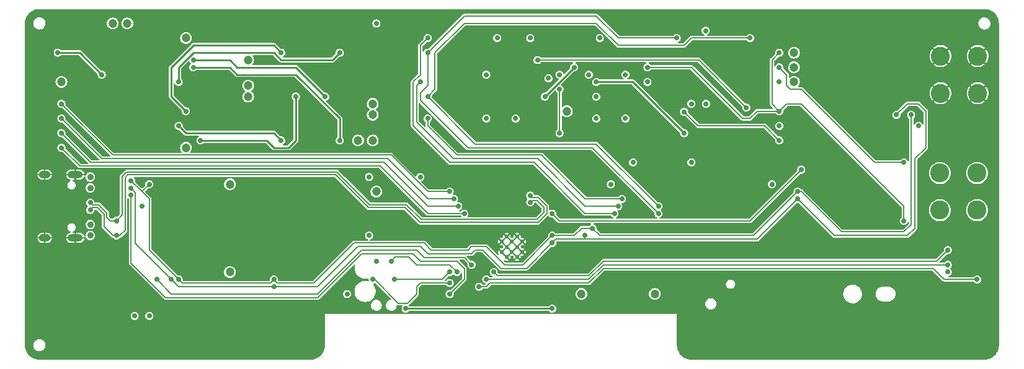
<source format=gbr>
G04 #@! TF.GenerationSoftware,KiCad,Pcbnew,7.0.2*
G04 #@! TF.CreationDate,2024-01-03T16:57:31-08:00*
G04 #@! TF.ProjectId,UsbSourceMeasure,55736253-6f75-4726-9365-4d6561737572,rev?*
G04 #@! TF.SameCoordinates,PX8f0d180PY7270e00*
G04 #@! TF.FileFunction,Copper,L4,Bot*
G04 #@! TF.FilePolarity,Positive*
%FSLAX46Y46*%
G04 Gerber Fmt 4.6, Leading zero omitted, Abs format (unit mm)*
G04 Created by KiCad (PCBNEW 7.0.2) date 2024-01-03 16:57:31*
%MOMM*%
%LPD*%
G01*
G04 APERTURE LIST*
G04 #@! TA.AperFunction,ComponentPad*
%ADD10O,2.100000X1.000000*%
G04 #@! TD*
G04 #@! TA.AperFunction,ComponentPad*
%ADD11O,1.600000X1.000000*%
G04 #@! TD*
G04 #@! TA.AperFunction,ComponentPad*
%ADD12C,2.600000*%
G04 #@! TD*
G04 #@! TA.AperFunction,HeatsinkPad*
%ADD13C,0.600000*%
G04 #@! TD*
G04 #@! TA.AperFunction,ViaPad*
%ADD14C,0.700000*%
G04 #@! TD*
G04 #@! TA.AperFunction,ViaPad*
%ADD15C,1.200000*%
G04 #@! TD*
G04 #@! TA.AperFunction,ViaPad*
%ADD16C,0.900000*%
G04 #@! TD*
G04 #@! TA.AperFunction,Conductor*
%ADD17C,0.200000*%
G04 #@! TD*
G04 #@! TA.AperFunction,Conductor*
%ADD18C,0.250000*%
G04 #@! TD*
G04 #@! TA.AperFunction,Conductor*
%ADD19C,0.160000*%
G04 #@! TD*
G04 APERTURE END LIST*
D10*
X-58109500Y10320000D03*
D11*
X-62289500Y10320000D03*
D10*
X-58109500Y1680000D03*
D11*
X-62289500Y1680000D03*
D12*
X65080000Y21460000D03*
X65080000Y26540000D03*
X60000000Y21460000D03*
X60000000Y26540000D03*
D13*
X2900000Y-240000D03*
X2900000Y1160000D03*
X2200000Y-940000D03*
X2200000Y460000D03*
X2200000Y1860000D03*
X1500000Y-240000D03*
X1500000Y1160000D03*
X800000Y-940000D03*
X800000Y460000D03*
X800000Y1860000D03*
X100000Y-240000D03*
X100000Y1160000D03*
D12*
X65000000Y5460000D03*
X65000000Y10540000D03*
X59920000Y5460000D03*
X59920000Y10540000D03*
D14*
X56000000Y18500000D03*
X54000000Y18500000D03*
X57000000Y17000000D03*
D15*
X-21500000Y22000000D03*
D14*
X-64000000Y15000000D03*
D15*
X15000000Y-6000000D03*
D14*
X-4000000Y24000000D03*
X15000000Y18000000D03*
D15*
X-43000000Y9000000D03*
X-47000000Y14000000D03*
D14*
X-16000000Y-8000000D03*
X-64000000Y19000000D03*
X39000000Y-8500000D03*
X-52000000Y14000000D03*
D15*
X-30500000Y20000000D03*
X-14500000Y22000000D03*
X-14500000Y27000000D03*
D14*
X-50000000Y-8000000D03*
X57500000Y-6000000D03*
X-4000000Y30000000D03*
D15*
X-38000000Y20000000D03*
D14*
X-52000000Y16000000D03*
D15*
X-30500000Y18000000D03*
D14*
X10000000Y30000000D03*
X-31000000Y-10000000D03*
X-52000000Y18000000D03*
X31000000Y12000000D03*
X-4000000Y18000000D03*
X38000000Y10000000D03*
X26000000Y30000000D03*
X-46000000Y-8000000D03*
D15*
X-21500000Y24000000D03*
X-17000000Y4000000D03*
D14*
X-53000000Y10500000D03*
D15*
X-38000000Y24000000D03*
D14*
X21000000Y12000000D03*
X-52000000Y20000000D03*
X20000000Y9000000D03*
X13000000Y9000000D03*
X5500000Y23500000D03*
X-44000000Y-8000000D03*
X33500000Y-9500000D03*
D15*
X40000000Y17000000D03*
D14*
X-60000000Y-11000000D03*
D15*
X-14500000Y17000000D03*
X40000000Y15000000D03*
D14*
X29000000Y21000000D03*
X-31000000Y-8000000D03*
D15*
X-64000000Y23000000D03*
D14*
X15000000Y-4000000D03*
D15*
X40000000Y19000000D03*
D14*
X15000000Y24000000D03*
X35000000Y9000000D03*
D15*
X-58000000Y26000000D03*
X-47000000Y28000000D03*
X-43000000Y-3000000D03*
D14*
X6000000Y19000000D03*
D16*
X-56062500Y8500000D03*
X-56062500Y3500000D03*
X-56062500Y2000000D03*
D15*
X-34500000Y26000000D03*
X-60000000Y23000000D03*
X-34500000Y21000000D03*
D16*
X-56062500Y10000000D03*
D15*
X-34500000Y22500000D03*
D14*
X-17000000Y-1500000D03*
X61000000Y-3000000D03*
D15*
X10990000Y-5990000D03*
D14*
X37000000Y9000000D03*
X-50000000Y-9000000D03*
X-48000000Y-9000000D03*
X15000000Y9000000D03*
D15*
X21000000Y-6000000D03*
D14*
X-49000000Y6000000D03*
D15*
X-37000000Y9000000D03*
D14*
X-21000000Y-6000000D03*
D15*
X-17000000Y8000000D03*
D14*
X-17000000Y31000000D03*
X13500000Y29000000D03*
X17000000Y18000000D03*
X-500000Y29000000D03*
X17000000Y24000000D03*
X26000000Y12000000D03*
D15*
X9000000Y19000000D03*
D14*
X6500000Y23500000D03*
X18037048Y12000000D03*
X-2000000Y18000000D03*
X-2000000Y24000000D03*
X38000000Y23000000D03*
X13000000Y21000000D03*
X8000000Y24000000D03*
X4000000Y29000000D03*
X12000000Y24000000D03*
X20000000Y23000000D03*
X13000000Y18000000D03*
X38000000Y17000000D03*
X38000000Y25000000D03*
X55000000Y12000000D03*
X20000000Y25000000D03*
X38000000Y27000000D03*
X38000000Y19000000D03*
X55000000Y4000000D03*
D15*
X-37000000Y-3000000D03*
X-43000000Y14000000D03*
X-43000000Y29000000D03*
D14*
X2000000Y18000000D03*
D15*
X-53000000Y31000000D03*
X-51000000Y31000000D03*
D14*
X25000000Y18905000D03*
X38000000Y15000000D03*
X-54500000Y24000000D03*
X-60500000Y27000000D03*
X-10000000Y21000000D03*
X34000000Y29000000D03*
X21500000Y6000000D03*
X21500000Y5000000D03*
X-10000000Y27000000D03*
X24000000Y29000000D03*
X7000000Y-8000000D03*
X-13000000Y-8000000D03*
X40500000Y7000000D03*
X-31000000Y-5000000D03*
X11500000Y2000000D03*
X7000000Y1000000D03*
X-50500000Y8500000D03*
X-45000000Y-4000000D03*
X61000000Y-2000000D03*
X-2000000Y-4000000D03*
X61000000Y0D03*
X-1000000Y-3000000D03*
X65000000Y-4000000D03*
X-3000000Y-5000000D03*
X-30000000Y15000000D03*
X-44000000Y17000000D03*
X-43000000Y19000000D03*
X-30000000Y27000000D03*
X-22000000Y27000000D03*
X-44000000Y23000000D03*
X-42000000Y25000000D03*
X-22000000Y15000000D03*
X6000000Y21000000D03*
X10000000Y25000000D03*
X-11000000Y23000000D03*
X16000000Y6000000D03*
X-10000000Y18000000D03*
X16500000Y7000000D03*
X15500000Y5000000D03*
X-10000000Y29000000D03*
X-50500000Y7500000D03*
X-7000000Y-6000000D03*
X41000000Y11000000D03*
X7000000Y5000000D03*
X7000000Y2000000D03*
X12500000Y3000000D03*
X-31000000Y-4000000D03*
X-48000000Y9000000D03*
X-50500000Y9500000D03*
X-44000000Y-4000000D03*
X40500000Y8000000D03*
X8000000Y16000000D03*
X8000000Y22000000D03*
X-6000000Y-3000000D03*
X-15000000Y-1500000D03*
X-14500000Y-4000000D03*
X-7000000Y-3000000D03*
X-17500000Y-4000000D03*
X-7000000Y-4500000D03*
D15*
X-17500000Y18500000D03*
X40000000Y23000000D03*
X-17500000Y20000000D03*
X-17500000Y15000000D03*
X-19500000Y15000000D03*
X40000000Y25000000D03*
D14*
X27950000Y30000000D03*
D15*
X40000000Y27000000D03*
D14*
X-42000000Y26000000D03*
X-24000000Y21000000D03*
X-41000000Y15000000D03*
X-28000000Y21000000D03*
X5000000Y26000000D03*
X33500000Y19500000D03*
X25000000Y16000000D03*
X13000000Y23000000D03*
X-47000000Y-4000000D03*
X-4000000Y-2000000D03*
X-52500000Y2000000D03*
X-56062500Y5500000D03*
X4000000Y7450000D03*
X-56062500Y6500000D03*
X-52500000Y4000000D03*
X4000000Y6550000D03*
X-5821000Y6000000D03*
X-60000000Y16000000D03*
X-60000000Y18000000D03*
X-6410500Y7000000D03*
X-7000000Y8000000D03*
X-60000000Y20000000D03*
X-5000000Y5000000D03*
X-60000000Y14000000D03*
X28000000Y20000000D03*
X-18000000Y10000000D03*
X-11000000Y10000000D03*
X26000000Y20000000D03*
X-18000000Y2000000D03*
D17*
X35000000Y1500000D02*
X40500000Y7000000D01*
X11500000Y1500000D02*
X35000000Y1500000D01*
X11500000Y2000000D02*
X11500000Y1500000D01*
X7500000Y1500000D02*
X11500000Y1500000D01*
X10000000Y2000000D02*
X7000000Y2000000D01*
X11000000Y3000000D02*
X10000000Y2000000D01*
X12500000Y3000000D02*
X13500000Y2000000D01*
X13500000Y2000000D02*
X34500000Y2000000D01*
X34500000Y2000000D02*
X40500000Y8000000D01*
X12500000Y3000000D02*
X11000000Y3000000D01*
X-11000000Y28000000D02*
X-10000000Y29000000D01*
X-11000000Y24000000D02*
X-11000000Y28000000D01*
X-12000000Y23000000D02*
X-11000000Y24000000D01*
X-12000000Y17000000D02*
X-12000000Y23000000D01*
X-7000000Y12000000D02*
X-12000000Y17000000D01*
X4500000Y12000000D02*
X-7000000Y12000000D01*
X11500000Y5000000D02*
X4500000Y12000000D01*
X15500000Y5000000D02*
X11500000Y5000000D01*
X-11500000Y17500000D02*
X-11500000Y22500000D01*
X11500000Y6000000D02*
X5000000Y12500000D01*
X5000000Y12500000D02*
X-6500000Y12500000D01*
X-6500000Y12500000D02*
X-11500000Y17500000D01*
X16000000Y6000000D02*
X11500000Y6000000D01*
X-11500000Y22500000D02*
X-11000000Y23000000D01*
X-10000000Y17000000D02*
X-10000000Y18000000D01*
X-6000000Y13000000D02*
X-10000000Y17000000D01*
X5500000Y13000000D02*
X-6000000Y13000000D01*
X11500000Y7000000D02*
X5500000Y13000000D01*
X16500000Y7000000D02*
X11500000Y7000000D01*
X55500000Y20000000D02*
X54000000Y18500000D01*
X58000000Y14000000D02*
X58000000Y19000000D01*
X56500000Y12500000D02*
X58000000Y14000000D01*
X56500000Y3000000D02*
X56500000Y12500000D01*
X55500000Y2000000D02*
X56500000Y3000000D01*
X57000000Y20000000D02*
X55500000Y20000000D01*
X45500000Y2000000D02*
X55500000Y2000000D01*
X58000000Y19000000D02*
X57000000Y20000000D01*
X40500000Y7000000D02*
X45500000Y2000000D01*
X55000000Y2500000D02*
X56000000Y3500000D01*
X46500000Y2500000D02*
X55000000Y2500000D01*
X41000000Y8000000D02*
X46500000Y2500000D01*
X40500000Y8000000D02*
X41000000Y8000000D01*
X56000000Y3500000D02*
X56000000Y18500000D01*
X39500000Y22000000D02*
X39000000Y22500000D01*
X39000000Y22500000D02*
X39000000Y24000000D01*
X39000000Y24000000D02*
X38000000Y25000000D01*
X55000000Y12000000D02*
X51000000Y12000000D01*
X51000000Y12000000D02*
X41000000Y22000000D01*
X41000000Y22000000D02*
X39500000Y22000000D01*
X41000000Y20000000D02*
X39000000Y20000000D01*
X38000000Y27000000D02*
X37000000Y26000000D01*
X33000000Y18000000D02*
X34000000Y18000000D01*
X39000000Y20000000D02*
X38000000Y19000000D01*
X26000000Y25000000D02*
X33000000Y18000000D01*
X37000000Y26000000D02*
X37000000Y20000000D01*
X20000000Y25000000D02*
X26000000Y25000000D01*
X55000000Y6000000D02*
X41000000Y20000000D01*
X37000000Y20000000D02*
X38000000Y19000000D01*
X34000000Y18000000D02*
X35000000Y19000000D01*
X35000000Y19000000D02*
X38000000Y19000000D01*
X55000000Y4000000D02*
X55000000Y6000000D01*
X36000000Y17000000D02*
X26905000Y17000000D01*
X26905000Y17000000D02*
X25000000Y18905000D01*
X38000000Y15000000D02*
X36000000Y17000000D01*
D18*
X-57500000Y27000000D02*
X-60500000Y27000000D01*
X-54500000Y24000000D02*
X-57500000Y27000000D01*
D17*
X16000000Y28000000D02*
X13000000Y31000000D01*
X-9000000Y27000000D02*
X-9000000Y22000000D01*
X-5000000Y31000000D02*
X-9000000Y27000000D01*
X13000000Y31000000D02*
X-5000000Y31000000D01*
X25000000Y28000000D02*
X16000000Y28000000D01*
X-10000000Y21000000D02*
X-3500000Y14500000D01*
X13000000Y14500000D02*
X21500000Y6000000D01*
X-10000000Y21000000D02*
X-9000000Y22000000D01*
X26000000Y29000000D02*
X25000000Y28000000D01*
X34000000Y29000000D02*
X26000000Y29000000D01*
X-3500000Y14500000D02*
X13000000Y14500000D01*
X-10000000Y22500000D02*
X-11000000Y21500000D01*
X-11000000Y20500000D02*
X-4500000Y14000000D01*
X16000000Y29000000D02*
X13000000Y32000000D01*
X24000000Y29000000D02*
X16000000Y29000000D01*
X13000000Y32000000D02*
X-5000000Y32000000D01*
X12500000Y14000000D02*
X21500000Y5000000D01*
X-10000000Y27000000D02*
X-10000000Y22500000D01*
X-4500000Y14000000D02*
X12500000Y14000000D01*
X-5000000Y32000000D02*
X-10000000Y27000000D01*
X-11000000Y21500000D02*
X-11000000Y20500000D01*
D18*
X7000000Y-8000000D02*
X-13000000Y-8000000D01*
D19*
X-25000000Y-5000000D02*
X-19500000Y500000D01*
X0Y-2500000D02*
X-2500000Y0D01*
X-45000000Y-4000000D02*
X-49910000Y910000D01*
X-44000000Y-5000000D02*
X-31000000Y-5000000D01*
X3500000Y-2500000D02*
X0Y-2500000D01*
X-49910000Y7910000D02*
X-50500000Y8500000D01*
X-3500000Y0D02*
X-4000000Y-500000D01*
X-45000000Y-4000000D02*
X-44000000Y-5000000D01*
X-4000000Y-500000D02*
X-10000000Y-500000D01*
X7000000Y1000000D02*
X3500000Y-2500000D01*
X-2500000Y0D02*
X-3500000Y0D01*
X-10000000Y-500000D02*
X-11000000Y500000D01*
X-19500000Y500000D02*
X-11000000Y500000D01*
X-49910000Y910000D02*
X-49910000Y7910000D01*
X-31000000Y-5000000D02*
X-25000000Y-5000000D01*
D17*
X7000000Y1000000D02*
X7500000Y1500000D01*
D19*
X12000000Y-4000000D02*
X-2000000Y-4000000D01*
X61000000Y-2000000D02*
X14000000Y-2000000D01*
X14000000Y-2000000D02*
X12000000Y-4000000D01*
X-1000000Y-3000000D02*
X-500000Y-3500000D01*
X12000000Y-3500000D02*
X14000000Y-1500000D01*
X59500000Y-1500000D02*
X61000000Y0D01*
X-500000Y-3500000D02*
X12000000Y-3500000D01*
X14000000Y-1500000D02*
X59500000Y-1500000D01*
X12000000Y-4500000D02*
X14000000Y-2500000D01*
X14000000Y-2500000D02*
X59000000Y-2500000D01*
X-1500000Y-4500000D02*
X12000000Y-4500000D01*
X-2000000Y-5000000D02*
X-1500000Y-4500000D01*
X-3000000Y-5000000D02*
X-2000000Y-5000000D01*
X59000000Y-2500000D02*
X60500000Y-4000000D01*
X60500000Y-4000000D02*
X65000000Y-4000000D01*
D18*
X-43000000Y16000000D02*
X-31000000Y16000000D01*
X-44000000Y17000000D02*
X-43000000Y16000000D01*
X-31000000Y16000000D02*
X-30000000Y15000000D01*
X-43000000Y19000000D02*
X-45000000Y21000000D01*
X-45000000Y25000000D02*
X-42000000Y28000000D01*
X-42000000Y28000000D02*
X-31000000Y28000000D01*
X-45000000Y21000000D02*
X-45000000Y25000000D01*
X-31000000Y28000000D02*
X-30000000Y27000000D01*
X-44000000Y25000000D02*
X-42000000Y27000000D01*
X-42000000Y27000000D02*
X-31000000Y27000000D01*
X-23000000Y26000000D02*
X-22000000Y27000000D01*
X-30000000Y26000000D02*
X-23000000Y26000000D01*
X-31000000Y27000000D02*
X-30000000Y26000000D01*
X-44000000Y23000000D02*
X-44000000Y25000000D01*
X-22000000Y18000000D02*
X-22000000Y15000000D01*
X-37000000Y25000000D02*
X-36000000Y24000000D01*
X-28000000Y24000000D02*
X-22000000Y18000000D01*
X-36000000Y24000000D02*
X-28000000Y24000000D01*
X-42000000Y25000000D02*
X-37000000Y25000000D01*
X10000000Y25000000D02*
X6000000Y21000000D01*
D19*
X-50500000Y-1750000D02*
X-50500000Y7500000D01*
X-19000000Y-500000D02*
X-25000000Y-6500000D01*
X-5000000Y-4000000D02*
X-5000000Y-2500000D01*
X-25000000Y-6500000D02*
X-45750000Y-6500000D01*
X-11000000Y-1500000D02*
X-12000000Y-500000D01*
X-7000000Y-6000000D02*
X-5000000Y-4000000D01*
X-12000000Y-500000D02*
X-19000000Y-500000D01*
X-45750000Y-6500000D02*
X-50500000Y-1750000D01*
X-6000000Y-1500000D02*
X-11000000Y-1500000D01*
X-5000000Y-2500000D02*
X-6000000Y-1500000D01*
D17*
X34000000Y4000000D02*
X8000000Y4000000D01*
X41000000Y11000000D02*
X34000000Y4000000D01*
X8000000Y4000000D02*
X7000000Y5000000D01*
D19*
X-49000000Y8000000D02*
X-48000000Y9000000D01*
X-43500000Y-4500000D02*
X-44000000Y-4000000D01*
X-49000000Y8000000D02*
X-50500000Y9500000D01*
X-9500000Y0D02*
X-10500000Y1000000D01*
X-30500000Y-4500000D02*
X-25500000Y-4500000D01*
X-4000000Y500000D02*
X-4500000Y0D01*
X500000Y-2000000D02*
X-2000000Y500000D01*
X-20000000Y1000000D02*
X-10500000Y1000000D01*
X-31000000Y-4000000D02*
X-31500000Y-4500000D01*
X-48000000Y0D02*
X-48000000Y7000000D01*
X-48000000Y7000000D02*
X-49000000Y8000000D01*
X-31500000Y-4500000D02*
X-43500000Y-4500000D01*
X-25500000Y-4500000D02*
X-20000000Y1000000D01*
X-2000000Y500000D02*
X-4000000Y500000D01*
X-31000000Y-4000000D02*
X-30500000Y-4500000D01*
X-44000000Y-4000000D02*
X-48000000Y0D01*
X7000000Y2000000D02*
X3000000Y-2000000D01*
X-4500000Y0D02*
X-9500000Y0D01*
X3000000Y-2000000D02*
X500000Y-2000000D01*
D17*
X8000000Y22000000D02*
X8000000Y16000000D01*
D19*
X-11500000Y-2000000D02*
X-12557450Y-942550D01*
X-6000000Y-3000000D02*
X-7000000Y-2000000D01*
X-14442550Y-942550D02*
X-15000000Y-1500000D01*
X-12557450Y-942550D02*
X-14442550Y-942550D01*
X-7000000Y-2000000D02*
X-11500000Y-2000000D01*
X-7000000Y-3000000D02*
X-8000000Y-4000000D01*
X-8000000Y-4000000D02*
X-14500000Y-4000000D01*
X-11500000Y-5000000D02*
X-11500000Y-6000000D01*
X-11000000Y-4500000D02*
X-11500000Y-5000000D01*
X-11500000Y-6000000D02*
X-12750000Y-7250000D01*
X-12750000Y-7250000D02*
X-13990998Y-7250000D01*
X-13990998Y-7250000D02*
X-17240998Y-4000000D01*
X-7000000Y-4500000D02*
X-11000000Y-4500000D01*
X-17240998Y-4000000D02*
X-17500000Y-4000000D01*
D18*
X-37000000Y26000000D02*
X-36000000Y25000000D01*
X-42000000Y26000000D02*
X-37000000Y26000000D01*
X-28000000Y25000000D02*
X-24000000Y21000000D01*
X-36000000Y25000000D02*
X-28000000Y25000000D01*
X-29000000Y14000000D02*
X-31000000Y14000000D01*
X-28000000Y15000000D02*
X-29000000Y14000000D01*
X-32000000Y15000000D02*
X-41000000Y15000000D01*
X-28000000Y21000000D02*
X-28000000Y15000000D01*
X-31000000Y14000000D02*
X-32000000Y15000000D01*
D17*
X5000000Y26000000D02*
X27000000Y26000000D01*
X27000000Y26000000D02*
X33500000Y19500000D01*
D18*
X18000000Y23000000D02*
X25000000Y16000000D01*
X13000000Y23000000D02*
X18000000Y23000000D01*
D19*
X-19000000Y0D02*
X-25000000Y-6000000D01*
X-4000000Y-2000000D02*
X-5000000Y-1000000D01*
X-25000000Y-6000000D02*
X-45000000Y-6000000D01*
X-11500000Y0D02*
X-19000000Y0D01*
X-5000000Y-1000000D02*
X-10500000Y-1000000D01*
X-10500000Y-1000000D02*
X-11500000Y0D01*
X-45000000Y-6000000D02*
X-47000000Y-4000000D01*
D17*
X-22582844Y10300000D02*
X-18082844Y5800000D01*
X-55082844Y5800000D02*
X-55762500Y5800000D01*
X-52500000Y2000000D02*
X-53000000Y2000000D01*
X-54200000Y3200000D02*
X-54200000Y4917156D01*
X-13082844Y5800000D02*
X-11082844Y3800000D01*
X-18082844Y5800000D02*
X-13082844Y5800000D01*
X-51300000Y2700000D02*
X-51300000Y9917156D01*
X5082844Y7200000D02*
X4250000Y7200000D01*
X5082844Y3800000D02*
X6263855Y4981011D01*
X-11082844Y3800000D02*
X5082844Y3800000D01*
X-52000000Y2000000D02*
X-51300000Y2700000D01*
X-51300000Y9917156D02*
X-50917156Y10300000D01*
X-53000000Y2000000D02*
X-54200000Y3200000D01*
X-50917156Y10300000D02*
X-22582844Y10300000D01*
X-55762500Y5800000D02*
X-56062500Y5500000D01*
X4250000Y7200000D02*
X4000000Y7450000D01*
X-54200000Y4917156D02*
X-55082844Y5800000D01*
X-52500000Y2000000D02*
X-52000000Y2000000D01*
X6263855Y6018989D02*
X5082844Y7200000D01*
X6263855Y4981011D02*
X6263855Y6018989D01*
X-17917156Y6200000D02*
X-12917156Y6200000D01*
X-22417156Y10700000D02*
X-17917156Y6200000D01*
X-51082844Y10700000D02*
X-22417156Y10700000D01*
X-53800000Y4500000D02*
X-53800000Y5082844D01*
X5863855Y5853301D02*
X4917156Y6800000D01*
X-52500000Y4000000D02*
X-51700000Y4800000D01*
X-10917156Y4200000D02*
X4917156Y4200000D01*
X-12917156Y6200000D02*
X-10917156Y4200000D01*
X-53300000Y4000000D02*
X-53800000Y4500000D01*
X4917156Y4200000D02*
X5863855Y5146699D01*
X-53800000Y5082844D02*
X-54917156Y6200000D01*
X4250000Y6800000D02*
X4000000Y6550000D01*
X5863855Y5146699D02*
X5863855Y5853301D01*
X4917156Y6800000D02*
X4250000Y6800000D01*
X-54917156Y6200000D02*
X-55762500Y6200000D01*
X-51700000Y4800000D02*
X-51700000Y10082844D01*
X-52500000Y4000000D02*
X-53300000Y4000000D01*
X-55762500Y6200000D02*
X-56062500Y6500000D01*
X-51700000Y10082844D02*
X-51082844Y10700000D01*
D19*
X-10000000Y6000000D02*
X-16000000Y12000000D01*
X-16000000Y12000000D02*
X-56000000Y12000000D01*
X-5821000Y6000000D02*
X-10000000Y6000000D01*
X-56000000Y12000000D02*
X-60000000Y16000000D01*
X-54500000Y12500000D02*
X-60000000Y18000000D01*
X-10000000Y7000000D02*
X-15500000Y12500000D01*
X-15500000Y12500000D02*
X-54500000Y12500000D01*
X-6410500Y7000000D02*
X-10000000Y7000000D01*
X-10000000Y8000000D02*
X-15000000Y13000000D01*
X-15000000Y13000000D02*
X-53000000Y13000000D01*
X-53000000Y13000000D02*
X-60000000Y20000000D01*
X-7000000Y8000000D02*
X-10000000Y8000000D01*
X-10000000Y5000000D02*
X-16500000Y11500000D01*
X-16500000Y11500000D02*
X-57500000Y11500000D01*
X-5000000Y5000000D02*
X-10000000Y5000000D01*
X-57500000Y11500000D02*
X-60000000Y14000000D01*
G04 #@! TA.AperFunction,Conductor*
G36*
X-37004311Y9987373D02*
G01*
X-36958364Y9999500D01*
X-22748323Y9999500D01*
X-22690132Y9980593D01*
X-22678319Y9970504D01*
X-18341408Y5633593D01*
X-18331988Y5620500D01*
X-18326803Y5615773D01*
X-18326802Y5615772D01*
X-18317595Y5607379D01*
X-18292118Y5584153D01*
X-18288813Y5580997D01*
X-18275643Y5567827D01*
X-18275549Y5567763D01*
X-18264805Y5559254D01*
X-18243777Y5540084D01*
X-18234614Y5536535D01*
X-18214431Y5525897D01*
X-18206325Y5520344D01*
X-18178633Y5513831D01*
X-18165546Y5509778D01*
X-18139017Y5499500D01*
X-18129192Y5499500D01*
X-18106527Y5496871D01*
X-18096963Y5494621D01*
X-18068791Y5498552D01*
X-18055113Y5499500D01*
X-13248323Y5499500D01*
X-13190132Y5480593D01*
X-13178319Y5470504D01*
X-11341408Y3633593D01*
X-11331987Y3620499D01*
X-11326803Y3615773D01*
X-11326802Y3615772D01*
X-11317311Y3607120D01*
X-11292118Y3584153D01*
X-11288813Y3580997D01*
X-11275643Y3567827D01*
X-11275549Y3567763D01*
X-11264805Y3559254D01*
X-11243777Y3540084D01*
X-11234614Y3536535D01*
X-11214431Y3525897D01*
X-11206325Y3520344D01*
X-11178633Y3513831D01*
X-11165546Y3509778D01*
X-11139017Y3499500D01*
X-11129192Y3499500D01*
X-11106527Y3496871D01*
X-11096963Y3494621D01*
X-11068791Y3498552D01*
X-11055113Y3499500D01*
X5017679Y3499500D01*
X5033599Y3496903D01*
X5040608Y3497228D01*
X5040609Y3497227D01*
X5087485Y3499394D01*
X5092058Y3499500D01*
X5110688Y3499500D01*
X5110795Y3499520D01*
X5124415Y3501102D01*
X5152836Y3502415D01*
X5161826Y3506385D01*
X5183616Y3513134D01*
X5193277Y3514939D01*
X5217467Y3529918D01*
X5229566Y3536296D01*
X5255609Y3547794D01*
X5262554Y3554741D01*
X5280441Y3568909D01*
X5288796Y3574081D01*
X5305939Y3596784D01*
X5314926Y3607113D01*
X6400697Y4692884D01*
X6455212Y4720659D01*
X6515644Y4711088D01*
X6549241Y4683145D01*
X6607378Y4607379D01*
X6650076Y4574616D01*
X6722375Y4519139D01*
X6807173Y4484015D01*
X6856290Y4463670D01*
X6878078Y4460802D01*
X7000000Y4444750D01*
X7066719Y4453535D01*
X7126876Y4442386D01*
X7149643Y4425386D01*
X7741437Y3833591D01*
X7750856Y3820500D01*
X7756041Y3815773D01*
X7756042Y3815772D01*
X7770861Y3802263D01*
X7790715Y3784163D01*
X7794020Y3781007D01*
X7807200Y3767827D01*
X7807203Y3767825D01*
X7807300Y3767759D01*
X7818050Y3759243D01*
X7839064Y3740086D01*
X7839065Y3740086D01*
X7839067Y3740084D01*
X7848228Y3736536D01*
X7868417Y3725893D01*
X7876518Y3720344D01*
X7876520Y3720343D01*
X7904204Y3713833D01*
X7917299Y3709778D01*
X7943827Y3699500D01*
X7953654Y3699500D01*
X7976318Y3696871D01*
X7985882Y3694621D01*
X8014055Y3698551D01*
X8027732Y3699500D01*
X12252511Y3699500D01*
X12310702Y3680593D01*
X12346666Y3631093D01*
X12346666Y3569907D01*
X12310702Y3520407D01*
X12290396Y3509036D01*
X12222375Y3480861D01*
X12107381Y3392624D01*
X12107378Y3392621D01*
X12107379Y3392621D01*
X12066411Y3339232D01*
X12015989Y3304577D01*
X11987871Y3300500D01*
X11065169Y3300500D01*
X11049243Y3303099D01*
X10995346Y3300606D01*
X10990773Y3300500D01*
X10972151Y3300500D01*
X10972022Y3300476D01*
X10958427Y3298900D01*
X10930009Y3297586D01*
X10921014Y3293614D01*
X10899227Y3286868D01*
X10889565Y3285062D01*
X10865380Y3270088D01*
X10853259Y3263699D01*
X10827234Y3252208D01*
X10820284Y3245257D01*
X10802408Y3231097D01*
X10794048Y3225920D01*
X10776907Y3203223D01*
X10767910Y3192884D01*
X9904525Y2329497D01*
X9850008Y2301719D01*
X9834521Y2300500D01*
X7512129Y2300500D01*
X7453938Y2319407D01*
X7433590Y2339229D01*
X7392621Y2392621D01*
X7392619Y2392623D01*
X7392618Y2392624D01*
X7327766Y2442386D01*
X7277625Y2480861D01*
X7214029Y2507203D01*
X7143709Y2536331D01*
X7000000Y2555250D01*
X6856290Y2536331D01*
X6722375Y2480861D01*
X6607378Y2392622D01*
X6519139Y2277625D01*
X6463669Y2143710D01*
X6444750Y2000000D01*
X6456824Y1908289D01*
X6445674Y1848128D01*
X6428675Y1825363D01*
X2912809Y-1690504D01*
X2858292Y-1718281D01*
X2842805Y-1719500D01*
X657195Y-1719500D01*
X599004Y-1700593D01*
X587191Y-1690504D01*
X418606Y-1521919D01*
X390829Y-1467402D01*
X400400Y-1406970D01*
X443665Y-1363705D01*
X504097Y-1354134D01*
X542134Y-1368631D01*
X590156Y-1399493D01*
X728111Y-1440000D01*
X871888Y-1440000D01*
X1009845Y-1399491D01*
X1075728Y-1357149D01*
X808579Y-1090000D01*
X819746Y-1090000D01*
X877645Y-1074486D01*
X934486Y-1017646D01*
X952360Y-950938D01*
X1220109Y-1218687D01*
X1224951Y-1213100D01*
X1284680Y-1082314D01*
X1305142Y-940000D01*
X1291622Y-845964D01*
X1302055Y-785675D01*
X1345933Y-743033D01*
X1406496Y-734325D01*
X1417508Y-736886D01*
X1428112Y-740000D01*
X1571886Y-740000D01*
X1582490Y-736886D01*
X1643650Y-738631D01*
X1692105Y-775992D01*
X1709345Y-834698D01*
X1708377Y-845963D01*
X1694857Y-939999D01*
X1715319Y-1082314D01*
X1775048Y-1213100D01*
X1779889Y-1218688D01*
X1779890Y-1218688D01*
X2047639Y-950938D01*
X2065514Y-1017645D01*
X2122355Y-1074486D01*
X2180254Y-1090000D01*
X2191421Y-1090000D01*
X1924269Y-1357149D01*
X1990156Y-1399493D01*
X2128111Y-1440000D01*
X2271888Y-1440000D01*
X2409845Y-1399491D01*
X2475728Y-1357149D01*
X2475729Y-1357149D01*
X2208579Y-1090000D01*
X2219746Y-1090000D01*
X2277645Y-1074486D01*
X2334486Y-1017646D01*
X2352360Y-950938D01*
X2620109Y-1218687D01*
X2624951Y-1213100D01*
X2684680Y-1082314D01*
X2705142Y-940000D01*
X2691622Y-845964D01*
X2702055Y-785675D01*
X2745933Y-743033D01*
X2806496Y-734325D01*
X2817508Y-736886D01*
X2828112Y-740000D01*
X2971888Y-740000D01*
X3109845Y-699491D01*
X3175728Y-657149D01*
X3175729Y-657149D01*
X2908579Y-390000D01*
X2919746Y-390000D01*
X2977645Y-374486D01*
X3034486Y-317646D01*
X3052360Y-250938D01*
X3320109Y-518687D01*
X3324951Y-513100D01*
X3384680Y-382314D01*
X3405142Y-240000D01*
X3384680Y-97685D01*
X3324952Y33098D01*
X3320108Y38688D01*
X3052359Y-229060D01*
X3034486Y-162355D01*
X2977645Y-105514D01*
X2919746Y-90000D01*
X2908578Y-90000D01*
X3175729Y177151D01*
X3109843Y219494D01*
X2971889Y260000D01*
X2828111Y260000D01*
X2817505Y256886D01*
X2756344Y258634D01*
X2707892Y295997D01*
X2690654Y354704D01*
X2691622Y365965D01*
X2705142Y460001D01*
X2691622Y554036D01*
X2702055Y614325D01*
X2745933Y656967D01*
X2806496Y665675D01*
X2817508Y663114D01*
X2828112Y660000D01*
X2971888Y660000D01*
X3109845Y700509D01*
X3175728Y742851D01*
X3175729Y742851D01*
X2908579Y1010000D01*
X2919746Y1010000D01*
X2977645Y1025514D01*
X3034486Y1082354D01*
X3052360Y1149062D01*
X3320109Y881313D01*
X3324951Y886900D01*
X3384680Y1017686D01*
X3405142Y1160001D01*
X3384680Y1302315D01*
X3324952Y1433098D01*
X3320108Y1438689D01*
X3052359Y1170940D01*
X3034486Y1237645D01*
X2977645Y1294486D01*
X2919746Y1310000D01*
X2908578Y1310000D01*
X3175729Y1577151D01*
X3109843Y1619494D01*
X2971889Y1660000D01*
X2828111Y1660000D01*
X2817505Y1656886D01*
X2756344Y1658634D01*
X2707892Y1695997D01*
X2690654Y1754704D01*
X2691622Y1765965D01*
X2705142Y1860001D01*
X2684680Y2002315D01*
X2624952Y2133098D01*
X2620108Y2138689D01*
X2352359Y1870940D01*
X2334486Y1937645D01*
X2277645Y1994486D01*
X2219746Y2010000D01*
X2208578Y2010000D01*
X2475729Y2277151D01*
X2409843Y2319494D01*
X2271889Y2360000D01*
X2128111Y2360000D01*
X1990154Y2319493D01*
X1924270Y2277152D01*
X2191422Y2010000D01*
X2180254Y2010000D01*
X2122355Y1994486D01*
X2065514Y1937646D01*
X2047640Y1870940D01*
X1779890Y2138690D01*
X1779889Y2138689D01*
X1775048Y2133101D01*
X1715319Y2002315D01*
X1694857Y1860000D01*
X1708377Y1765964D01*
X1697943Y1705675D01*
X1654065Y1663033D01*
X1593503Y1654326D01*
X1582493Y1656886D01*
X1571888Y1660000D01*
X1428111Y1660000D01*
X1417505Y1656886D01*
X1356344Y1658634D01*
X1307892Y1695997D01*
X1290654Y1754704D01*
X1291622Y1765965D01*
X1305142Y1860001D01*
X1284680Y2002315D01*
X1224952Y2133098D01*
X1220108Y2138688D01*
X952359Y1870940D01*
X934486Y1937645D01*
X877645Y1994486D01*
X819746Y2010000D01*
X808578Y2010000D01*
X1075729Y2277151D01*
X1009843Y2319494D01*
X871889Y2360000D01*
X728111Y2360000D01*
X590154Y2319493D01*
X524270Y2277152D01*
X791422Y2010000D01*
X780254Y2010000D01*
X722355Y1994486D01*
X665514Y1937646D01*
X647639Y1870939D01*
X379889Y2138689D01*
X375048Y2133101D01*
X315319Y2002315D01*
X294857Y1860000D01*
X308377Y1765964D01*
X297943Y1705675D01*
X254065Y1663033D01*
X193503Y1654326D01*
X182493Y1656886D01*
X171888Y1660000D01*
X28111Y1660000D01*
X-109846Y1619493D01*
X-175730Y1577152D01*
X91422Y1310000D01*
X80254Y1310000D01*
X22355Y1294486D01*
X-34486Y1237646D01*
X-52361Y1170939D01*
X-320111Y1438689D01*
X-324952Y1433101D01*
X-384681Y1302315D01*
X-405143Y1160000D01*
X-384681Y1017686D01*
X-324952Y886900D01*
X-320111Y881312D01*
X-320110Y881312D01*
X-52361Y1149062D01*
X-34486Y1082355D01*
X22355Y1025514D01*
X80254Y1010000D01*
X91421Y1010000D01*
X-175731Y742851D01*
X-109844Y700507D01*
X28111Y660000D01*
X171886Y660000D01*
X182490Y663114D01*
X243650Y661369D01*
X292105Y624008D01*
X309345Y565302D01*
X308377Y554037D01*
X294857Y460001D01*
X308377Y365964D01*
X297943Y305675D01*
X254065Y263033D01*
X193503Y254326D01*
X182493Y256886D01*
X171888Y260000D01*
X28111Y260000D01*
X-109846Y219493D01*
X-175731Y177152D01*
X91422Y-90000D01*
X80254Y-90000D01*
X22355Y-105514D01*
X-34486Y-162354D01*
X-52360Y-229061D01*
X-320110Y38689D01*
X-320111Y38689D01*
X-324952Y33101D01*
X-384681Y-97685D01*
X-405143Y-239999D01*
X-384682Y-382313D01*
X-329935Y-502190D01*
X-322961Y-562976D01*
X-353048Y-616253D01*
X-408704Y-641671D01*
X-468670Y-629520D01*
X-489993Y-613320D01*
X-1757885Y654572D01*
X-1766818Y666989D01*
X-1804542Y701379D01*
X-1807847Y704535D01*
X-1820182Y716869D01*
X-1830493Y725037D01*
X-1849778Y742617D01*
X-1857622Y745656D01*
X-1877804Y756295D01*
X-1884739Y761046D01*
X-1910137Y767019D01*
X-1923234Y771074D01*
X-1947565Y780500D01*
X-1955969Y780500D01*
X-1978637Y783130D01*
X-1986821Y785056D01*
X-2012670Y781449D01*
X-2026348Y780500D01*
X-3938095Y780500D01*
X-3953197Y782964D01*
X-4001189Y780745D01*
X-4004185Y780606D01*
X-4008755Y780500D01*
X-4026199Y780500D01*
X-4039268Y778985D01*
X-4065335Y777780D01*
X-4073030Y774382D01*
X-4094811Y767637D01*
X-4103085Y766090D01*
X-4125273Y752352D01*
X-4137397Y745961D01*
X-4161267Y735421D01*
X-4167215Y729473D01*
X-4185094Y715311D01*
X-4192246Y710883D01*
X-4207973Y690058D01*
X-4216970Y679719D01*
X-4587190Y309497D01*
X-4641707Y281719D01*
X-4657194Y280500D01*
X-9342805Y280500D01*
X-9400996Y299407D01*
X-9412809Y309496D01*
X-10257885Y1154572D01*
X-10266818Y1166989D01*
X-10304542Y1201379D01*
X-10307847Y1204535D01*
X-10320182Y1216869D01*
X-10330493Y1225037D01*
X-10349778Y1242617D01*
X-10357622Y1245656D01*
X-10377804Y1256295D01*
X-10384739Y1261046D01*
X-10410137Y1267019D01*
X-10423234Y1271074D01*
X-10447565Y1280500D01*
X-10455969Y1280500D01*
X-10478637Y1283130D01*
X-10486821Y1285056D01*
X-10512670Y1281449D01*
X-10526348Y1280500D01*
X-17800795Y1280500D01*
X-17858986Y1299407D01*
X-17894950Y1348907D01*
X-17894950Y1410093D01*
X-17858986Y1459593D01*
X-17838681Y1470964D01*
X-17819902Y1478743D01*
X-17722375Y1519139D01*
X-17607379Y1607379D01*
X-17519139Y1722375D01*
X-17463670Y1856291D01*
X-17444750Y2000000D01*
X-17463670Y2143709D01*
X-17519139Y2277625D01*
X-17582348Y2360000D01*
X-17607379Y2392622D01*
X-17672448Y2442550D01*
X-17722375Y2480861D01*
X-17785971Y2507203D01*
X-17856291Y2536331D01*
X-18000000Y2555250D01*
X-18143710Y2536331D01*
X-18277625Y2480861D01*
X-18392622Y2392622D01*
X-18480861Y2277625D01*
X-18536331Y2143710D01*
X-18555250Y2000000D01*
X-18536331Y1856291D01*
X-18502278Y1774081D01*
X-18480861Y1722375D01*
X-18455251Y1689000D01*
X-18392622Y1607379D01*
X-18318942Y1550843D01*
X-18277625Y1519139D01*
X-18190092Y1482883D01*
X-18161319Y1470964D01*
X-18114794Y1431227D01*
X-18100510Y1371733D01*
X-18123925Y1315205D01*
X-18176094Y1283235D01*
X-18199205Y1280500D01*
X-19938095Y1280500D01*
X-19953197Y1282964D01*
X-20001189Y1280745D01*
X-20004185Y1280606D01*
X-20008755Y1280500D01*
X-20026199Y1280500D01*
X-20039268Y1278985D01*
X-20065335Y1277780D01*
X-20073030Y1274382D01*
X-20094811Y1267637D01*
X-20103085Y1266090D01*
X-20125273Y1252352D01*
X-20137397Y1245961D01*
X-20161267Y1235421D01*
X-20167215Y1229473D01*
X-20185094Y1215311D01*
X-20192246Y1210883D01*
X-20207970Y1190062D01*
X-20216967Y1179722D01*
X-25587191Y-4190504D01*
X-25641708Y-4218281D01*
X-25657195Y-4219500D01*
X-30342805Y-4219500D01*
X-30400996Y-4200593D01*
X-30412809Y-4190504D01*
X-30428676Y-4174637D01*
X-30456453Y-4120120D01*
X-30456825Y-4091716D01*
X-30444750Y-4000000D01*
X-30463670Y-3856291D01*
X-30519139Y-3722375D01*
X-30591351Y-3628267D01*
X-30607379Y-3607378D01*
X-30672448Y-3557450D01*
X-30722375Y-3519139D01*
X-30763125Y-3502260D01*
X-30856291Y-3463669D01*
X-31000000Y-3444750D01*
X-31143710Y-3463669D01*
X-31277625Y-3519139D01*
X-31392622Y-3607378D01*
X-31480861Y-3722375D01*
X-31536331Y-3856290D01*
X-31555250Y-4000000D01*
X-31543177Y-4091713D01*
X-31554328Y-4151874D01*
X-31571322Y-4174633D01*
X-31587186Y-4190499D01*
X-31641701Y-4218280D01*
X-31657194Y-4219500D01*
X-43342805Y-4219500D01*
X-43400996Y-4200593D01*
X-43412809Y-4190504D01*
X-43428676Y-4174637D01*
X-43456453Y-4120120D01*
X-43456825Y-4091716D01*
X-43444750Y-4000000D01*
X-43463670Y-3856291D01*
X-43519139Y-3722375D01*
X-43591351Y-3628267D01*
X-43607379Y-3607378D01*
X-43672448Y-3557450D01*
X-43722375Y-3519139D01*
X-43763125Y-3502260D01*
X-43856291Y-3463669D01*
X-43992982Y-3445674D01*
X-44000000Y-3444750D01*
X-44000001Y-3444750D01*
X-44091713Y-3456824D01*
X-44151874Y-3445674D01*
X-44174639Y-3428675D01*
X-44603315Y-2999999D01*
X-37805565Y-2999999D01*
X-37785368Y-3179258D01*
X-37735424Y-3321986D01*
X-37725789Y-3349522D01*
X-37629816Y-3502262D01*
X-37502262Y-3629816D01*
X-37349522Y-3725789D01*
X-37241149Y-3763710D01*
X-37179259Y-3785367D01*
X-37179258Y-3785367D01*
X-37179255Y-3785368D01*
X-37000000Y-3805565D01*
X-36820745Y-3785368D01*
X-36650478Y-3725789D01*
X-36497738Y-3629816D01*
X-36370184Y-3502262D01*
X-36274211Y-3349522D01*
X-36214632Y-3179255D01*
X-36194435Y-3000000D01*
X-36214632Y-2820745D01*
X-36216921Y-2814204D01*
X-36239829Y-2748735D01*
X-36274211Y-2650478D01*
X-36370184Y-2497738D01*
X-36497738Y-2370184D01*
X-36650478Y-2274211D01*
X-36688107Y-2261044D01*
X-36820742Y-2214632D01*
X-36955187Y-2199484D01*
X-37000000Y-2194435D01*
X-37000001Y-2194435D01*
X-37179259Y-2214632D01*
X-37349520Y-2274210D01*
X-37349522Y-2274210D01*
X-37349522Y-2274211D01*
X-37371289Y-2287888D01*
X-37502261Y-2370183D01*
X-37629817Y-2497739D01*
X-37633537Y-2503660D01*
X-37704242Y-2616187D01*
X-37725790Y-2650480D01*
X-37785368Y-2820741D01*
X-37805565Y-2999999D01*
X-44603315Y-2999999D01*
X-47690505Y87191D01*
X-47718282Y141708D01*
X-47719501Y157195D01*
X-47719501Y3533528D01*
X-47719501Y6938102D01*
X-47717037Y6953199D01*
X-47719394Y7004185D01*
X-47719500Y7008757D01*
X-47719500Y7026201D01*
X-47721016Y7039259D01*
X-47722221Y7065333D01*
X-47725618Y7073026D01*
X-47732367Y7094821D01*
X-47733911Y7103084D01*
X-47747650Y7125272D01*
X-47754039Y7137393D01*
X-47764579Y7161266D01*
X-47764581Y7161268D01*
X-47764581Y7161269D01*
X-47770526Y7167214D01*
X-47784692Y7185098D01*
X-47789118Y7192246D01*
X-47809941Y7207971D01*
X-47820283Y7216970D01*
X-48533310Y7929997D01*
X-48561087Y7984514D01*
X-48551516Y8044946D01*
X-48533313Y8070001D01*
X-48174638Y8428677D01*
X-48120123Y8456453D01*
X-48091718Y8456825D01*
X-48000000Y8444750D01*
X-47856291Y8463670D01*
X-47722375Y8519139D01*
X-47607379Y8607379D01*
X-47519139Y8722375D01*
X-47463670Y8856291D01*
X-47444750Y9000000D01*
X-47444750Y9000001D01*
X-37805565Y9000001D01*
X-37785368Y8820742D01*
X-37750947Y8722375D01*
X-37725789Y8650478D01*
X-37629816Y8497738D01*
X-37502262Y8370184D01*
X-37349522Y8274211D01*
X-37241149Y8236290D01*
X-37179259Y8214633D01*
X-37179258Y8214633D01*
X-37179255Y8214632D01*
X-37000000Y8194435D01*
X-36820745Y8214632D01*
X-36650478Y8274211D01*
X-36497738Y8370184D01*
X-36370184Y8497738D01*
X-36274211Y8650478D01*
X-36214632Y8820745D01*
X-36194435Y9000000D01*
X-36214632Y9179255D01*
X-36214975Y9180234D01*
X-36249053Y9277625D01*
X-36274211Y9349522D01*
X-36370184Y9502262D01*
X-36497738Y9629816D01*
X-36650478Y9725789D01*
X-36670017Y9732626D01*
X-36820742Y9785368D01*
X-36885695Y9792686D01*
X-36969450Y9802123D01*
X-36997604Y9814912D01*
X-37030550Y9802123D01*
X-37114305Y9792686D01*
X-37179259Y9785368D01*
X-37349520Y9725790D01*
X-37349522Y9725790D01*
X-37349522Y9725789D01*
X-37354955Y9722375D01*
X-37502261Y9629817D01*
X-37629817Y9502261D01*
X-37665953Y9444751D01*
X-37702049Y9387303D01*
X-37725790Y9349520D01*
X-37785368Y9179259D01*
X-37805565Y9000001D01*
X-47444750Y9000001D01*
X-47463670Y9143709D01*
X-47470904Y9161173D01*
X-47496254Y9222375D01*
X-47519139Y9277625D01*
X-47603298Y9387303D01*
X-47607379Y9392622D01*
X-47672725Y9442763D01*
X-47722375Y9480861D01*
X-47774042Y9502262D01*
X-47856291Y9536331D01*
X-48000000Y9555250D01*
X-48143710Y9536331D01*
X-48277625Y9480861D01*
X-48392622Y9392622D01*
X-48480861Y9277625D01*
X-48536331Y9143710D01*
X-48555250Y9000000D01*
X-48543177Y8908288D01*
X-48554328Y8848127D01*
X-48571326Y8825363D01*
X-48929997Y8466692D01*
X-48984514Y8438915D01*
X-49044946Y8448486D01*
X-49070002Y8466690D01*
X-49928677Y9325364D01*
X-49956453Y9379880D01*
X-49956825Y9408284D01*
X-49944750Y9500000D01*
X-49963670Y9643709D01*
X-49985113Y9695477D01*
X-50019139Y9777625D01*
X-50067180Y9840233D01*
X-50087604Y9897908D01*
X-50070227Y9956574D01*
X-50021685Y9993821D01*
X-49988638Y9999500D01*
X-37041636Y9999500D01*
X-37004311Y9987373D01*
G37*
G04 #@! TD.AperFunction*
G04 #@! TA.AperFunction,Conductor*
G36*
X488873Y-487453D02*
G01*
X550578Y-549157D01*
X791422Y-790000D01*
X780254Y-790000D01*
X722355Y-805514D01*
X665514Y-862354D01*
X647640Y-929061D01*
X108579Y-390000D01*
X119746Y-390000D01*
X177645Y-374486D01*
X234486Y-317646D01*
X252359Y-250938D01*
X488873Y-487453D01*
G37*
G04 #@! TD.AperFunction*
G04 #@! TA.AperFunction,Conductor*
G36*
X665514Y382355D02*
G01*
X722355Y325514D01*
X780254Y310000D01*
X791421Y310000D01*
X490801Y9383D01*
X490796Y9376D01*
X488890Y7469D01*
X252359Y-229061D01*
X234486Y-162355D01*
X177645Y-105514D01*
X119746Y-90000D01*
X108578Y-90000D01*
X389081Y190503D01*
X411127Y212548D01*
X647639Y449062D01*
X665514Y382355D01*
G37*
G04 #@! TD.AperFunction*
G04 #@! TA.AperFunction,Conductor*
G36*
X1365514Y-317645D02*
G01*
X1422355Y-374486D01*
X1480254Y-390000D01*
X1491421Y-390000D01*
X1190801Y-690617D01*
X1190796Y-690624D01*
X1188890Y-692531D01*
X952359Y-929060D01*
X934486Y-862355D01*
X877645Y-805514D01*
X819746Y-790000D01*
X808578Y-790000D01*
X1082691Y-515886D01*
X1111128Y-487451D01*
X1347639Y-250938D01*
X1365514Y-317645D01*
G37*
G04 #@! TD.AperFunction*
G04 #@! TA.AperFunction,Conductor*
G36*
X1888873Y-487452D02*
G01*
X2191422Y-790000D01*
X2180254Y-790000D01*
X2122355Y-805514D01*
X2065514Y-862354D01*
X2047640Y-929060D01*
X1811127Y-692547D01*
X1795390Y-676811D01*
X1508579Y-390000D01*
X1519746Y-390000D01*
X1577645Y-374486D01*
X1634486Y-317646D01*
X1652360Y-250938D01*
X1888873Y-487452D01*
G37*
G04 #@! TD.AperFunction*
G04 #@! TA.AperFunction,Conductor*
G36*
X665514Y1782355D02*
G01*
X722355Y1725514D01*
X780254Y1710000D01*
X791421Y1710000D01*
X490801Y1409383D01*
X490796Y1409376D01*
X488890Y1407469D01*
X252359Y1170940D01*
X234486Y1237645D01*
X177645Y1294486D01*
X119746Y1310000D01*
X108578Y1310000D01*
X382691Y1584114D01*
X411128Y1612549D01*
X647639Y1849062D01*
X665514Y1782355D01*
G37*
G04 #@! TD.AperFunction*
G04 #@! TA.AperFunction,Conductor*
G36*
X1365514Y1082355D02*
G01*
X1422355Y1025514D01*
X1480254Y1010000D01*
X1491421Y1010000D01*
X1190801Y709383D01*
X1190796Y709376D01*
X1188890Y707469D01*
X952359Y470939D01*
X934486Y537645D01*
X877645Y594486D01*
X819746Y610000D01*
X808578Y610000D01*
X1095051Y896473D01*
X1111128Y912549D01*
X1347639Y1149062D01*
X1365514Y1082355D01*
G37*
G04 #@! TD.AperFunction*
G04 #@! TA.AperFunction,Conductor*
G36*
X2065514Y382355D02*
G01*
X2122355Y325514D01*
X2180254Y310000D01*
X2191421Y310000D01*
X1890801Y9383D01*
X1890796Y9376D01*
X1888890Y7469D01*
X1652359Y-229060D01*
X1634486Y-162355D01*
X1577645Y-105514D01*
X1519746Y-90000D01*
X1508576Y-90000D01*
X1789081Y190504D01*
X1811127Y212548D01*
X2047639Y449062D01*
X2065514Y382355D01*
G37*
G04 #@! TD.AperFunction*
G04 #@! TA.AperFunction,Conductor*
G36*
X2765514Y-317645D02*
G01*
X2822355Y-374486D01*
X2880254Y-390000D01*
X2891421Y-390000D01*
X2590801Y-690617D01*
X2590796Y-690624D01*
X2588890Y-692531D01*
X2352359Y-929060D01*
X2334486Y-862355D01*
X2277645Y-805514D01*
X2219746Y-790000D01*
X2208578Y-790000D01*
X2482691Y-515886D01*
X2511128Y-487451D01*
X2747639Y-250938D01*
X2765514Y-317645D01*
G37*
G04 #@! TD.AperFunction*
G04 #@! TA.AperFunction,Conductor*
G36*
X1188873Y212547D02*
G01*
X1250578Y150843D01*
X1491422Y-90000D01*
X1480254Y-90000D01*
X1422355Y-105514D01*
X1365514Y-162354D01*
X1347640Y-229060D01*
X1111127Y7452D01*
X1109220Y9358D01*
X1109217Y9363D01*
X808579Y310000D01*
X819746Y310000D01*
X877645Y325514D01*
X934486Y382354D01*
X952359Y449062D01*
X1188873Y212547D01*
G37*
G04 #@! TD.AperFunction*
G04 #@! TA.AperFunction,Conductor*
G36*
X2588873Y212547D02*
G01*
X2650578Y150843D01*
X2891422Y-90000D01*
X2880254Y-90000D01*
X2822355Y-105514D01*
X2765514Y-162354D01*
X2747640Y-229060D01*
X2511127Y7453D01*
X2501409Y17170D01*
X2208579Y310000D01*
X2219746Y310000D01*
X2277645Y325514D01*
X2334486Y382354D01*
X2352359Y449062D01*
X2588873Y212547D01*
G37*
G04 #@! TD.AperFunction*
G04 #@! TA.AperFunction,Conductor*
G36*
X2065514Y1782355D02*
G01*
X2122355Y1725514D01*
X2180254Y1710000D01*
X2191421Y1710000D01*
X1890801Y1409383D01*
X1890796Y1409376D01*
X1888890Y1407469D01*
X1652359Y1170939D01*
X1634486Y1237645D01*
X1577645Y1294486D01*
X1519746Y1310000D01*
X1508578Y1310000D01*
X1782691Y1584114D01*
X1811128Y1612549D01*
X2047639Y1849062D01*
X2065514Y1782355D01*
G37*
G04 #@! TD.AperFunction*
G04 #@! TA.AperFunction,Conductor*
G36*
X2765514Y1082355D02*
G01*
X2822355Y1025514D01*
X2880254Y1010000D01*
X2891421Y1010000D01*
X2590801Y709383D01*
X2590796Y709376D01*
X2588890Y707469D01*
X2352359Y470939D01*
X2334486Y537645D01*
X2277645Y594486D01*
X2219746Y610000D01*
X2208578Y610000D01*
X2495051Y896473D01*
X2511128Y912549D01*
X2747639Y1149062D01*
X2765514Y1082355D01*
G37*
G04 #@! TD.AperFunction*
G04 #@! TA.AperFunction,Conductor*
G36*
X488873Y912548D02*
G01*
X791422Y610000D01*
X780254Y610000D01*
X722355Y594486D01*
X665514Y537646D01*
X647640Y470940D01*
X411127Y707453D01*
X380308Y738271D01*
X108579Y1010000D01*
X119746Y1010000D01*
X177645Y1025514D01*
X234486Y1082354D01*
X252360Y1149062D01*
X488873Y912548D01*
G37*
G04 #@! TD.AperFunction*
G04 #@! TA.AperFunction,Conductor*
G36*
X1888873Y912547D02*
G01*
X1950578Y850843D01*
X2191422Y610000D01*
X2180254Y610000D01*
X2122355Y594486D01*
X2065514Y537646D01*
X2047640Y470940D01*
X1811127Y707453D01*
X1780308Y738271D01*
X1508579Y1010000D01*
X1519746Y1010000D01*
X1577645Y1025514D01*
X1634486Y1082354D01*
X1652359Y1149062D01*
X1888873Y912547D01*
G37*
G04 #@! TD.AperFunction*
G04 #@! TA.AperFunction,Conductor*
G36*
X1188873Y1612548D02*
G01*
X1491422Y1310000D01*
X1480254Y1310000D01*
X1422355Y1294486D01*
X1365514Y1237646D01*
X1347640Y1170940D01*
X1111127Y1407453D01*
X1089244Y1429335D01*
X808579Y1710000D01*
X819746Y1710000D01*
X877645Y1725514D01*
X934486Y1782354D01*
X952360Y1849062D01*
X1188873Y1612548D01*
G37*
G04 #@! TD.AperFunction*
G04 #@! TA.AperFunction,Conductor*
G36*
X2588873Y1612547D02*
G01*
X2650578Y1550843D01*
X2891422Y1310000D01*
X2880254Y1310000D01*
X2822355Y1294486D01*
X2765514Y1237646D01*
X2747640Y1170940D01*
X2511127Y1407452D01*
X2509220Y1409358D01*
X2509217Y1409363D01*
X2208579Y1710000D01*
X2219746Y1710000D01*
X2277645Y1725514D01*
X2334486Y1782354D01*
X2352359Y1849062D01*
X2588873Y1612547D01*
G37*
G04 #@! TD.AperFunction*
G04 #@! TA.AperFunction,Conductor*
G36*
X-11030497Y20105526D02*
G01*
X-4758564Y13833593D01*
X-4749143Y13820499D01*
X-4709274Y13784153D01*
X-4705969Y13780997D01*
X-4692799Y13767827D01*
X-4692705Y13767763D01*
X-4681961Y13759254D01*
X-4660933Y13740084D01*
X-4651770Y13736535D01*
X-4631587Y13725897D01*
X-4623481Y13720344D01*
X-4595789Y13713831D01*
X-4582702Y13709778D01*
X-4556173Y13699500D01*
X-4546348Y13699500D01*
X-4523683Y13696871D01*
X-4514119Y13694621D01*
X-4485947Y13698552D01*
X-4472269Y13699500D01*
X12334521Y13699500D01*
X12392712Y13680593D01*
X12404525Y13670504D01*
X20925384Y5149645D01*
X20953161Y5095128D01*
X20953533Y5066720D01*
X20944750Y5000002D01*
X20963669Y4856291D01*
X20993550Y4784153D01*
X21019139Y4722375D01*
X21051065Y4680768D01*
X21107378Y4607379D01*
X21150076Y4574616D01*
X21222375Y4519139D01*
X21279176Y4495612D01*
X21290396Y4490964D01*
X21336922Y4451228D01*
X21351206Y4391733D01*
X21327791Y4335205D01*
X21275622Y4303235D01*
X21252511Y4300500D01*
X15747489Y4300500D01*
X15689298Y4319407D01*
X15653334Y4368907D01*
X15653334Y4430093D01*
X15689298Y4479593D01*
X15709604Y4490964D01*
X15717939Y4494418D01*
X15777625Y4519139D01*
X15892621Y4607379D01*
X15980861Y4722375D01*
X16036330Y4856291D01*
X16055250Y5000000D01*
X16036330Y5143709D01*
X16033871Y5149645D01*
X16019796Y5183627D01*
X15980861Y5277625D01*
X15970529Y5291090D01*
X15950105Y5348766D01*
X15967483Y5407432D01*
X16016025Y5444679D01*
X16036143Y5449509D01*
X16143709Y5463670D01*
X16277625Y5519139D01*
X16392621Y5607379D01*
X16480861Y5722375D01*
X16536330Y5856291D01*
X16555250Y6000000D01*
X16536330Y6143709D01*
X16527205Y6165738D01*
X16516429Y6191755D01*
X16480861Y6277625D01*
X16470529Y6291090D01*
X16450105Y6348766D01*
X16467483Y6407432D01*
X16516025Y6444679D01*
X16536143Y6449509D01*
X16643709Y6463670D01*
X16777625Y6519139D01*
X16892621Y6607379D01*
X16980861Y6722375D01*
X17036330Y6856291D01*
X17055250Y7000000D01*
X17036330Y7143709D01*
X16980861Y7277625D01*
X16930932Y7342694D01*
X16892621Y7392622D01*
X16827552Y7442550D01*
X16777625Y7480861D01*
X16730212Y7500500D01*
X16643709Y7536331D01*
X16516717Y7553049D01*
X16500000Y7555250D01*
X16499999Y7555250D01*
X16356290Y7536331D01*
X16222375Y7480861D01*
X16107381Y7392624D01*
X16107378Y7392621D01*
X16107379Y7392621D01*
X16066411Y7339232D01*
X16015989Y7304577D01*
X15987871Y7300500D01*
X11665480Y7300500D01*
X11607289Y7319407D01*
X11595476Y7329496D01*
X9924971Y9000001D01*
X14444750Y9000001D01*
X14463669Y8856291D01*
X14493047Y8785368D01*
X14519139Y8722375D01*
X14557450Y8672448D01*
X14607378Y8607379D01*
X14657306Y8569068D01*
X14722375Y8519139D01*
X14814788Y8480861D01*
X14856290Y8463670D01*
X14873008Y8461469D01*
X15000000Y8444750D01*
X15143709Y8463670D01*
X15277625Y8519139D01*
X15392621Y8607379D01*
X15480861Y8722375D01*
X15536330Y8856291D01*
X15555250Y9000000D01*
X15536330Y9143709D01*
X15529096Y9161173D01*
X15503746Y9222375D01*
X15480861Y9277625D01*
X15396702Y9387303D01*
X15392621Y9392622D01*
X15327275Y9442763D01*
X15277625Y9480861D01*
X15225958Y9502262D01*
X15143709Y9536331D01*
X15000000Y9555250D01*
X14856290Y9536331D01*
X14722375Y9480861D01*
X14607378Y9392622D01*
X14519139Y9277625D01*
X14463669Y9143710D01*
X14444750Y9000001D01*
X9924971Y9000001D01*
X5758566Y13166405D01*
X5749145Y13179499D01*
X5721682Y13204535D01*
X5709273Y13215848D01*
X5705967Y13219005D01*
X5692796Y13232175D01*
X5692697Y13232243D01*
X5681954Y13240753D01*
X5676576Y13245656D01*
X5660933Y13259916D01*
X5651762Y13263469D01*
X5631587Y13274104D01*
X5623481Y13279656D01*
X5604569Y13284105D01*
X5595796Y13286168D01*
X5582704Y13290223D01*
X5556175Y13300500D01*
X5556173Y13300500D01*
X5546348Y13300500D01*
X5523682Y13303130D01*
X5514119Y13305379D01*
X5514118Y13305379D01*
X5485947Y13301449D01*
X5472269Y13300500D01*
X-5834521Y13300500D01*
X-5892712Y13319407D01*
X-5904525Y13329496D01*
X-9670504Y17095476D01*
X-9698281Y17149993D01*
X-9699500Y17165480D01*
X-9699500Y17487871D01*
X-9680593Y17546062D01*
X-9660772Y17566410D01*
X-9607379Y17607379D01*
X-9519139Y17722375D01*
X-9463670Y17856291D01*
X-9444750Y18000000D01*
X-9463670Y18143709D01*
X-9466474Y18150478D01*
X-9484681Y18194435D01*
X-9519139Y18277625D01*
X-9574483Y18349750D01*
X-9607379Y18392622D01*
X-9672448Y18442550D01*
X-9722375Y18480861D01*
X-9768584Y18500001D01*
X-9856291Y18536331D01*
X-10000000Y18555250D01*
X-10143710Y18536331D01*
X-10277625Y18480861D01*
X-10392622Y18392622D01*
X-10480861Y18277625D01*
X-10536331Y18143710D01*
X-10555250Y18000000D01*
X-10536331Y17856291D01*
X-10502278Y17774081D01*
X-10480861Y17722375D01*
X-10437203Y17665479D01*
X-10392624Y17607382D01*
X-10392623Y17607381D01*
X-10392621Y17607379D01*
X-10339232Y17566412D01*
X-10304577Y17515989D01*
X-10300500Y17487871D01*
X-10300500Y17065166D01*
X-10303098Y17049242D01*
X-10300606Y16995359D01*
X-10300500Y16990787D01*
X-10300500Y16964479D01*
X-10319407Y16906288D01*
X-10368907Y16870324D01*
X-10430093Y16870324D01*
X-10469504Y16894475D01*
X-11170504Y17595475D01*
X-11198281Y17649992D01*
X-11199500Y17665479D01*
X-11199500Y18850008D01*
X-11199500Y20035526D01*
X-11180594Y20093713D01*
X-11131094Y20129677D01*
X-11069908Y20129677D01*
X-11030497Y20105526D01*
G37*
G04 #@! TD.AperFunction*
G04 #@! TA.AperFunction,Conductor*
G36*
X66003234Y32974289D02*
G01*
X66251254Y32958033D01*
X66264078Y32956344D01*
X66504679Y32908486D01*
X66517179Y32905137D01*
X66749474Y32826283D01*
X66761421Y32821334D01*
X66949345Y32728660D01*
X66981430Y32712837D01*
X66992645Y32706362D01*
X67196605Y32570080D01*
X67206878Y32562197D01*
X67391303Y32400461D01*
X67400460Y32391304D01*
X67562196Y32206879D01*
X67570079Y32196606D01*
X67706361Y31992646D01*
X67712836Y31981431D01*
X67821329Y31761430D01*
X67826285Y31749466D01*
X67905134Y31517185D01*
X67908486Y31504676D01*
X67956342Y31264087D01*
X67958032Y31251248D01*
X67974288Y31003236D01*
X67974500Y30996761D01*
X67974500Y-12996759D01*
X67974288Y-13003234D01*
X67958032Y-13251247D01*
X67956342Y-13264086D01*
X67908486Y-13504675D01*
X67905134Y-13517184D01*
X67826285Y-13749465D01*
X67821329Y-13761429D01*
X67712836Y-13981430D01*
X67706361Y-13992645D01*
X67570079Y-14196605D01*
X67562196Y-14206878D01*
X67400460Y-14391303D01*
X67391303Y-14400460D01*
X67206878Y-14562196D01*
X67196605Y-14570079D01*
X66992645Y-14706361D01*
X66981430Y-14712836D01*
X66761429Y-14821329D01*
X66749465Y-14826285D01*
X66517184Y-14905134D01*
X66504675Y-14908486D01*
X66264086Y-14956342D01*
X66251247Y-14958032D01*
X66003235Y-14974288D01*
X65996760Y-14974500D01*
X26003240Y-14974500D01*
X25996765Y-14974288D01*
X25748752Y-14958032D01*
X25735913Y-14956342D01*
X25495324Y-14908486D01*
X25482815Y-14905134D01*
X25250534Y-14826285D01*
X25238570Y-14821329D01*
X25236917Y-14820514D01*
X25210817Y-14807643D01*
X25018569Y-14712836D01*
X25007354Y-14706361D01*
X24803394Y-14570079D01*
X24793121Y-14562196D01*
X24608696Y-14400460D01*
X24599539Y-14391303D01*
X24437803Y-14206878D01*
X24429920Y-14196605D01*
X24293638Y-13992645D01*
X24287163Y-13981430D01*
X24203578Y-13811937D01*
X24178666Y-13761421D01*
X24173717Y-13749474D01*
X24094863Y-13517179D01*
X24091513Y-13504675D01*
X24043657Y-13264086D01*
X24041967Y-13251247D01*
X24040077Y-13222417D01*
X24025712Y-13003234D01*
X24025500Y-12996759D01*
X24025500Y-10870482D01*
X24025500Y-10867242D01*
X24000847Y-10679984D01*
X24000000Y-10667062D01*
X24000000Y-8750001D01*
X24000000Y-8750000D01*
X7031173Y-8750000D01*
X7003820Y-8741112D01*
X6968827Y-8750000D01*
X-12968827Y-8750000D01*
X-12996180Y-8741112D01*
X-13031173Y-8750000D01*
X-24000000Y-8750000D01*
X-24000000Y-8750001D01*
X-24000000Y-10667062D01*
X-24000847Y-10679984D01*
X-24025500Y-10867242D01*
X-24025501Y-10870468D01*
X-24025501Y-10870483D01*
X-24025501Y-11014616D01*
X-24025500Y-11014621D01*
X-24025500Y-12996759D01*
X-24025712Y-13003234D01*
X-24041968Y-13251247D01*
X-24043658Y-13264086D01*
X-24091514Y-13504675D01*
X-24094866Y-13517184D01*
X-24173715Y-13749465D01*
X-24178671Y-13761429D01*
X-24287164Y-13981430D01*
X-24293639Y-13992645D01*
X-24429921Y-14196605D01*
X-24437804Y-14206878D01*
X-24599540Y-14391303D01*
X-24608697Y-14400460D01*
X-24793122Y-14562196D01*
X-24803395Y-14570079D01*
X-25007355Y-14706361D01*
X-25018570Y-14712836D01*
X-25238571Y-14821329D01*
X-25250535Y-14826285D01*
X-25482816Y-14905134D01*
X-25495325Y-14908486D01*
X-25735914Y-14956342D01*
X-25748753Y-14958032D01*
X-25996765Y-14974288D01*
X-26003240Y-14974500D01*
X-62996760Y-14974500D01*
X-63003235Y-14974288D01*
X-63251248Y-14958032D01*
X-63264087Y-14956342D01*
X-63504676Y-14908486D01*
X-63517185Y-14905134D01*
X-63749466Y-14826285D01*
X-63761430Y-14821329D01*
X-63763083Y-14820514D01*
X-63789183Y-14807643D01*
X-63981431Y-14712836D01*
X-63992646Y-14706361D01*
X-64196606Y-14570079D01*
X-64206879Y-14562196D01*
X-64391304Y-14400460D01*
X-64400461Y-14391303D01*
X-64562197Y-14206878D01*
X-64570080Y-14196605D01*
X-64706362Y-13992645D01*
X-64712837Y-13981430D01*
X-64796422Y-13811937D01*
X-64821334Y-13761421D01*
X-64826283Y-13749474D01*
X-64905137Y-13517179D01*
X-64908487Y-13504675D01*
X-64956343Y-13264086D01*
X-64958033Y-13251247D01*
X-64959923Y-13222417D01*
X-64974288Y-13003234D01*
X-64974500Y-12996759D01*
X-64974500Y-12954989D01*
X-63830156Y-12954989D01*
X-63820422Y-13134504D01*
X-63772329Y-13307718D01*
X-63772328Y-13307720D01*
X-63772327Y-13307723D01*
X-63688119Y-13466556D01*
X-63645115Y-13517184D01*
X-63571735Y-13603574D01*
X-63428620Y-13712368D01*
X-63428619Y-13712368D01*
X-63428618Y-13712369D01*
X-63265459Y-13787854D01*
X-63177673Y-13807176D01*
X-63089889Y-13826500D01*
X-63089887Y-13826500D01*
X-62957864Y-13826500D01*
X-62955184Y-13826500D01*
X-62821279Y-13811937D01*
X-62650915Y-13754535D01*
X-62496874Y-13661851D01*
X-62496874Y-13661850D01*
X-62496871Y-13661849D01*
X-62366360Y-13538222D01*
X-62366360Y-13538221D01*
X-62366358Y-13538220D01*
X-62265471Y-13389423D01*
X-62198930Y-13222416D01*
X-62169845Y-13045010D01*
X-62179578Y-12865499D01*
X-62227673Y-12692277D01*
X-62311881Y-12533444D01*
X-62428265Y-12396426D01*
X-62428266Y-12396425D01*
X-62571381Y-12287631D01*
X-62662523Y-12245465D01*
X-62734541Y-12212146D01*
X-62734543Y-12212145D01*
X-62734544Y-12212145D01*
X-62910111Y-12173500D01*
X-62910113Y-12173500D01*
X-63044816Y-12173500D01*
X-63047469Y-12173788D01*
X-63047478Y-12173789D01*
X-63178721Y-12188062D01*
X-63349086Y-12245465D01*
X-63503130Y-12338150D01*
X-63633641Y-12461777D01*
X-63734530Y-12610577D01*
X-63801070Y-12777582D01*
X-63830156Y-12954989D01*
X-64974500Y-12954989D01*
X-64974500Y-8999999D01*
X-50555250Y-8999999D01*
X-50536331Y-9143709D01*
X-50497108Y-9238401D01*
X-50480861Y-9277625D01*
X-50442550Y-9327552D01*
X-50392622Y-9392621D01*
X-50342694Y-9430932D01*
X-50277625Y-9480861D01*
X-50182933Y-9520083D01*
X-50143710Y-9536330D01*
X-50126992Y-9538531D01*
X-50000000Y-9555250D01*
X-49856291Y-9536330D01*
X-49722375Y-9480861D01*
X-49607379Y-9392621D01*
X-49519139Y-9277625D01*
X-49463670Y-9143709D01*
X-49444750Y-9000000D01*
X-48555250Y-9000000D01*
X-48536331Y-9143709D01*
X-48497108Y-9238401D01*
X-48480861Y-9277625D01*
X-48442550Y-9327552D01*
X-48392622Y-9392621D01*
X-48342694Y-9430932D01*
X-48277625Y-9480861D01*
X-48182933Y-9520083D01*
X-48143710Y-9536330D01*
X-48126992Y-9538531D01*
X-48000000Y-9555250D01*
X-47856291Y-9536330D01*
X-47722375Y-9480861D01*
X-47607379Y-9392621D01*
X-47519139Y-9277625D01*
X-47463670Y-9143709D01*
X-47444750Y-9000000D01*
X-47463670Y-8856291D01*
X-47519139Y-8722375D01*
X-47569068Y-8657306D01*
X-47607379Y-8607378D01*
X-47672448Y-8557450D01*
X-47722375Y-8519139D01*
X-47761599Y-8502892D01*
X-47856291Y-8463669D01*
X-48000000Y-8444750D01*
X-48143710Y-8463669D01*
X-48277625Y-8519139D01*
X-48392622Y-8607378D01*
X-48480861Y-8722375D01*
X-48536331Y-8856290D01*
X-48555250Y-9000000D01*
X-49444750Y-9000000D01*
X-49463670Y-8856291D01*
X-49519139Y-8722375D01*
X-49569068Y-8657306D01*
X-49607379Y-8607378D01*
X-49672448Y-8557450D01*
X-49722375Y-8519139D01*
X-49761599Y-8502892D01*
X-49856291Y-8463669D01*
X-50000000Y-8444750D01*
X-50143710Y-8463669D01*
X-50277625Y-8519139D01*
X-50392622Y-8607378D01*
X-50480861Y-8722375D01*
X-50536331Y-8856290D01*
X-50555250Y-8999999D01*
X-64974500Y-8999999D01*
X-64974500Y-7583661D01*
X-17765607Y-7583661D01*
X-17735333Y-7755355D01*
X-17666280Y-7915436D01*
X-17666279Y-7915438D01*
X-17562168Y-8055283D01*
X-17486230Y-8119003D01*
X-17428617Y-8167347D01*
X-17428616Y-8167347D01*
X-17428614Y-8167349D01*
X-17272815Y-8245594D01*
X-17272814Y-8245594D01*
X-17272812Y-8245595D01*
X-17103173Y-8285800D01*
X-17103171Y-8285800D01*
X-16975448Y-8285800D01*
X-16972564Y-8285800D01*
X-16842836Y-8270637D01*
X-16679007Y-8211008D01*
X-16533346Y-8115205D01*
X-16413704Y-7988393D01*
X-16326533Y-7837407D01*
X-16276531Y-7670388D01*
X-16266393Y-7496340D01*
X-16296668Y-7324646D01*
X-16296668Y-7324644D01*
X-16363442Y-7169846D01*
X-16365721Y-7164562D01*
X-16469832Y-7024717D01*
X-16541686Y-6964424D01*
X-16603384Y-6912652D01*
X-16759189Y-6834404D01*
X-16928827Y-6794200D01*
X-16928829Y-6794200D01*
X-17059436Y-6794200D01*
X-17062292Y-6794533D01*
X-17062296Y-6794534D01*
X-17189164Y-6809363D01*
X-17352995Y-6868992D01*
X-17498654Y-6964794D01*
X-17618296Y-7091606D01*
X-17705467Y-7242593D01*
X-17755469Y-7409611D01*
X-17756189Y-7421967D01*
X-17762510Y-7530500D01*
X-17765607Y-7583661D01*
X-64974500Y-7583661D01*
X-64974500Y1580000D01*
X-63285802Y1580000D01*
X-63248818Y1429953D01*
X-63169822Y1279437D01*
X-63057095Y1152195D01*
X-62917196Y1055630D01*
X-62758249Y995349D01*
X-62634808Y980361D01*
X-62628853Y980000D01*
X-62389501Y980000D01*
X-62389500Y980002D01*
X-62389500Y1380000D01*
X-62189500Y1380000D01*
X-62189500Y980002D01*
X-62189499Y980000D01*
X-61950147Y980000D01*
X-61944193Y980361D01*
X-61820752Y995349D01*
X-61661805Y1055630D01*
X-61521906Y1152195D01*
X-61409179Y1279437D01*
X-61330183Y1429953D01*
X-61293198Y1580000D01*
X-59355802Y1580000D01*
X-59318818Y1429953D01*
X-59239822Y1279437D01*
X-59127095Y1152195D01*
X-58987196Y1055630D01*
X-58828249Y995349D01*
X-58704808Y980361D01*
X-58698853Y980000D01*
X-58209501Y980000D01*
X-58209500Y980001D01*
X-58209500Y1380000D01*
X-58009500Y1380000D01*
X-58009500Y980002D01*
X-58009499Y980000D01*
X-57520147Y980000D01*
X-57514193Y980361D01*
X-57390752Y995349D01*
X-57231805Y1055630D01*
X-57091906Y1152195D01*
X-56979179Y1279437D01*
X-56900183Y1429953D01*
X-56863198Y1580000D01*
X-57276045Y1580000D01*
X-57255605Y1651840D01*
X-57265954Y1763521D01*
X-57274160Y1780000D01*
X-56863199Y1780000D01*
X-56844490Y1803881D01*
X-56793720Y1838028D01*
X-56732574Y1835811D01*
X-56684410Y1798078D01*
X-56673993Y1777936D01*
X-56642720Y1695477D01*
X-56552983Y1565470D01*
X-56434740Y1460717D01*
X-56382117Y1433098D01*
X-56294864Y1387303D01*
X-56141487Y1349500D01*
X-56141485Y1349500D01*
X-55983513Y1349500D01*
X-55830137Y1387303D01*
X-55791745Y1407453D01*
X-55690260Y1460717D01*
X-55572017Y1565470D01*
X-55482280Y1695477D01*
X-55426263Y1843182D01*
X-55407222Y2000000D01*
X-55426263Y2156818D01*
X-55482280Y2304523D01*
X-55572017Y2434530D01*
X-55690260Y2539283D01*
X-55707307Y2548230D01*
X-55830137Y2612698D01*
X-55983513Y2650500D01*
X-55983515Y2650500D01*
X-56141485Y2650500D01*
X-56141487Y2650500D01*
X-56294864Y2612698D01*
X-56434739Y2539284D01*
X-56552983Y2434530D01*
X-56642720Y2304524D01*
X-56698738Y2156816D01*
X-56717779Y2000000D01*
X-56716944Y1993126D01*
X-56728703Y1933081D01*
X-56773509Y1891415D01*
X-56834249Y1884043D01*
X-56887721Y1913781D01*
X-56902884Y1935191D01*
X-56979182Y2080567D01*
X-57091906Y2207806D01*
X-57231805Y2304371D01*
X-57390752Y2364652D01*
X-57514193Y2379640D01*
X-57520147Y2380000D01*
X-58009499Y2380000D01*
X-58009500Y2379999D01*
X-58009500Y1980000D01*
X-58209500Y1980000D01*
X-58209500Y2379999D01*
X-58209501Y2380000D01*
X-58370316Y2380000D01*
X-58428507Y2398907D01*
X-58464471Y2448407D01*
X-58464471Y2509593D01*
X-58428507Y2559093D01*
X-58408205Y2570463D01*
X-58319267Y2607302D01*
X-58199049Y2699549D01*
X-58106802Y2819767D01*
X-58048813Y2959764D01*
X-58029034Y3110000D01*
X-58048813Y3260236D01*
X-58106802Y3400233D01*
X-58168670Y3480861D01*
X-58183357Y3500001D01*
X-56717779Y3500001D01*
X-56698738Y3343185D01*
X-56698738Y3343183D01*
X-56698737Y3343182D01*
X-56642720Y3195477D01*
X-56552983Y3065470D01*
X-56434740Y2960717D01*
X-56402559Y2943827D01*
X-56294864Y2887303D01*
X-56141487Y2849500D01*
X-56141485Y2849500D01*
X-55983513Y2849500D01*
X-55830137Y2887303D01*
X-55772974Y2917305D01*
X-55690260Y2960717D01*
X-55572017Y3065470D01*
X-55482280Y3195477D01*
X-55426263Y3343182D01*
X-55407222Y3500000D01*
X-55426263Y3656818D01*
X-55482280Y3804523D01*
X-55572017Y3934530D01*
X-55690260Y4039283D01*
X-55742532Y4066718D01*
X-55830137Y4112698D01*
X-55983513Y4150500D01*
X-55983515Y4150500D01*
X-56141485Y4150500D01*
X-56141487Y4150500D01*
X-56294864Y4112698D01*
X-56434739Y4039284D01*
X-56552983Y3934530D01*
X-56642720Y3804524D01*
X-56698738Y3656816D01*
X-56717779Y3500001D01*
X-58183357Y3500001D01*
X-58199049Y3520452D01*
X-58319267Y3612698D01*
X-58459265Y3670688D01*
X-58568567Y3685077D01*
X-58571780Y3685500D01*
X-58647220Y3685500D01*
X-58650433Y3685078D01*
X-58650434Y3685077D01*
X-58759736Y3670688D01*
X-58899734Y3612698D01*
X-59019952Y3520452D01*
X-59112198Y3400234D01*
X-59170188Y3260236D01*
X-59189966Y3110000D01*
X-59170188Y2959765D01*
X-59112198Y2819767D01*
X-59019952Y2699549D01*
X-58947333Y2643827D01*
X-58899733Y2607302D01*
X-58778868Y2557238D01*
X-58732342Y2517501D01*
X-58718059Y2458006D01*
X-58741474Y2401478D01*
X-58793643Y2369509D01*
X-58804820Y2367496D01*
X-58828249Y2364652D01*
X-58987196Y2304371D01*
X-59127095Y2207806D01*
X-59239822Y2080564D01*
X-59318818Y1930048D01*
X-59355802Y1780000D01*
X-58942955Y1780000D01*
X-58963395Y1708160D01*
X-58953046Y1596479D01*
X-58944840Y1580000D01*
X-59355802Y1580000D01*
X-61293198Y1580000D01*
X-61706045Y1580000D01*
X-61685605Y1651840D01*
X-61695954Y1763521D01*
X-61704160Y1780000D01*
X-61293199Y1780000D01*
X-61330183Y1930048D01*
X-61409179Y2080564D01*
X-61521906Y2207806D01*
X-61661805Y2304371D01*
X-61820752Y2364652D01*
X-61944193Y2379640D01*
X-61950147Y2380000D01*
X-62189499Y2380000D01*
X-62189500Y2379999D01*
X-62189500Y1980000D01*
X-62389500Y1980000D01*
X-62389500Y2379999D01*
X-62389501Y2380000D01*
X-62628853Y2380000D01*
X-62634808Y2379640D01*
X-62758249Y2364652D01*
X-62917196Y2304371D01*
X-63057095Y2207806D01*
X-63169822Y2080564D01*
X-63248818Y1930048D01*
X-63285802Y1780000D01*
X-62872955Y1780000D01*
X-62893395Y1708160D01*
X-62883046Y1596479D01*
X-62874840Y1580000D01*
X-63285802Y1580000D01*
X-64974500Y1580000D01*
X-64974500Y10220000D01*
X-63285802Y10220000D01*
X-63248818Y10069953D01*
X-63169822Y9919437D01*
X-63057095Y9792195D01*
X-62917196Y9695630D01*
X-62758249Y9635349D01*
X-62634808Y9620361D01*
X-62628853Y9620000D01*
X-62389501Y9620000D01*
X-62389500Y9620002D01*
X-62389500Y10020000D01*
X-62189500Y10020000D01*
X-62189500Y9620001D01*
X-62189499Y9620000D01*
X-61950147Y9620000D01*
X-61944193Y9620361D01*
X-61820752Y9635349D01*
X-61661805Y9695630D01*
X-61521906Y9792195D01*
X-61409179Y9919437D01*
X-61330183Y10069953D01*
X-61293198Y10220000D01*
X-59355802Y10220000D01*
X-59318818Y10069953D01*
X-59239822Y9919437D01*
X-59127095Y9792195D01*
X-58987196Y9695630D01*
X-58828249Y9635349D01*
X-58804823Y9632505D01*
X-58749335Y9606723D01*
X-58719599Y9553250D01*
X-58726972Y9492510D01*
X-58768640Y9447705D01*
X-58778867Y9442763D01*
X-58899735Y9392697D01*
X-59019952Y9300452D01*
X-59112198Y9180234D01*
X-59170188Y9040236D01*
X-59189966Y8890000D01*
X-59170188Y8739765D01*
X-59112198Y8599767D01*
X-59019952Y8479549D01*
X-58966996Y8438915D01*
X-58899733Y8387302D01*
X-58759736Y8329313D01*
X-58647220Y8314500D01*
X-58643979Y8314500D01*
X-58575021Y8314500D01*
X-58571780Y8314500D01*
X-58459264Y8329313D01*
X-58319267Y8387302D01*
X-58199049Y8479549D01*
X-58183356Y8500000D01*
X-56717779Y8500000D01*
X-56698738Y8343185D01*
X-56698738Y8343183D01*
X-56698737Y8343182D01*
X-56642720Y8195477D01*
X-56552983Y8065470D01*
X-56434740Y7960717D01*
X-56361326Y7922186D01*
X-56294864Y7887303D01*
X-56141487Y7849500D01*
X-56141485Y7849500D01*
X-55983513Y7849500D01*
X-55830137Y7887303D01*
X-55830135Y7887304D01*
X-55690260Y7960717D01*
X-55572017Y8065470D01*
X-55482280Y8195477D01*
X-55426263Y8343182D01*
X-55407222Y8500000D01*
X-55407497Y8502261D01*
X-55420260Y8607379D01*
X-55426263Y8656818D01*
X-55482280Y8804523D01*
X-55572017Y8934530D01*
X-55690260Y9039283D01*
X-55697213Y9042933D01*
X-55830137Y9112698D01*
X-55983513Y9150500D01*
X-55983515Y9150500D01*
X-56141485Y9150500D01*
X-56141487Y9150500D01*
X-56294864Y9112698D01*
X-56434739Y9039284D01*
X-56552983Y8934530D01*
X-56642720Y8804524D01*
X-56698738Y8656816D01*
X-56717779Y8500000D01*
X-58183356Y8500000D01*
X-58106802Y8599767D01*
X-58048813Y8739764D01*
X-58029034Y8890000D01*
X-58048813Y9040236D01*
X-58106802Y9180233D01*
X-58139139Y9222375D01*
X-58199049Y9300452D01*
X-58319267Y9392698D01*
X-58319268Y9392698D01*
X-58408203Y9429537D01*
X-58454728Y9469273D01*
X-58469011Y9528768D01*
X-58445596Y9585296D01*
X-58393427Y9617265D01*
X-58370316Y9620000D01*
X-58209501Y9620000D01*
X-58209500Y9620001D01*
X-58209500Y10020000D01*
X-58009500Y10020000D01*
X-58009500Y9620001D01*
X-58009499Y9620000D01*
X-57520147Y9620000D01*
X-57514193Y9620361D01*
X-57390752Y9635349D01*
X-57231805Y9695630D01*
X-57091906Y9792195D01*
X-56979180Y9919435D01*
X-56902884Y10064809D01*
X-56859100Y10107549D01*
X-56798557Y10116390D01*
X-56744380Y10087957D01*
X-56717262Y10033109D01*
X-56716944Y10006876D01*
X-56717779Y10000002D01*
X-56698738Y9843185D01*
X-56698738Y9843183D01*
X-56698737Y9843182D01*
X-56642720Y9695477D01*
X-56552983Y9565470D01*
X-56434740Y9460717D01*
X-56380524Y9432262D01*
X-56294864Y9387303D01*
X-56141487Y9349500D01*
X-56141485Y9349500D01*
X-55983513Y9349500D01*
X-55830137Y9387303D01*
X-55830135Y9387304D01*
X-55690260Y9460717D01*
X-55572017Y9565470D01*
X-55482280Y9695477D01*
X-55426263Y9843182D01*
X-55407222Y10000000D01*
X-55426263Y10156818D01*
X-55482280Y10304523D01*
X-55572017Y10434530D01*
X-55690260Y10539283D01*
X-55720682Y10555250D01*
X-55830137Y10612698D01*
X-55983513Y10650500D01*
X-55983515Y10650500D01*
X-56141485Y10650500D01*
X-56141487Y10650500D01*
X-56294864Y10612698D01*
X-56434739Y10539284D01*
X-56552983Y10434530D01*
X-56642722Y10304520D01*
X-56673992Y10222068D01*
X-56712305Y10174363D01*
X-56771342Y10158290D01*
X-56828551Y10179987D01*
X-56844490Y10196119D01*
X-56863199Y10220000D01*
X-57276045Y10220000D01*
X-57255605Y10291840D01*
X-57265954Y10403521D01*
X-57274160Y10420000D01*
X-56863199Y10420000D01*
X-56900183Y10570048D01*
X-56979179Y10720564D01*
X-57091906Y10847806D01*
X-57231805Y10944371D01*
X-57390752Y11004652D01*
X-57508796Y11018985D01*
X-57519043Y11023747D01*
X-57537654Y11020000D01*
X-58009499Y11020000D01*
X-58009500Y11019999D01*
X-58009500Y10620000D01*
X-58209500Y10620000D01*
X-58209500Y11019999D01*
X-58209501Y11020000D01*
X-58698853Y11020000D01*
X-58704808Y11019640D01*
X-58828249Y11004652D01*
X-58987196Y10944371D01*
X-59127095Y10847806D01*
X-59239822Y10720564D01*
X-59318818Y10570048D01*
X-59355802Y10420000D01*
X-58942955Y10420000D01*
X-58963395Y10348160D01*
X-58953046Y10236479D01*
X-58944840Y10220000D01*
X-59355802Y10220000D01*
X-61293198Y10220000D01*
X-61706045Y10220000D01*
X-61685605Y10291840D01*
X-61695954Y10403521D01*
X-61704160Y10420000D01*
X-61293199Y10420000D01*
X-61330183Y10570048D01*
X-61409179Y10720564D01*
X-61521906Y10847806D01*
X-61661805Y10944371D01*
X-61820752Y11004652D01*
X-61944193Y11019640D01*
X-61950147Y11020000D01*
X-62189499Y11020000D01*
X-62189500Y11019999D01*
X-62189500Y10620000D01*
X-62389500Y10620000D01*
X-62389500Y11019999D01*
X-62389501Y11020000D01*
X-62628853Y11020000D01*
X-62634808Y11019640D01*
X-62758249Y11004652D01*
X-62917196Y10944371D01*
X-63057095Y10847806D01*
X-63169822Y10720564D01*
X-63248818Y10570048D01*
X-63285802Y10420000D01*
X-62872955Y10420000D01*
X-62893395Y10348160D01*
X-62883046Y10236479D01*
X-62874840Y10220000D01*
X-63285802Y10220000D01*
X-64974500Y10220000D01*
X-64974500Y14000001D01*
X-60555250Y14000001D01*
X-60536331Y13856291D01*
X-60499688Y13767827D01*
X-60480861Y13722375D01*
X-60456143Y13690162D01*
X-60392622Y13607379D01*
X-60342694Y13569068D01*
X-60277625Y13519139D01*
X-60182933Y13479917D01*
X-60143710Y13463670D01*
X-60124791Y13461180D01*
X-60000000Y13444750D01*
X-59908288Y13456825D01*
X-59848129Y13445675D01*
X-59825363Y13428676D01*
X-57742115Y11345428D01*
X-57733181Y11333010D01*
X-57695461Y11298624D01*
X-57692155Y11295467D01*
X-57679818Y11283130D01*
X-57669506Y11274963D01*
X-57650221Y11257382D01*
X-57642386Y11254347D01*
X-57622196Y11243705D01*
X-57615263Y11238955D01*
X-57601818Y11235794D01*
X-57589861Y11232982D01*
X-57576767Y11228927D01*
X-57552435Y11219500D01*
X-57544031Y11219500D01*
X-57521363Y11216870D01*
X-57514986Y11215370D01*
X-57513345Y11214375D01*
X-57510540Y11215314D01*
X-57498276Y11217025D01*
X-57487327Y11218551D01*
X-57473652Y11219500D01*
X-16657195Y11219500D01*
X-16599004Y11200593D01*
X-16587191Y11190504D01*
X-10242115Y4845428D01*
X-10233181Y4833010D01*
X-10195461Y4798624D01*
X-10192155Y4795467D01*
X-10179818Y4783130D01*
X-10169509Y4774965D01*
X-10161677Y4767826D01*
X-10150221Y4757382D01*
X-10142386Y4754347D01*
X-10122199Y4743707D01*
X-10115262Y4738955D01*
X-10089856Y4732980D01*
X-10076772Y4728928D01*
X-10052435Y4719500D01*
X-10044028Y4719500D01*
X-10021364Y4716871D01*
X-10013179Y4714946D01*
X-9987336Y4718551D01*
X-9973659Y4719500D01*
X-5527477Y4719500D01*
X-5469286Y4700593D01*
X-5448935Y4680768D01*
X-5432821Y4659768D01*
X-5412397Y4602092D01*
X-5429774Y4543426D01*
X-5478316Y4506179D01*
X-5511363Y4500500D01*
X-10751677Y4500500D01*
X-10809868Y4519407D01*
X-10821681Y4529496D01*
X-12658590Y6366405D01*
X-12668011Y6379499D01*
X-12707883Y6415848D01*
X-12711189Y6419005D01*
X-12724360Y6432175D01*
X-12724459Y6432243D01*
X-12735202Y6440753D01*
X-12739509Y6444679D01*
X-12756223Y6459916D01*
X-12765394Y6463469D01*
X-12785569Y6474104D01*
X-12793675Y6479656D01*
X-12821359Y6486168D01*
X-12834452Y6490223D01*
X-12860981Y6500500D01*
X-12860983Y6500500D01*
X-12870808Y6500500D01*
X-12893474Y6503130D01*
X-12903037Y6505379D01*
X-12903038Y6505379D01*
X-12931209Y6501449D01*
X-12944887Y6500500D01*
X-17751677Y6500500D01*
X-17809868Y6519407D01*
X-17821681Y6529496D01*
X-19292185Y8000000D01*
X-17805565Y8000000D01*
X-17785368Y7820742D01*
X-17748347Y7714945D01*
X-17725789Y7650478D01*
X-17629816Y7497738D01*
X-17502262Y7370184D01*
X-17349522Y7274211D01*
X-17241149Y7236290D01*
X-17179259Y7214633D01*
X-17179258Y7214633D01*
X-17179255Y7214632D01*
X-17000000Y7194435D01*
X-16820745Y7214632D01*
X-16650478Y7274211D01*
X-16497738Y7370184D01*
X-16370184Y7497738D01*
X-16274211Y7650478D01*
X-16214632Y7820745D01*
X-16194435Y8000000D01*
X-16214632Y8179255D01*
X-16219944Y8194435D01*
X-16245551Y8267616D01*
X-16274211Y8349522D01*
X-16370184Y8502262D01*
X-16497738Y8629816D01*
X-16650478Y8725789D01*
X-16690419Y8739765D01*
X-16820742Y8785368D01*
X-16955187Y8800516D01*
X-17000000Y8805565D01*
X-17000001Y8805565D01*
X-17179259Y8785368D01*
X-17349520Y8725790D01*
X-17349522Y8725790D01*
X-17349522Y8725789D01*
X-17354955Y8722375D01*
X-17502261Y8629817D01*
X-17629817Y8502261D01*
X-17632659Y8497738D01*
X-17702049Y8387303D01*
X-17725790Y8349520D01*
X-17785368Y8179259D01*
X-17805565Y8000000D01*
X-19292185Y8000000D01*
X-21292185Y10000000D01*
X-18555250Y10000000D01*
X-18536331Y9856291D01*
X-18509781Y9792195D01*
X-18480861Y9722375D01*
X-18460221Y9695477D01*
X-18392622Y9607379D01*
X-18363842Y9585296D01*
X-18277625Y9519139D01*
X-18185212Y9480861D01*
X-18143710Y9463670D01*
X-18126992Y9461469D01*
X-18000000Y9444750D01*
X-17856291Y9463670D01*
X-17722375Y9519139D01*
X-17607379Y9607379D01*
X-17519139Y9722375D01*
X-17463670Y9856291D01*
X-17444750Y10000000D01*
X-17463670Y10143709D01*
X-17469710Y10158290D01*
X-17495270Y10219999D01*
X-17519139Y10277625D01*
X-17573263Y10348160D01*
X-17607379Y10392622D01*
X-17672448Y10442550D01*
X-17722375Y10480861D01*
X-17778050Y10503922D01*
X-17856291Y10536331D01*
X-18000000Y10555250D01*
X-18143710Y10536331D01*
X-18277625Y10480861D01*
X-18392622Y10392622D01*
X-18480861Y10277625D01*
X-18536331Y10143710D01*
X-18555250Y10000000D01*
X-21292185Y10000000D01*
X-22158590Y10866405D01*
X-22168011Y10879499D01*
X-22207883Y10915848D01*
X-22211189Y10919005D01*
X-22224360Y10932175D01*
X-22224459Y10932243D01*
X-22235202Y10940753D01*
X-22240138Y10945253D01*
X-22256223Y10959916D01*
X-22265394Y10963469D01*
X-22285569Y10974104D01*
X-22293675Y10979656D01*
X-22321359Y10986168D01*
X-22334452Y10990223D01*
X-22360981Y11000500D01*
X-22360983Y11000500D01*
X-22370808Y11000500D01*
X-22393474Y11003130D01*
X-22403037Y11005379D01*
X-22403038Y11005379D01*
X-22431209Y11001449D01*
X-22444887Y11000500D01*
X-51017679Y11000500D01*
X-51033600Y11003098D01*
X-51087486Y11000606D01*
X-51092058Y11000500D01*
X-51110690Y11000500D01*
X-51110813Y11000477D01*
X-51124424Y10998899D01*
X-51152837Y10997586D01*
X-51161835Y10993613D01*
X-51183620Y10986867D01*
X-51188133Y10986023D01*
X-51193279Y10985061D01*
X-51217457Y10970091D01*
X-51229579Y10963701D01*
X-51255612Y10952206D01*
X-51262565Y10945253D01*
X-51280442Y10931093D01*
X-51288795Y10925921D01*
X-51305934Y10903226D01*
X-51314932Y10892886D01*
X-51866412Y10341406D01*
X-51879503Y10331986D01*
X-51915859Y10292107D01*
X-51919011Y10288806D01*
X-51932175Y10275641D01*
X-51932246Y10275537D01*
X-51940744Y10264810D01*
X-51959917Y10243777D01*
X-51963470Y10234606D01*
X-51974105Y10214430D01*
X-51979657Y10206325D01*
X-51986170Y10178637D01*
X-51990223Y10165548D01*
X-52000500Y10139018D01*
X-52000500Y10129191D01*
X-52003130Y10106526D01*
X-52005379Y10096963D01*
X-52003046Y10080242D01*
X-52001449Y10068791D01*
X-52000500Y10055114D01*
X-52000500Y4965480D01*
X-52019407Y4907289D01*
X-52029497Y4895476D01*
X-52350358Y4574616D01*
X-52404874Y4546839D01*
X-52433282Y4546467D01*
X-52500000Y4555250D01*
X-52643710Y4536331D01*
X-52777625Y4480861D01*
X-52892619Y4392624D01*
X-52901481Y4381076D01*
X-52933589Y4339232D01*
X-52984011Y4304577D01*
X-53012129Y4300500D01*
X-53134521Y4300500D01*
X-53192712Y4319407D01*
X-53204525Y4329496D01*
X-53470504Y4595475D01*
X-53498281Y4649992D01*
X-53499500Y4665479D01*
X-53499500Y5017678D01*
X-53496903Y5033598D01*
X-53499394Y5087487D01*
X-53499500Y5092059D01*
X-53499500Y5110688D01*
X-53499520Y5110794D01*
X-53501102Y5124414D01*
X-53502415Y5152836D01*
X-53506388Y5161832D01*
X-53513134Y5183621D01*
X-53514939Y5193277D01*
X-53526644Y5212181D01*
X-53529912Y5217460D01*
X-53536304Y5229587D01*
X-53547795Y5255611D01*
X-53554744Y5262560D01*
X-53568910Y5280445D01*
X-53574081Y5288796D01*
X-53596779Y5305937D01*
X-53607121Y5314936D01*
X-54658590Y6366405D01*
X-54668011Y6379499D01*
X-54707883Y6415848D01*
X-54711189Y6419005D01*
X-54724360Y6432175D01*
X-54724459Y6432243D01*
X-54735202Y6440753D01*
X-54739509Y6444679D01*
X-54756223Y6459916D01*
X-54765394Y6463469D01*
X-54785569Y6474104D01*
X-54793675Y6479656D01*
X-54821359Y6486168D01*
X-54834452Y6490223D01*
X-54860981Y6500500D01*
X-54860983Y6500500D01*
X-54870808Y6500500D01*
X-54893474Y6503130D01*
X-54903037Y6505379D01*
X-54903038Y6505379D01*
X-54931209Y6501449D01*
X-54944887Y6500500D01*
X-55420495Y6500500D01*
X-55478686Y6519407D01*
X-55514650Y6568907D01*
X-55518648Y6586577D01*
X-55522147Y6613149D01*
X-55526170Y6643709D01*
X-55581639Y6777625D01*
X-55631654Y6842806D01*
X-55669879Y6892622D01*
X-55736742Y6943927D01*
X-55784875Y6980861D01*
X-55846718Y7006477D01*
X-55918791Y7036331D01*
X-56045783Y7053049D01*
X-56062500Y7055250D01*
X-56062501Y7055250D01*
X-56206210Y7036331D01*
X-56340125Y6980861D01*
X-56455122Y6892622D01*
X-56543361Y6777625D01*
X-56598831Y6643710D01*
X-56617750Y6500001D01*
X-56598831Y6356291D01*
X-56568570Y6283235D01*
X-56543361Y6222375D01*
X-56510627Y6179716D01*
X-56455122Y6107379D01*
X-56417541Y6078542D01*
X-56382885Y6028118D01*
X-56384486Y5966953D01*
X-56417541Y5921458D01*
X-56455122Y5892622D01*
X-56543361Y5777625D01*
X-56598831Y5643710D01*
X-56617750Y5500000D01*
X-56598831Y5356291D01*
X-56560006Y5262560D01*
X-56543361Y5222375D01*
X-56521033Y5193277D01*
X-56455122Y5107379D01*
X-56405194Y5069068D01*
X-56340125Y5019139D01*
X-56245433Y4979917D01*
X-56206210Y4963670D01*
X-56187291Y4961180D01*
X-56062500Y4944750D01*
X-55918791Y4963670D01*
X-55784875Y5019139D01*
X-55669879Y5107379D01*
X-55581639Y5222375D01*
X-55526170Y5356291D01*
X-55519437Y5407432D01*
X-55518648Y5413423D01*
X-55492307Y5468647D01*
X-55438536Y5497842D01*
X-55420495Y5499500D01*
X-55248323Y5499500D01*
X-55190132Y5480593D01*
X-55178319Y5470504D01*
X-54529497Y4821682D01*
X-54501720Y4767165D01*
X-54500501Y4751678D01*
X-54500501Y3265166D01*
X-54503098Y3249243D01*
X-54500606Y3195359D01*
X-54500500Y3190787D01*
X-54500500Y3172155D01*
X-54500479Y3172042D01*
X-54498899Y3158422D01*
X-54497586Y3130009D01*
X-54493616Y3121018D01*
X-54486868Y3099227D01*
X-54485062Y3089568D01*
X-54470089Y3065384D01*
X-54463700Y3053264D01*
X-54452206Y3027235D01*
X-54452205Y3027234D01*
X-54445257Y3020285D01*
X-54431092Y3002403D01*
X-54429604Y3000000D01*
X-54425919Y2994047D01*
X-54403228Y2976913D01*
X-54392883Y2967912D01*
X-53258564Y1833593D01*
X-53249143Y1820499D01*
X-53243959Y1815773D01*
X-53243958Y1815772D01*
X-53237784Y1810144D01*
X-53209274Y1784153D01*
X-53205969Y1780997D01*
X-53192799Y1767827D01*
X-53192705Y1767763D01*
X-53181961Y1759254D01*
X-53160933Y1740084D01*
X-53151770Y1736535D01*
X-53131587Y1725897D01*
X-53123481Y1720344D01*
X-53095789Y1713831D01*
X-53082702Y1709778D01*
X-53056173Y1699500D01*
X-53046348Y1699500D01*
X-53023683Y1696871D01*
X-53014119Y1694621D01*
X-53014119Y1694622D01*
X-52996102Y1690383D01*
X-52996428Y1689000D01*
X-52961717Y1682846D01*
X-52929734Y1655745D01*
X-52892622Y1607379D01*
X-52842694Y1569068D01*
X-52777625Y1519139D01*
X-52682933Y1479917D01*
X-52643710Y1463670D01*
X-52626992Y1461469D01*
X-52500000Y1444750D01*
X-52356291Y1463670D01*
X-52222375Y1519139D01*
X-52107379Y1607379D01*
X-52066414Y1660767D01*
X-52015991Y1695423D01*
X-51987872Y1699500D01*
X-51972156Y1699500D01*
X-51972049Y1699520D01*
X-51958429Y1701102D01*
X-51930008Y1702415D01*
X-51921018Y1706385D01*
X-51899228Y1713134D01*
X-51889567Y1714939D01*
X-51865377Y1729918D01*
X-51853278Y1736296D01*
X-51827235Y1747794D01*
X-51820290Y1754741D01*
X-51802403Y1768909D01*
X-51794048Y1774081D01*
X-51776905Y1796784D01*
X-51767918Y1807113D01*
X-51133595Y2441436D01*
X-51120504Y2450853D01*
X-51115775Y2456041D01*
X-51115772Y2456042D01*
X-51084123Y2490761D01*
X-51081006Y2494025D01*
X-51067826Y2507203D01*
X-51067762Y2507298D01*
X-51059255Y2518039D01*
X-51040084Y2539067D01*
X-51036534Y2548234D01*
X-51025896Y2568415D01*
X-51020344Y2576519D01*
X-51013831Y2604215D01*
X-51009779Y2617298D01*
X-50999500Y2643827D01*
X-50999501Y2653650D01*
X-50996869Y2676326D01*
X-50994621Y2685882D01*
X-50998551Y2714052D01*
X-50999501Y2727717D01*
X-50999501Y6988641D01*
X-50980594Y7046831D01*
X-50931094Y7082795D01*
X-50869908Y7082795D01*
X-50840236Y7067183D01*
X-50837825Y7065333D01*
X-50819232Y7051066D01*
X-50784577Y7000641D01*
X-50780500Y6972525D01*
X-50780500Y-1688096D01*
X-50782964Y-1703198D01*
X-50780606Y-1754182D01*
X-50780500Y-1758755D01*
X-50780500Y-1776202D01*
X-50778985Y-1789264D01*
X-50777779Y-1815334D01*
X-50774383Y-1823027D01*
X-50767637Y-1844811D01*
X-50766091Y-1853080D01*
X-50766090Y-1853082D01*
X-50766089Y-1853084D01*
X-50752351Y-1875272D01*
X-50745964Y-1887388D01*
X-50735421Y-1911266D01*
X-50729474Y-1917213D01*
X-50715309Y-1935097D01*
X-50710883Y-1942246D01*
X-50690063Y-1957968D01*
X-50679719Y-1966968D01*
X-45992115Y-6654572D01*
X-45983181Y-6666990D01*
X-45945461Y-6701376D01*
X-45942155Y-6704533D01*
X-45929818Y-6716870D01*
X-45919509Y-6725035D01*
X-45900222Y-6742617D01*
X-45892383Y-6745654D01*
X-45872197Y-6756293D01*
X-45865262Y-6761044D01*
X-45839859Y-6767018D01*
X-45826783Y-6771067D01*
X-45802435Y-6780500D01*
X-45794026Y-6780500D01*
X-45771360Y-6783130D01*
X-45769155Y-6783648D01*
X-45763179Y-6785054D01*
X-45737336Y-6781449D01*
X-45723659Y-6780500D01*
X-25061905Y-6780500D01*
X-25046804Y-6782963D01*
X-25039425Y-6782621D01*
X-25039424Y-6782622D01*
X-24995816Y-6780605D01*
X-24991245Y-6780500D01*
X-24973801Y-6780500D01*
X-24960745Y-6778984D01*
X-24934667Y-6777779D01*
X-24926973Y-6774381D01*
X-24905184Y-6767634D01*
X-24896916Y-6766089D01*
X-24874726Y-6752348D01*
X-24862618Y-6745965D01*
X-24838734Y-6735421D01*
X-24832792Y-6729477D01*
X-24814905Y-6715309D01*
X-24807755Y-6710883D01*
X-24792027Y-6690054D01*
X-24783040Y-6679725D01*
X-24103315Y-6000000D01*
X-21555250Y-6000000D01*
X-21536331Y-6143709D01*
X-21512587Y-6201031D01*
X-21480861Y-6277625D01*
X-21442550Y-6327552D01*
X-21392622Y-6392621D01*
X-21351494Y-6424179D01*
X-21277625Y-6480861D01*
X-21182933Y-6520083D01*
X-21143710Y-6536330D01*
X-21124791Y-6538820D01*
X-21000000Y-6555250D01*
X-20856291Y-6536330D01*
X-20722375Y-6480861D01*
X-20607379Y-6392621D01*
X-20519139Y-6277625D01*
X-20463670Y-6143709D01*
X-20444750Y-6000000D01*
X-20463670Y-5856291D01*
X-20467052Y-5848127D01*
X-20479917Y-5817067D01*
X-20519139Y-5722375D01*
X-20574308Y-5650478D01*
X-20607379Y-5607378D01*
X-20672448Y-5557450D01*
X-20722375Y-5519139D01*
X-20774042Y-5497738D01*
X-20856291Y-5463669D01*
X-21000000Y-5444750D01*
X-21143710Y-5463669D01*
X-21277625Y-5519139D01*
X-21392622Y-5607378D01*
X-21480861Y-5722375D01*
X-21536331Y-5856290D01*
X-21555250Y-6000000D01*
X-24103315Y-6000000D01*
X-20099961Y-1996646D01*
X-20045448Y-1968872D01*
X-19985016Y-1978443D01*
X-19941751Y-2021708D01*
X-19932180Y-2082140D01*
X-19936324Y-2098796D01*
X-19938727Y-2105793D01*
X-19970646Y-2297076D01*
X-19977950Y-2340848D01*
X-19977950Y-2579152D01*
X-19971770Y-2616187D01*
X-19938727Y-2814204D01*
X-19883428Y-2975283D01*
X-19861349Y-3039597D01*
X-19747929Y-3249179D01*
X-19601560Y-3437235D01*
X-19426234Y-3598633D01*
X-19226734Y-3728973D01*
X-19008502Y-3824699D01*
X-18777490Y-3883199D01*
X-18599472Y-3897950D01*
X-18597438Y-3897950D01*
X-18482562Y-3897950D01*
X-18480528Y-3897950D01*
X-18302510Y-3883199D01*
X-18172323Y-3850231D01*
X-18111273Y-3854275D01*
X-18064259Y-3893432D01*
X-18049238Y-3952745D01*
X-18049869Y-3959123D01*
X-18055250Y-3999999D01*
X-18036931Y-4139152D01*
X-18048081Y-4199313D01*
X-18092464Y-4241430D01*
X-18153126Y-4249416D01*
X-18159374Y-4248047D01*
X-18302510Y-4211801D01*
X-18322950Y-4210107D01*
X-18478505Y-4197217D01*
X-18478521Y-4197216D01*
X-18480528Y-4197050D01*
X-18599472Y-4197050D01*
X-18601479Y-4197216D01*
X-18601496Y-4197217D01*
X-18777490Y-4211801D01*
X-19008507Y-4270302D01*
X-19226729Y-4366024D01*
X-19426235Y-4496367D01*
X-19601561Y-4657766D01*
X-19747929Y-4845820D01*
X-19861349Y-5055402D01*
X-19938727Y-5280795D01*
X-19963403Y-5428674D01*
X-19977950Y-5515848D01*
X-19977950Y-5754152D01*
X-19968507Y-5810741D01*
X-19938727Y-5989204D01*
X-19915296Y-6057456D01*
X-19861349Y-6214597D01*
X-19747929Y-6424179D01*
X-19601560Y-6612235D01*
X-19426234Y-6773633D01*
X-19226734Y-6903973D01*
X-19226729Y-6903975D01*
X-19077349Y-6969500D01*
X-19008502Y-6999699D01*
X-18777490Y-7058199D01*
X-18599472Y-7072950D01*
X-18597438Y-7072950D01*
X-18482562Y-7072950D01*
X-18480528Y-7072950D01*
X-18302510Y-7058199D01*
X-18071498Y-6999699D01*
X-17853266Y-6903973D01*
X-17653766Y-6773633D01*
X-17478440Y-6612235D01*
X-17332071Y-6424179D01*
X-17218651Y-6214597D01*
X-17141274Y-5989206D01*
X-17102050Y-5754152D01*
X-17102050Y-5515848D01*
X-17141274Y-5280794D01*
X-17218651Y-5055403D01*
X-17332071Y-4845821D01*
X-17381963Y-4781719D01*
X-17446655Y-4698602D01*
X-17467476Y-4641068D01*
X-17450503Y-4582284D01*
X-17402219Y-4544703D01*
X-17381453Y-4539642D01*
X-17356291Y-4536330D01*
X-17237139Y-4486976D01*
X-17176142Y-4482175D01*
X-17129249Y-4508436D01*
X-15007331Y-6630354D01*
X-14979554Y-6684871D01*
X-14989125Y-6745303D01*
X-15032390Y-6788568D01*
X-15065841Y-6798688D01*
X-15124661Y-6805564D01*
X-15157164Y-6809363D01*
X-15320995Y-6868992D01*
X-15466654Y-6964794D01*
X-15586296Y-7091606D01*
X-15673467Y-7242593D01*
X-15723469Y-7409611D01*
X-15724189Y-7421967D01*
X-15730510Y-7530500D01*
X-15733607Y-7583661D01*
X-15703333Y-7755355D01*
X-15634280Y-7915436D01*
X-15634279Y-7915438D01*
X-15530168Y-8055283D01*
X-15454230Y-8119003D01*
X-15396617Y-8167347D01*
X-15396616Y-8167347D01*
X-15396614Y-8167349D01*
X-15240815Y-8245594D01*
X-15240814Y-8245594D01*
X-15240812Y-8245595D01*
X-15071173Y-8285800D01*
X-15071171Y-8285800D01*
X-14943448Y-8285800D01*
X-14940564Y-8285800D01*
X-14810836Y-8270637D01*
X-14647007Y-8211008D01*
X-14501346Y-8115205D01*
X-14381704Y-7988393D01*
X-14294533Y-7837407D01*
X-14244531Y-7670388D01*
X-14240355Y-7598693D01*
X-14218097Y-7541703D01*
X-14166590Y-7508678D01*
X-14118856Y-7508082D01*
X-14106261Y-7511044D01*
X-14106260Y-7511045D01*
X-14084813Y-7516089D01*
X-14080859Y-7517019D01*
X-14067770Y-7521072D01*
X-14043433Y-7530500D01*
X-14035026Y-7530500D01*
X-14012362Y-7533129D01*
X-14004177Y-7535054D01*
X-13978334Y-7531449D01*
X-13964657Y-7530500D01*
X-13534382Y-7530500D01*
X-13476191Y-7549407D01*
X-13440227Y-7598907D01*
X-13440227Y-7660093D01*
X-13455840Y-7689767D01*
X-13480862Y-7722375D01*
X-13536331Y-7856290D01*
X-13555250Y-8000000D01*
X-13536331Y-8143709D01*
X-13497108Y-8238401D01*
X-13480861Y-8277625D01*
X-13444125Y-8325500D01*
X-13392622Y-8392621D01*
X-13342694Y-8430932D01*
X-13277625Y-8480861D01*
X-13185212Y-8519139D01*
X-13143710Y-8536330D01*
X-13088156Y-8543643D01*
X-13018251Y-8552847D01*
X-13001626Y-8560776D01*
X-12981750Y-8552847D01*
X-12856291Y-8536330D01*
X-12722375Y-8480861D01*
X-12607379Y-8392621D01*
X-12585596Y-8364232D01*
X-12535170Y-8329577D01*
X-12507053Y-8325500D01*
X6507053Y-8325500D01*
X6565244Y-8344407D01*
X6585595Y-8364232D01*
X6607379Y-8392621D01*
X6722375Y-8480861D01*
X6814788Y-8519139D01*
X6856290Y-8536330D01*
X6911844Y-8543643D01*
X6981749Y-8552847D01*
X6998374Y-8560776D01*
X7018250Y-8552847D01*
X7143709Y-8536330D01*
X7277625Y-8480861D01*
X7392621Y-8392621D01*
X7480861Y-8277625D01*
X7536330Y-8143709D01*
X7555250Y-8000000D01*
X7536330Y-7856291D01*
X7480861Y-7722375D01*
X7400619Y-7617802D01*
X7392621Y-7607378D01*
X7317071Y-7549407D01*
X7277625Y-7519139D01*
X7238401Y-7502892D01*
X7143709Y-7463669D01*
X7000000Y-7444750D01*
X6856290Y-7463669D01*
X6722375Y-7519139D01*
X6607380Y-7607377D01*
X6585595Y-7635768D01*
X6535170Y-7670423D01*
X6507053Y-7674500D01*
X-12507053Y-7674500D01*
X-12565244Y-7655593D01*
X-12585594Y-7635769D01*
X-12599381Y-7617802D01*
X-12619806Y-7560126D01*
X-12602429Y-7501460D01*
X-12590844Y-7487529D01*
X-12588738Y-7485422D01*
X-12588734Y-7485421D01*
X-12582784Y-7479469D01*
X-12564905Y-7465309D01*
X-12557755Y-7460883D01*
X-12542027Y-7440054D01*
X-12533040Y-7429725D01*
X-12446818Y-7343503D01*
X27876090Y-7343503D01*
X27895656Y-7517163D01*
X27945671Y-7660093D01*
X27953375Y-7682109D01*
X28046350Y-7830079D01*
X28169921Y-7953650D01*
X28317891Y-8046625D01*
X28482840Y-8104344D01*
X28612945Y-8119003D01*
X28615712Y-8119003D01*
X28697282Y-8119003D01*
X28700049Y-8119003D01*
X28830154Y-8104344D01*
X28995103Y-8046625D01*
X29143073Y-7953650D01*
X29266644Y-7830079D01*
X29359619Y-7682109D01*
X29417338Y-7517160D01*
X29436904Y-7343503D01*
X29417338Y-7169846D01*
X29415489Y-7164563D01*
X29392679Y-7099377D01*
X29359619Y-7004897D01*
X29266644Y-6856927D01*
X29143073Y-6733356D01*
X28995103Y-6640381D01*
X28966448Y-6630354D01*
X28830156Y-6582662D01*
X28702794Y-6568312D01*
X28702789Y-6568311D01*
X28700049Y-6568003D01*
X28612945Y-6568003D01*
X28610205Y-6568311D01*
X28610199Y-6568312D01*
X28482837Y-6582662D01*
X28317893Y-6640380D01*
X28169922Y-6733355D01*
X28046349Y-6856928D01*
X28011336Y-6912652D01*
X27956643Y-6999697D01*
X27953374Y-7004899D01*
X27895656Y-7169842D01*
X27876090Y-7343503D01*
X-12446818Y-7343503D01*
X-11345429Y-6242114D01*
X-11333011Y-6233182D01*
X-11303704Y-6201033D01*
X-11298612Y-6195445D01*
X-11295475Y-6192160D01*
X-11283277Y-6179964D01*
X-11283275Y-6179960D01*
X-11283126Y-6179812D01*
X-11274963Y-6169504D01*
X-11257383Y-6150222D01*
X-11254348Y-6142385D01*
X-11243703Y-6122192D01*
X-11238955Y-6115262D01*
X-11232980Y-6089852D01*
X-11228925Y-6076761D01*
X-11219500Y-6052435D01*
X-11219500Y-6044030D01*
X-11216870Y-6021364D01*
X-11216535Y-6019938D01*
X-11214945Y-6013179D01*
X-11218551Y-5987327D01*
X-11219500Y-5973651D01*
X-11219500Y-5157194D01*
X-11200593Y-5099003D01*
X-11190504Y-5087190D01*
X-10912810Y-4809496D01*
X-10858293Y-4781719D01*
X-10842806Y-4780500D01*
X-7527477Y-4780500D01*
X-7469286Y-4799407D01*
X-7448935Y-4819232D01*
X-7392621Y-4892621D01*
X-7277625Y-4980861D01*
X-7200830Y-5012670D01*
X-7143710Y-5036330D01*
X-7124790Y-5038820D01*
X-7000000Y-5055250D01*
X-6856291Y-5036330D01*
X-6722375Y-4980861D01*
X-6607379Y-4892621D01*
X-6519139Y-4777625D01*
X-6463670Y-4643709D01*
X-6444750Y-4500000D01*
X-6463670Y-4356291D01*
X-6464779Y-4353614D01*
X-6493177Y-4285054D01*
X-6519139Y-4222375D01*
X-6582259Y-4140116D01*
X-6607379Y-4107378D01*
X-6689943Y-4044025D01*
X-6722375Y-4019139D01*
X-6768586Y-3999998D01*
X-6856291Y-3963669D01*
X-6983283Y-3946951D01*
X-7000000Y-3944750D01*
X-7000001Y-3944750D01*
X-7143710Y-3963669D01*
X-7277625Y-4019139D01*
X-7392620Y-4107377D01*
X-7448935Y-4180768D01*
X-7499360Y-4215423D01*
X-7527477Y-4219500D01*
X-7583806Y-4219500D01*
X-7641997Y-4200593D01*
X-7677961Y-4151093D01*
X-7677961Y-4089907D01*
X-7653810Y-4050497D01*
X-7174639Y-3571325D01*
X-7120122Y-3543547D01*
X-7091718Y-3543175D01*
X-7000000Y-3555250D01*
X-6856291Y-3536330D01*
X-6722375Y-3480861D01*
X-6607379Y-3392621D01*
X-6589606Y-3369459D01*
X-6578542Y-3355041D01*
X-6528118Y-3320385D01*
X-6466953Y-3321986D01*
X-6421458Y-3355041D01*
X-6392622Y-3392621D01*
X-6345635Y-3428675D01*
X-6277625Y-3480861D01*
X-6185212Y-3519139D01*
X-6143710Y-3536330D01*
X-6126992Y-3538531D01*
X-6000000Y-3555250D01*
X-5856291Y-3536330D01*
X-5722375Y-3480861D01*
X-5607379Y-3392621D01*
X-5519139Y-3277625D01*
X-5470965Y-3161319D01*
X-5431228Y-3114793D01*
X-5371733Y-3100509D01*
X-5315205Y-3123924D01*
X-5283235Y-3176093D01*
X-5280500Y-3199204D01*
X-5280500Y-3842804D01*
X-5299407Y-3900995D01*
X-5309496Y-3912808D01*
X-6825363Y-5428674D01*
X-6879880Y-5456451D01*
X-6908288Y-5456823D01*
X-6999999Y-5444750D01*
X-7000000Y-5444750D01*
X-7008469Y-5445865D01*
X-7143710Y-5463669D01*
X-7277625Y-5519139D01*
X-7392622Y-5607378D01*
X-7480861Y-5722375D01*
X-7536331Y-5856290D01*
X-7555250Y-6000000D01*
X-7536331Y-6143709D01*
X-7512587Y-6201031D01*
X-7480861Y-6277625D01*
X-7442550Y-6327552D01*
X-7392622Y-6392621D01*
X-7351494Y-6424179D01*
X-7277625Y-6480861D01*
X-7182933Y-6520083D01*
X-7143710Y-6536330D01*
X-7126992Y-6538531D01*
X-7000000Y-6555250D01*
X-6856291Y-6536330D01*
X-6722375Y-6480861D01*
X-6607379Y-6392621D01*
X-6519139Y-6277625D01*
X-6463670Y-6143709D01*
X-6444750Y-6000000D01*
X-6446067Y-5990000D01*
X10184435Y-5990000D01*
X10204632Y-6169258D01*
X10245123Y-6284973D01*
X10264211Y-6339522D01*
X10360184Y-6492262D01*
X10487738Y-6619816D01*
X10640478Y-6715789D01*
X10744978Y-6752355D01*
X10810741Y-6775367D01*
X10810742Y-6775367D01*
X10810745Y-6775368D01*
X10990000Y-6795565D01*
X11169255Y-6775368D01*
X11339522Y-6715789D01*
X11492262Y-6619816D01*
X11619816Y-6492262D01*
X11715789Y-6339522D01*
X11775368Y-6169255D01*
X11794438Y-6000000D01*
X20194435Y-6000000D01*
X20214632Y-6179258D01*
X20251624Y-6284973D01*
X20274211Y-6349522D01*
X20370184Y-6502262D01*
X20497738Y-6629816D01*
X20650478Y-6725789D01*
X20751225Y-6761042D01*
X20820741Y-6785367D01*
X20820742Y-6785367D01*
X20820745Y-6785368D01*
X21000000Y-6805565D01*
X21179255Y-6785368D01*
X21349522Y-6725789D01*
X21502262Y-6629816D01*
X21629816Y-6502262D01*
X21725789Y-6349522D01*
X21785368Y-6179255D01*
X21799092Y-6057454D01*
X46720633Y-6057454D01*
X46751452Y-6284971D01*
X46822401Y-6503330D01*
X46931200Y-6705512D01*
X47074345Y-6885012D01*
X47146183Y-6947774D01*
X47247249Y-7036072D01*
X47444344Y-7153831D01*
X47659298Y-7234505D01*
X47885203Y-7275500D01*
X48055064Y-7275500D01*
X48057287Y-7275500D01*
X48228670Y-7260075D01*
X48449990Y-7198995D01*
X48656848Y-7099378D01*
X48842593Y-6964425D01*
X49001257Y-6798476D01*
X49127740Y-6606863D01*
X49217976Y-6395744D01*
X49269066Y-6171907D01*
X49276786Y-6000000D01*
X51144537Y-6000000D01*
X51164337Y-6201031D01*
X51222976Y-6394341D01*
X51318200Y-6572492D01*
X51346408Y-6606863D01*
X51446353Y-6728647D01*
X51575219Y-6834404D01*
X51602507Y-6856799D01*
X51780658Y-6952023D01*
X51838273Y-6969500D01*
X51973967Y-7010662D01*
X52124620Y-7025500D01*
X52127059Y-7025500D01*
X52872941Y-7025500D01*
X52875380Y-7025500D01*
X53026033Y-7010662D01*
X53219341Y-6952023D01*
X53397494Y-6856798D01*
X53553647Y-6728647D01*
X53681798Y-6572494D01*
X53777023Y-6394341D01*
X53835662Y-6201033D01*
X53855462Y-6000000D01*
X53835662Y-5798967D01*
X53777545Y-5607379D01*
X53777023Y-5605658D01*
X53681799Y-5427507D01*
X53653592Y-5393137D01*
X53553647Y-5271353D01*
X53425260Y-5165989D01*
X53397492Y-5143200D01*
X53219341Y-5047976D01*
X53026031Y-4989337D01*
X52877812Y-4974739D01*
X52877801Y-4974738D01*
X52875380Y-4974500D01*
X52124620Y-4974500D01*
X52122199Y-4974738D01*
X52122187Y-4974739D01*
X51973968Y-4989337D01*
X51780658Y-5047976D01*
X51602507Y-5143200D01*
X51446353Y-5271353D01*
X51318200Y-5427507D01*
X51222976Y-5605658D01*
X51164337Y-5798968D01*
X51144537Y-6000000D01*
X49276786Y-6000000D01*
X49279366Y-5942544D01*
X49248547Y-5715027D01*
X49177599Y-5496670D01*
X49068801Y-5294490D01*
X49059337Y-5282622D01*
X48925654Y-5114987D01*
X48794039Y-5000000D01*
X48752751Y-4963928D01*
X48555656Y-4846169D01*
X48500363Y-4825417D01*
X48340703Y-4765495D01*
X48114797Y-4724500D01*
X47942713Y-4724500D01*
X47940510Y-4724698D01*
X47940493Y-4724699D01*
X47771330Y-4739924D01*
X47550009Y-4801004D01*
X47343151Y-4900622D01*
X47157405Y-5035575D01*
X46998746Y-5201519D01*
X46872258Y-5393140D01*
X46809314Y-5540407D01*
X46782024Y-5604256D01*
X46773756Y-5640480D01*
X46730933Y-5828095D01*
X46720633Y-6057454D01*
X21799092Y-6057454D01*
X21805565Y-6000000D01*
X21785368Y-5820745D01*
X21781867Y-5810741D01*
X21748376Y-5715028D01*
X21725789Y-5650478D01*
X21629816Y-5497738D01*
X21502262Y-5370184D01*
X21349522Y-5274211D01*
X21311893Y-5261044D01*
X21179258Y-5214632D01*
X21044813Y-5199484D01*
X21000000Y-5194435D01*
X20999999Y-5194435D01*
X20820741Y-5214632D01*
X20650480Y-5274210D01*
X20650478Y-5274210D01*
X20650478Y-5274211D01*
X20636284Y-5283130D01*
X20497739Y-5370183D01*
X20370183Y-5497739D01*
X20358804Y-5515849D01*
X20280495Y-5640478D01*
X20274210Y-5650480D01*
X20214632Y-5820741D01*
X20194435Y-6000000D01*
X11794438Y-6000000D01*
X11795565Y-5990000D01*
X11775368Y-5810745D01*
X11759551Y-5765544D01*
X11741875Y-5715027D01*
X11715789Y-5640478D01*
X11619816Y-5487738D01*
X11492262Y-5360184D01*
X11339522Y-5264211D01*
X11316891Y-5256292D01*
X11169258Y-5204632D01*
X10990000Y-5184435D01*
X10810741Y-5204632D01*
X10640480Y-5264210D01*
X10640478Y-5264210D01*
X10640478Y-5264211D01*
X10610369Y-5283130D01*
X10487739Y-5360183D01*
X10360183Y-5487739D01*
X10264210Y-5640480D01*
X10204632Y-5810741D01*
X10184435Y-5990000D01*
X-6446067Y-5990000D01*
X-6456825Y-5908285D01*
X-6445675Y-5848127D01*
X-6428679Y-5825364D01*
X-5603314Y-4999999D01*
X-3555250Y-4999999D01*
X-3536331Y-5143709D01*
X-3502641Y-5225043D01*
X-3480861Y-5277625D01*
X-3464147Y-5299407D01*
X-3392622Y-5392621D01*
X-3347158Y-5427506D01*
X-3277625Y-5480861D01*
X-3193155Y-5515849D01*
X-3143710Y-5536330D01*
X-3126992Y-5538531D01*
X-3000000Y-5555250D01*
X-2856291Y-5536330D01*
X-2722375Y-5480861D01*
X-2607379Y-5392621D01*
X-2551066Y-5319232D01*
X-2500640Y-5284577D01*
X-2472523Y-5280500D01*
X-2061905Y-5280500D01*
X-2046804Y-5282963D01*
X-2039425Y-5282621D01*
X-2039424Y-5282622D01*
X-1995816Y-5280605D01*
X-1991245Y-5280500D01*
X-1973801Y-5280500D01*
X-1960745Y-5278984D01*
X-1934667Y-5277779D01*
X-1926973Y-5274381D01*
X-1905184Y-5267634D01*
X-1896916Y-5266089D01*
X-1874726Y-5252348D01*
X-1862618Y-5245965D01*
X-1838734Y-5235421D01*
X-1832792Y-5229477D01*
X-1814905Y-5215309D01*
X-1807755Y-5210883D01*
X-1792027Y-5190054D01*
X-1783032Y-5179718D01*
X-1412809Y-4809496D01*
X-1358293Y-4781719D01*
X-1342806Y-4780500D01*
X11938095Y-4780500D01*
X11953196Y-4782963D01*
X11960575Y-4782621D01*
X11960576Y-4782622D01*
X12004184Y-4780605D01*
X12008755Y-4780500D01*
X12026199Y-4780500D01*
X12039255Y-4778984D01*
X12065333Y-4777779D01*
X12073027Y-4774381D01*
X12094816Y-4767634D01*
X12103084Y-4766089D01*
X12125274Y-4752348D01*
X12137382Y-4745965D01*
X12161266Y-4735421D01*
X12167208Y-4729477D01*
X12185095Y-4715309D01*
X12192245Y-4710883D01*
X12207973Y-4690054D01*
X12216960Y-4679725D01*
X12279776Y-4616909D01*
X30714276Y-4616909D01*
X30724199Y-4774635D01*
X30770401Y-4916829D01*
X30773037Y-4924940D01*
X30855831Y-5055403D01*
X30857717Y-5058374D01*
X30972921Y-5166559D01*
X31005438Y-5184435D01*
X31098177Y-5235419D01*
X31111411Y-5242694D01*
X31264484Y-5281997D01*
X31264486Y-5281997D01*
X31379748Y-5281997D01*
X31382853Y-5281997D01*
X31500295Y-5267161D01*
X31647235Y-5208983D01*
X31775090Y-5116091D01*
X31875827Y-4994320D01*
X31943117Y-4851323D01*
X31943412Y-4849780D01*
X31957146Y-4777778D01*
X31972730Y-4696085D01*
X31962807Y-4538359D01*
X31913970Y-4388056D01*
X31843888Y-4277624D01*
X31829291Y-4254623D01*
X31829290Y-4254622D01*
X31829289Y-4254620D01*
X31714085Y-4146435D01*
X31714080Y-4146432D01*
X31575598Y-4070301D01*
X31575595Y-4070300D01*
X31422522Y-4030997D01*
X31304153Y-4030997D01*
X31301080Y-4031385D01*
X31301067Y-4031386D01*
X31186712Y-4045832D01*
X31039772Y-4104010D01*
X30990077Y-4140116D01*
X30918478Y-4192136D01*
X30911915Y-4196904D01*
X30811179Y-4318673D01*
X30743887Y-4461674D01*
X30714276Y-4616905D01*
X30714276Y-4616908D01*
X30714276Y-4616909D01*
X12279776Y-4616909D01*
X14087190Y-2809496D01*
X14141708Y-2781719D01*
X14157195Y-2780500D01*
X58842805Y-2780500D01*
X58900996Y-2799407D01*
X58912809Y-2809496D01*
X60257885Y-4154572D01*
X60266819Y-4166990D01*
X60304539Y-4201376D01*
X60307845Y-4204533D01*
X60320182Y-4216870D01*
X60330491Y-4225035D01*
X60339428Y-4233182D01*
X60349778Y-4242617D01*
X60357617Y-4245654D01*
X60377803Y-4256293D01*
X60384738Y-4261044D01*
X60410141Y-4267018D01*
X60423217Y-4271067D01*
X60447565Y-4280500D01*
X60455974Y-4280500D01*
X60478640Y-4283130D01*
X60480845Y-4283648D01*
X60486821Y-4285054D01*
X60512664Y-4281449D01*
X60526341Y-4280500D01*
X64472523Y-4280500D01*
X64530714Y-4299407D01*
X64551065Y-4319232D01*
X64607379Y-4392621D01*
X64722375Y-4480861D01*
X64814788Y-4519139D01*
X64856290Y-4536330D01*
X64871702Y-4538359D01*
X65000000Y-4555250D01*
X65143709Y-4536330D01*
X65277625Y-4480861D01*
X65392621Y-4392621D01*
X65480861Y-4277625D01*
X65536330Y-4143709D01*
X65555250Y-4000000D01*
X65536330Y-3856291D01*
X65480861Y-3722375D01*
X65408649Y-3628267D01*
X65392621Y-3607378D01*
X65327552Y-3557450D01*
X65277625Y-3519139D01*
X65236875Y-3502260D01*
X65143709Y-3463669D01*
X65000000Y-3444750D01*
X64856290Y-3463669D01*
X64722375Y-3519139D01*
X64607380Y-3607377D01*
X64551065Y-3680768D01*
X64500640Y-3715423D01*
X64472523Y-3719500D01*
X61199205Y-3719500D01*
X61141014Y-3700593D01*
X61105050Y-3651093D01*
X61105050Y-3589907D01*
X61141014Y-3540407D01*
X61161319Y-3529036D01*
X61185212Y-3519139D01*
X61277625Y-3480861D01*
X61392621Y-3392621D01*
X61480861Y-3277625D01*
X61536330Y-3143709D01*
X61555250Y-3000000D01*
X61536330Y-2856291D01*
X61480861Y-2722375D01*
X61399380Y-2616187D01*
X61392621Y-2607378D01*
X61355041Y-2578542D01*
X61320385Y-2528118D01*
X61321986Y-2466953D01*
X61355041Y-2421458D01*
X61392621Y-2392621D01*
X61406350Y-2374729D01*
X61480861Y-2277625D01*
X61536330Y-2143709D01*
X61555250Y-2000000D01*
X61536330Y-1856291D01*
X61480861Y-1722375D01*
X61420498Y-1643709D01*
X61392621Y-1607378D01*
X61318490Y-1550496D01*
X61277625Y-1519139D01*
X61231416Y-1499999D01*
X61143709Y-1463669D01*
X61000000Y-1444750D01*
X60856290Y-1463669D01*
X60722375Y-1519139D01*
X60607380Y-1607377D01*
X60551065Y-1680768D01*
X60500640Y-1715423D01*
X60472523Y-1719500D01*
X59916194Y-1719500D01*
X59858003Y-1700593D01*
X59822039Y-1651093D01*
X59822039Y-1589907D01*
X59846190Y-1550496D01*
X60329224Y-1067462D01*
X60825363Y-571322D01*
X60879878Y-543547D01*
X60908282Y-543175D01*
X61000000Y-555250D01*
X61143709Y-536330D01*
X61277625Y-480861D01*
X61392621Y-392621D01*
X61480861Y-277625D01*
X61536330Y-143709D01*
X61555250Y0D01*
X61538531Y126992D01*
X61536330Y143710D01*
X61519403Y184576D01*
X61480861Y277625D01*
X61413075Y365965D01*
X61392621Y392622D01*
X61327552Y442550D01*
X61277625Y480861D01*
X61238401Y497108D01*
X61143709Y536331D01*
X61009213Y554037D01*
X61000000Y555250D01*
X60999999Y555250D01*
X60856290Y536331D01*
X60722375Y480861D01*
X60607378Y392622D01*
X60519139Y277625D01*
X60463669Y143710D01*
X60444750Y0D01*
X60456823Y-91712D01*
X60445672Y-151873D01*
X60428674Y-174637D01*
X59412809Y-1190504D01*
X59358292Y-1218281D01*
X59342805Y-1219500D01*
X14061905Y-1219500D01*
X14046803Y-1217036D01*
X13998811Y-1219255D01*
X13995815Y-1219394D01*
X13991245Y-1219500D01*
X13973801Y-1219500D01*
X13960732Y-1221015D01*
X13934665Y-1222220D01*
X13926970Y-1225618D01*
X13905189Y-1232363D01*
X13896915Y-1233910D01*
X13874727Y-1247648D01*
X13862603Y-1254039D01*
X13838733Y-1264579D01*
X13832785Y-1270527D01*
X13814906Y-1284689D01*
X13807754Y-1289117D01*
X13792030Y-1309938D01*
X13783033Y-1320278D01*
X11912809Y-3190504D01*
X11858292Y-3218281D01*
X11842805Y-3219500D01*
X-342805Y-3219500D01*
X-400996Y-3200593D01*
X-412809Y-3190504D01*
X-428676Y-3174637D01*
X-456453Y-3120120D01*
X-456825Y-3091716D01*
X-444750Y-3000000D01*
X-463670Y-2856291D01*
X-519139Y-2722375D01*
X-600620Y-2616187D01*
X-607379Y-2607378D01*
X-672448Y-2557450D01*
X-722375Y-2519139D01*
X-784218Y-2493523D01*
X-856291Y-2463669D01*
X-992997Y-2445672D01*
X-1000000Y-2444750D01*
X-1000001Y-2444750D01*
X-1143710Y-2463669D01*
X-1277625Y-2519139D01*
X-1392622Y-2607378D01*
X-1480861Y-2722375D01*
X-1536331Y-2856290D01*
X-1555250Y-3000000D01*
X-1536331Y-3143709D01*
X-1505442Y-3218281D01*
X-1480861Y-3277625D01*
X-1451092Y-3316420D01*
X-1392622Y-3392621D01*
X-1304382Y-3460329D01*
X-1277625Y-3480861D01*
X-1190092Y-3517117D01*
X-1161319Y-3529036D01*
X-1114794Y-3568773D01*
X-1100510Y-3628267D01*
X-1123925Y-3684795D01*
X-1176094Y-3716765D01*
X-1199205Y-3719500D01*
X-1472523Y-3719500D01*
X-1530714Y-3700593D01*
X-1551065Y-3680768D01*
X-1573836Y-3651093D01*
X-1607379Y-3607379D01*
X-1607381Y-3607378D01*
X-1607381Y-3607377D01*
X-1657691Y-3568773D01*
X-1722375Y-3519139D01*
X-1763125Y-3502260D01*
X-1856291Y-3463669D01*
X-2000000Y-3444750D01*
X-2143710Y-3463669D01*
X-2277625Y-3519139D01*
X-2392622Y-3607378D01*
X-2480861Y-3722375D01*
X-2536331Y-3856290D01*
X-2555250Y-4000000D01*
X-2536331Y-4143709D01*
X-2508506Y-4210883D01*
X-2480861Y-4277625D01*
X-2449363Y-4318674D01*
X-2392622Y-4392621D01*
X-2324686Y-4444750D01*
X-2277625Y-4480861D01*
X-2211052Y-4508436D01*
X-2161319Y-4529036D01*
X-2114794Y-4568773D01*
X-2100510Y-4628267D01*
X-2123925Y-4684795D01*
X-2176094Y-4716765D01*
X-2199205Y-4719500D01*
X-2472523Y-4719500D01*
X-2530714Y-4700593D01*
X-2551065Y-4680768D01*
X-2597885Y-4619752D01*
X-2607379Y-4607379D01*
X-2607381Y-4607378D01*
X-2607381Y-4607377D01*
X-2661328Y-4565982D01*
X-2722375Y-4519139D01*
X-2777352Y-4496367D01*
X-2856291Y-4463669D01*
X-3000000Y-4444750D01*
X-3143710Y-4463669D01*
X-3277625Y-4519139D01*
X-3392622Y-4607378D01*
X-3480861Y-4722375D01*
X-3536331Y-4856290D01*
X-3555250Y-4999999D01*
X-5603314Y-4999999D01*
X-4845429Y-4242114D01*
X-4833011Y-4233182D01*
X-4803303Y-4200593D01*
X-4798612Y-4195445D01*
X-4795475Y-4192160D01*
X-4783277Y-4179964D01*
X-4783275Y-4179960D01*
X-4783126Y-4179812D01*
X-4774963Y-4169504D01*
X-4757383Y-4150222D01*
X-4754348Y-4142385D01*
X-4743707Y-4122197D01*
X-4738955Y-4115262D01*
X-4732979Y-4089850D01*
X-4728930Y-4076773D01*
X-4719500Y-4052435D01*
X-4719500Y-4044025D01*
X-4716870Y-4021358D01*
X-4716348Y-4019139D01*
X-4714946Y-4013179D01*
X-4718551Y-3987334D01*
X-4719500Y-3973658D01*
X-4719500Y-2561905D01*
X-4717037Y-2546803D01*
X-4719394Y-2495815D01*
X-4719500Y-2491243D01*
X-4719500Y-2473799D01*
X-4721016Y-2460741D01*
X-4722221Y-2434667D01*
X-4725618Y-2426974D01*
X-4732367Y-2405179D01*
X-4733911Y-2396916D01*
X-4747650Y-2374728D01*
X-4754039Y-2362607D01*
X-4764579Y-2338734D01*
X-4764581Y-2338732D01*
X-4764581Y-2338731D01*
X-4770526Y-2332786D01*
X-4784692Y-2314902D01*
X-4789118Y-2307754D01*
X-4809941Y-2292029D01*
X-4820283Y-2283030D01*
X-5653809Y-1449504D01*
X-5681586Y-1394987D01*
X-5672015Y-1334555D01*
X-5628750Y-1291290D01*
X-5583805Y-1280500D01*
X-5157195Y-1280500D01*
X-5099004Y-1299407D01*
X-5087191Y-1309496D01*
X-4571326Y-1825361D01*
X-4543549Y-1879878D01*
X-4543177Y-1908286D01*
X-4555250Y-1999998D01*
X-4536331Y-2143709D01*
X-4508506Y-2210883D01*
X-4480861Y-2277625D01*
X-4464147Y-2299407D01*
X-4392622Y-2392621D01*
X-4361713Y-2416338D01*
X-4277625Y-2480861D01*
X-4185212Y-2519139D01*
X-4143710Y-2536330D01*
X-4126992Y-2538531D01*
X-4000000Y-2555250D01*
X-3856291Y-2536330D01*
X-3722375Y-2480861D01*
X-3607379Y-2392621D01*
X-3519139Y-2277625D01*
X-3463670Y-2143709D01*
X-3444750Y-2000000D01*
X-3463670Y-1856291D01*
X-3519139Y-1722375D01*
X-3579502Y-1643709D01*
X-3607379Y-1607378D01*
X-3681510Y-1550496D01*
X-3722375Y-1519139D01*
X-3768584Y-1499999D01*
X-3856291Y-1463669D01*
X-3970049Y-1448693D01*
X-4000000Y-1444750D01*
X-4000001Y-1444750D01*
X-4000002Y-1444750D01*
X-4091714Y-1456823D01*
X-4151875Y-1445672D01*
X-4174639Y-1428674D01*
X-4653809Y-949504D01*
X-4681586Y-894987D01*
X-4672015Y-834555D01*
X-4628750Y-791290D01*
X-4583805Y-780500D01*
X-4061905Y-780500D01*
X-4046804Y-782963D01*
X-4039425Y-782621D01*
X-4039424Y-782622D01*
X-3995816Y-780605D01*
X-3991245Y-780500D01*
X-3973801Y-780500D01*
X-3960745Y-778984D01*
X-3934667Y-777779D01*
X-3926973Y-774381D01*
X-3905184Y-767634D01*
X-3896916Y-766089D01*
X-3874726Y-752348D01*
X-3862618Y-745965D01*
X-3838734Y-735421D01*
X-3832792Y-729477D01*
X-3814905Y-715309D01*
X-3807755Y-710883D01*
X-3792027Y-690054D01*
X-3783032Y-679718D01*
X-3412809Y-309496D01*
X-3358293Y-281719D01*
X-3342806Y-280500D01*
X-2657195Y-280500D01*
X-2599004Y-299407D01*
X-2587191Y-309496D01*
X-242115Y-2654572D01*
X-233181Y-2666990D01*
X-195461Y-2701376D01*
X-192155Y-2704533D01*
X-179818Y-2716870D01*
X-169509Y-2725035D01*
X-158118Y-2735419D01*
X-150221Y-2742618D01*
X-142386Y-2745653D01*
X-122196Y-2756295D01*
X-115263Y-2761045D01*
X-101818Y-2764206D01*
X-89861Y-2767018D01*
X-76767Y-2771073D01*
X-52435Y-2780500D01*
X-44031Y-2780500D01*
X-21363Y-2783130D01*
X-13180Y-2785055D01*
X-13180Y-2785054D01*
X-13179Y-2785055D01*
X12670Y-2781448D01*
X26348Y-2780500D01*
X3438095Y-2780500D01*
X3453196Y-2782963D01*
X3460575Y-2782621D01*
X3460576Y-2782622D01*
X3504184Y-2780605D01*
X3508755Y-2780500D01*
X3526199Y-2780500D01*
X3539255Y-2778984D01*
X3565333Y-2777779D01*
X3573027Y-2774381D01*
X3594816Y-2767634D01*
X3603084Y-2766089D01*
X3625274Y-2752348D01*
X3637382Y-2745965D01*
X3661266Y-2735421D01*
X3667208Y-2729477D01*
X3685095Y-2715309D01*
X3692245Y-2710883D01*
X3707973Y-2690054D01*
X3716960Y-2679725D01*
X6825363Y428678D01*
X6879878Y456453D01*
X6908282Y456825D01*
X7000000Y444750D01*
X7143709Y463670D01*
X7277625Y519139D01*
X7392621Y607379D01*
X7480861Y722375D01*
X7536330Y856291D01*
X7555250Y1000000D01*
X7546465Y1066722D01*
X7557615Y1126880D01*
X7574613Y1149644D01*
X7595477Y1170507D01*
X7649996Y1198282D01*
X7665478Y1199500D01*
X11443827Y1199500D01*
X11444273Y1199500D01*
X11471364Y1195721D01*
X11471793Y1195599D01*
X11509337Y1199078D01*
X11518472Y1199500D01*
X34934835Y1199500D01*
X34950755Y1196903D01*
X34957764Y1197228D01*
X34957765Y1197227D01*
X35004641Y1199394D01*
X35009214Y1199500D01*
X35027844Y1199500D01*
X35027951Y1199520D01*
X35041571Y1201102D01*
X35069992Y1202415D01*
X35078982Y1206385D01*
X35100772Y1213134D01*
X35110433Y1214939D01*
X35134623Y1229918D01*
X35146722Y1236296D01*
X35172765Y1247794D01*
X35179710Y1254741D01*
X35197597Y1268909D01*
X35205952Y1274081D01*
X35223095Y1296784D01*
X35232082Y1307113D01*
X40350358Y6425388D01*
X40404873Y6453163D01*
X40433276Y6453535D01*
X40500000Y6444750D01*
X40566719Y6453535D01*
X40626876Y6442386D01*
X40649643Y6425386D01*
X45241436Y1833593D01*
X45250857Y1820499D01*
X45256041Y1815773D01*
X45256042Y1815772D01*
X45262216Y1810144D01*
X45290726Y1784153D01*
X45294031Y1780997D01*
X45307201Y1767827D01*
X45307295Y1767763D01*
X45318039Y1759254D01*
X45339067Y1740084D01*
X45343684Y1738296D01*
X45348225Y1736536D01*
X45368411Y1725897D01*
X45371042Y1724095D01*
X45376519Y1720343D01*
X45404214Y1713830D01*
X45417290Y1709781D01*
X45443827Y1699500D01*
X45453653Y1699500D01*
X45476318Y1696871D01*
X45485881Y1694621D01*
X45514053Y1698552D01*
X45527730Y1699500D01*
X55434835Y1699500D01*
X55450755Y1696903D01*
X55457764Y1697228D01*
X55457765Y1697227D01*
X55504641Y1699394D01*
X55509214Y1699500D01*
X55527844Y1699500D01*
X55527951Y1699520D01*
X55541571Y1701102D01*
X55569992Y1702415D01*
X55578982Y1706385D01*
X55600772Y1713134D01*
X55610433Y1714939D01*
X55634623Y1729918D01*
X55646722Y1736296D01*
X55672765Y1747794D01*
X55679710Y1754741D01*
X55697597Y1768909D01*
X55705952Y1774081D01*
X55723095Y1796784D01*
X55732082Y1807113D01*
X56666407Y2741437D01*
X56679495Y2750852D01*
X56684224Y2756041D01*
X56684228Y2756042D01*
X56715867Y2790750D01*
X56718984Y2794014D01*
X56732175Y2807203D01*
X56732239Y2807298D01*
X56740751Y2818046D01*
X56759916Y2839067D01*
X56763464Y2848228D01*
X56774105Y2868417D01*
X56779657Y2876520D01*
X56786167Y2904203D01*
X56790224Y2917305D01*
X56800500Y2943827D01*
X56800500Y2953655D01*
X56803130Y2976321D01*
X56803269Y2976913D01*
X56805379Y2985882D01*
X56801449Y3014057D01*
X56800500Y3027733D01*
X56800500Y5460000D01*
X58414357Y5460000D01*
X58434892Y5212179D01*
X58478340Y5040609D01*
X58495938Y4971115D01*
X58595824Y4743399D01*
X58595827Y4743393D01*
X58731836Y4535215D01*
X58900256Y4352262D01*
X59096491Y4199526D01*
X59315190Y4081172D01*
X59550386Y4000429D01*
X59795665Y3959500D01*
X59795666Y3959500D01*
X60044334Y3959500D01*
X60044335Y3959500D01*
X60289614Y4000429D01*
X60524810Y4081172D01*
X60743509Y4199526D01*
X60939744Y4352262D01*
X61108164Y4535215D01*
X61244173Y4743393D01*
X61344063Y4971119D01*
X61405108Y5212179D01*
X61425643Y5460000D01*
X63494357Y5460000D01*
X63514892Y5212179D01*
X63558340Y5040609D01*
X63575938Y4971115D01*
X63675824Y4743399D01*
X63675827Y4743393D01*
X63811836Y4535215D01*
X63980256Y4352262D01*
X64176491Y4199526D01*
X64395190Y4081172D01*
X64630386Y4000429D01*
X64875665Y3959500D01*
X64875666Y3959500D01*
X65124334Y3959500D01*
X65124335Y3959500D01*
X65369614Y4000429D01*
X65604810Y4081172D01*
X65823509Y4199526D01*
X66019744Y4352262D01*
X66188164Y4535215D01*
X66324173Y4743393D01*
X66424063Y4971119D01*
X66485108Y5212179D01*
X66505643Y5460000D01*
X66485108Y5707821D01*
X66424063Y5948881D01*
X66397598Y6009214D01*
X66332607Y6157379D01*
X66324173Y6176607D01*
X66188164Y6384785D01*
X66019744Y6567738D01*
X65823509Y6720474D01*
X65604810Y6838828D01*
X65604810Y6838829D01*
X65369612Y6919572D01*
X65161820Y6954245D01*
X65124335Y6960500D01*
X64875665Y6960500D01*
X64838180Y6954245D01*
X64630387Y6919572D01*
X64395189Y6838828D01*
X64176490Y6720474D01*
X63980257Y6567739D01*
X63811836Y6384786D01*
X63675824Y6176602D01*
X63575938Y5948886D01*
X63564705Y5904526D01*
X63514892Y5707821D01*
X63512977Y5684708D01*
X63494473Y5461394D01*
X63494357Y5460000D01*
X61425643Y5460000D01*
X61405108Y5707821D01*
X61344063Y5948881D01*
X61317598Y6009214D01*
X61252607Y6157379D01*
X61244173Y6176607D01*
X61108164Y6384785D01*
X60939744Y6567738D01*
X60743509Y6720474D01*
X60524810Y6838828D01*
X60524809Y6838829D01*
X60289612Y6919572D01*
X60081820Y6954245D01*
X60044335Y6960500D01*
X59795665Y6960500D01*
X59758180Y6954245D01*
X59550387Y6919572D01*
X59315189Y6838828D01*
X59096490Y6720474D01*
X58900257Y6567739D01*
X58731836Y6384786D01*
X58595824Y6176602D01*
X58495938Y5948886D01*
X58484705Y5904526D01*
X58434892Y5707821D01*
X58414357Y5460000D01*
X56800500Y5460000D01*
X56800500Y10540000D01*
X58414357Y10540000D01*
X58434892Y10292179D01*
X58479075Y10117707D01*
X58495938Y10051115D01*
X58588440Y9840233D01*
X58595827Y9823393D01*
X58731836Y9615215D01*
X58900256Y9432262D01*
X59096491Y9279526D01*
X59315190Y9161172D01*
X59550386Y9080429D01*
X59795665Y9039500D01*
X59795666Y9039500D01*
X60044334Y9039500D01*
X60044335Y9039500D01*
X60289614Y9080429D01*
X60524810Y9161172D01*
X60743509Y9279526D01*
X60939744Y9432262D01*
X61108164Y9615215D01*
X61244173Y9823393D01*
X61344063Y10051119D01*
X61405108Y10292179D01*
X61425643Y10540000D01*
X63494357Y10540000D01*
X63514892Y10292179D01*
X63559075Y10117707D01*
X63575938Y10051115D01*
X63668440Y9840233D01*
X63675827Y9823393D01*
X63811836Y9615215D01*
X63980256Y9432262D01*
X64176491Y9279526D01*
X64395190Y9161172D01*
X64630386Y9080429D01*
X64875665Y9039500D01*
X64875666Y9039500D01*
X65124334Y9039500D01*
X65124335Y9039500D01*
X65369614Y9080429D01*
X65604810Y9161172D01*
X65823509Y9279526D01*
X66019744Y9432262D01*
X66188164Y9615215D01*
X66324173Y9823393D01*
X66424063Y10051119D01*
X66485108Y10292179D01*
X66505643Y10540000D01*
X66485108Y10787821D01*
X66424063Y11028881D01*
X66324173Y11256607D01*
X66188164Y11464785D01*
X66019744Y11647738D01*
X65823509Y11800474D01*
X65604810Y11918828D01*
X65515454Y11949504D01*
X65369612Y11999572D01*
X65173460Y12032303D01*
X65124335Y12040500D01*
X64875665Y12040500D01*
X64834736Y12033671D01*
X64630387Y11999572D01*
X64395189Y11918828D01*
X64176490Y11800474D01*
X63980257Y11647739D01*
X63811836Y11464786D01*
X63764689Y11392621D01*
X63676334Y11257382D01*
X63675824Y11256602D01*
X63575938Y11028886D01*
X63547313Y10915848D01*
X63514892Y10787821D01*
X63494357Y10540000D01*
X61425643Y10540000D01*
X61405108Y10787821D01*
X61344063Y11028881D01*
X61244173Y11256607D01*
X61108164Y11464785D01*
X60939744Y11647738D01*
X60743509Y11800474D01*
X60524810Y11918828D01*
X60435454Y11949504D01*
X60289612Y11999572D01*
X60093460Y12032303D01*
X60044335Y12040500D01*
X59795665Y12040500D01*
X59754736Y12033671D01*
X59550387Y11999572D01*
X59315189Y11918828D01*
X59096490Y11800474D01*
X58900257Y11647739D01*
X58731836Y11464786D01*
X58684689Y11392621D01*
X58596334Y11257382D01*
X58595824Y11256602D01*
X58495938Y11028886D01*
X58467313Y10915848D01*
X58434892Y10787821D01*
X58414357Y10540000D01*
X56800500Y10540000D01*
X56800500Y12334522D01*
X56819407Y12392713D01*
X56829490Y12404520D01*
X58166405Y13741436D01*
X58179496Y13750853D01*
X58184225Y13756041D01*
X58184228Y13756042D01*
X58215877Y13790761D01*
X58218994Y13794025D01*
X58232174Y13807203D01*
X58232238Y13807298D01*
X58240745Y13818039D01*
X58259916Y13839067D01*
X58263466Y13848234D01*
X58274104Y13868415D01*
X58279656Y13876519D01*
X58286169Y13904215D01*
X58290221Y13917298D01*
X58300500Y13943827D01*
X58300500Y13953653D01*
X58303130Y13976321D01*
X58305379Y13985881D01*
X58301449Y14014054D01*
X58300500Y14027732D01*
X58300500Y18934829D01*
X58303098Y18950756D01*
X58301705Y18980861D01*
X58300604Y19004656D01*
X58300499Y19009233D01*
X58300500Y19027844D01*
X58300477Y19027962D01*
X58298898Y19041581D01*
X58298672Y19046467D01*
X58297585Y19069991D01*
X58293616Y19078979D01*
X58286866Y19100775D01*
X58285061Y19110433D01*
X58280126Y19118403D01*
X58270086Y19134619D01*
X58263693Y19146749D01*
X58252206Y19172766D01*
X58245256Y19179716D01*
X58231090Y19197601D01*
X58225919Y19205952D01*
X58203221Y19223093D01*
X58192879Y19232092D01*
X57258566Y20166405D01*
X57249145Y20179499D01*
X57232761Y20194435D01*
X57209273Y20215848D01*
X57205967Y20219005D01*
X57192796Y20232175D01*
X57192697Y20232243D01*
X57181954Y20240753D01*
X57177013Y20245257D01*
X57160933Y20259916D01*
X57151762Y20263469D01*
X57131587Y20274104D01*
X57123481Y20279656D01*
X57095797Y20286168D01*
X57082704Y20290223D01*
X57056175Y20300500D01*
X57056173Y20300500D01*
X57046348Y20300500D01*
X57023682Y20303130D01*
X57014119Y20305379D01*
X57014118Y20305379D01*
X56985947Y20301449D01*
X56972269Y20300500D01*
X55565165Y20300500D01*
X55549244Y20303098D01*
X55495358Y20300606D01*
X55490786Y20300500D01*
X55472154Y20300500D01*
X55472031Y20300477D01*
X55458420Y20298899D01*
X55430007Y20297586D01*
X55421009Y20293613D01*
X55399224Y20286867D01*
X55394711Y20286023D01*
X55389565Y20285061D01*
X55365387Y20270091D01*
X55353265Y20263701D01*
X55327232Y20252206D01*
X55320279Y20245253D01*
X55302402Y20231093D01*
X55294049Y20225921D01*
X55276910Y20203226D01*
X55267912Y20192886D01*
X54149643Y19074616D01*
X54095126Y19046839D01*
X54066718Y19046467D01*
X54000000Y19055250D01*
X53856290Y19036331D01*
X53722375Y18980861D01*
X53607378Y18892622D01*
X53519139Y18777625D01*
X53463669Y18643710D01*
X53444750Y18500001D01*
X53463669Y18356291D01*
X53486274Y18301719D01*
X53519139Y18222375D01*
X53552578Y18178797D01*
X53607378Y18107379D01*
X53655416Y18070519D01*
X53722375Y18019139D01*
X53813298Y17981478D01*
X53856290Y17963670D01*
X53873008Y17961469D01*
X54000000Y17944750D01*
X54143709Y17963670D01*
X54277625Y18019139D01*
X54392621Y18107379D01*
X54480861Y18222375D01*
X54536330Y18356291D01*
X54555250Y18500000D01*
X54546465Y18566722D01*
X54557614Y18626879D01*
X54574610Y18649641D01*
X55595474Y19670504D01*
X55649992Y19698281D01*
X55665479Y19699500D01*
X56834521Y19699500D01*
X56892712Y19680593D01*
X56904525Y19670504D01*
X57670504Y18904525D01*
X57698281Y18850008D01*
X57699500Y18834521D01*
X57699500Y17247490D01*
X57680593Y17189299D01*
X57631093Y17153335D01*
X57569907Y17153335D01*
X57520407Y17189299D01*
X57509036Y17209604D01*
X57499687Y17232175D01*
X57480861Y17277625D01*
X57460329Y17304383D01*
X57392621Y17392622D01*
X57327552Y17442550D01*
X57277625Y17480861D01*
X57238401Y17497108D01*
X57143709Y17536331D01*
X57000000Y17555250D01*
X56856290Y17536331D01*
X56722375Y17480861D01*
X56607378Y17392622D01*
X56519139Y17277626D01*
X56490964Y17209604D01*
X56451227Y17163078D01*
X56391732Y17148795D01*
X56335204Y17172210D01*
X56303235Y17224379D01*
X56300500Y17247490D01*
X56300500Y17987871D01*
X56319407Y18046062D01*
X56339228Y18066410D01*
X56392621Y18107379D01*
X56480861Y18222375D01*
X56536330Y18356291D01*
X56555250Y18500000D01*
X56536330Y18643709D01*
X56533871Y18649645D01*
X56503746Y18722375D01*
X56480861Y18777625D01*
X56420498Y18856291D01*
X56392621Y18892622D01*
X56327552Y18942550D01*
X56277625Y18980861D01*
X56225958Y19002262D01*
X56143709Y19036331D01*
X56000000Y19055250D01*
X55856290Y19036331D01*
X55722375Y18980861D01*
X55607378Y18892622D01*
X55519139Y18777625D01*
X55463669Y18643710D01*
X55444750Y18500001D01*
X55463669Y18356291D01*
X55486274Y18301719D01*
X55519139Y18222375D01*
X55552578Y18178797D01*
X55607378Y18107379D01*
X55660766Y18066413D01*
X55695422Y18015989D01*
X55699499Y17987871D01*
X55699500Y12247490D01*
X55680593Y12189299D01*
X55631093Y12153335D01*
X55569907Y12153335D01*
X55520407Y12189299D01*
X55509036Y12209604D01*
X55493343Y12247490D01*
X55480861Y12277625D01*
X55451590Y12315772D01*
X55392621Y12392622D01*
X55318490Y12449504D01*
X55277625Y12480861D01*
X55238401Y12497108D01*
X55143709Y12536331D01*
X55016717Y12553049D01*
X55000000Y12555250D01*
X54999999Y12555250D01*
X54856290Y12536331D01*
X54722375Y12480861D01*
X54607381Y12392624D01*
X54607378Y12392621D01*
X54607379Y12392621D01*
X54566411Y12339232D01*
X54515989Y12304577D01*
X54487871Y12300500D01*
X51165479Y12300500D01*
X51107288Y12319407D01*
X51095475Y12329496D01*
X41964970Y21460001D01*
X58494859Y21460001D01*
X58515387Y21212264D01*
X58576411Y20971284D01*
X58676268Y20743633D01*
X58812232Y20535523D01*
X58870645Y20472070D01*
X59365194Y20966619D01*
X59370577Y20958052D01*
X59498052Y20830577D01*
X59506615Y20825196D01*
X59010657Y20329237D01*
X59176768Y20199946D01*
X59395393Y20081632D01*
X59630508Y20000917D01*
X59875708Y19960000D01*
X60124292Y19960000D01*
X60369491Y20000917D01*
X60604606Y20081632D01*
X60823235Y20199948D01*
X60989342Y20329236D01*
X60493382Y20825196D01*
X60501948Y20830577D01*
X60629423Y20958052D01*
X60634804Y20966618D01*
X61129354Y20472068D01*
X61129354Y20472069D01*
X61187767Y20535521D01*
X61323729Y20743630D01*
X61423588Y20971284D01*
X61484612Y21212264D01*
X61505140Y21460001D01*
X63574859Y21460001D01*
X63595387Y21212264D01*
X63656411Y20971284D01*
X63756268Y20743633D01*
X63892232Y20535523D01*
X63950645Y20472070D01*
X64445194Y20966619D01*
X64450577Y20958052D01*
X64578052Y20830577D01*
X64586615Y20825196D01*
X64090657Y20329237D01*
X64256768Y20199946D01*
X64475393Y20081632D01*
X64710508Y20000917D01*
X64955708Y19960000D01*
X65204292Y19960000D01*
X65449491Y20000917D01*
X65684606Y20081632D01*
X65903235Y20199948D01*
X66069342Y20329236D01*
X65573382Y20825196D01*
X65581948Y20830577D01*
X65709423Y20958052D01*
X65714805Y20966618D01*
X66209354Y20472069D01*
X66267767Y20535521D01*
X66403729Y20743630D01*
X66503588Y20971284D01*
X66564612Y21212264D01*
X66585140Y21460001D01*
X66564612Y21707737D01*
X66503588Y21948717D01*
X66403731Y22176368D01*
X66267767Y22384478D01*
X66209352Y22447933D01*
X65714803Y21953385D01*
X65709423Y21961948D01*
X65581948Y22089423D01*
X65573381Y22094806D01*
X66069342Y22590766D01*
X65903235Y22720053D01*
X65684606Y22838369D01*
X65449491Y22919084D01*
X65204292Y22960000D01*
X64955708Y22960000D01*
X64710508Y22919084D01*
X64475390Y22838368D01*
X64256767Y22720056D01*
X64090656Y22590766D01*
X64090656Y22590765D01*
X64586616Y22094805D01*
X64578052Y22089423D01*
X64450577Y21961948D01*
X64445195Y21953383D01*
X63950645Y22447933D01*
X63892235Y22384482D01*
X63756268Y22176368D01*
X63656411Y21948717D01*
X63595387Y21707737D01*
X63574859Y21460001D01*
X61505140Y21460001D01*
X61484612Y21707737D01*
X61423588Y21948717D01*
X61323731Y22176368D01*
X61187767Y22384478D01*
X61129352Y22447933D01*
X60634803Y21953385D01*
X60629423Y21961948D01*
X60501948Y22089423D01*
X60493381Y22094806D01*
X60989342Y22590766D01*
X60823235Y22720053D01*
X60604606Y22838369D01*
X60369491Y22919084D01*
X60124292Y22960000D01*
X59875708Y22960000D01*
X59630508Y22919084D01*
X59395390Y22838368D01*
X59176767Y22720056D01*
X59010656Y22590766D01*
X59010656Y22590765D01*
X59506616Y22094805D01*
X59498052Y22089423D01*
X59370577Y21961948D01*
X59365195Y21953383D01*
X58870645Y22447933D01*
X58812235Y22384482D01*
X58676268Y22176368D01*
X58576411Y21948717D01*
X58515387Y21707737D01*
X58494859Y21460001D01*
X41964970Y21460001D01*
X41258566Y22166405D01*
X41249145Y22179499D01*
X41242742Y22185336D01*
X41209273Y22215848D01*
X41205967Y22219005D01*
X41192796Y22232175D01*
X41192697Y22232243D01*
X41181954Y22240753D01*
X41160934Y22259915D01*
X41160933Y22259916D01*
X41151762Y22263469D01*
X41131587Y22274104D01*
X41123481Y22279656D01*
X41095797Y22286168D01*
X41082704Y22290223D01*
X41056175Y22300500D01*
X41056173Y22300500D01*
X41046348Y22300500D01*
X41023682Y22303130D01*
X41014119Y22305379D01*
X41014118Y22305379D01*
X40985947Y22301449D01*
X40972269Y22300500D01*
X40671585Y22300500D01*
X40613394Y22319407D01*
X40577430Y22368907D01*
X40577430Y22430093D01*
X40601579Y22469502D01*
X40629816Y22497738D01*
X40725789Y22650478D01*
X40785368Y22820745D01*
X40805565Y23000000D01*
X40785368Y23179255D01*
X40784419Y23181966D01*
X40761612Y23247147D01*
X40725789Y23349522D01*
X40629816Y23502262D01*
X40502262Y23629816D01*
X40349522Y23725789D01*
X40341815Y23728486D01*
X40179258Y23785368D01*
X40044813Y23800516D01*
X40000000Y23805565D01*
X39999999Y23805565D01*
X39820741Y23785368D01*
X39650480Y23725790D01*
X39650478Y23725790D01*
X39650478Y23725789D01*
X39610145Y23700446D01*
X39497739Y23629817D01*
X39469503Y23601581D01*
X39414986Y23573805D01*
X39354554Y23583377D01*
X39311290Y23626642D01*
X39300500Y23671586D01*
X39300500Y23934830D01*
X39303098Y23950755D01*
X39300606Y24004654D01*
X39300500Y24009227D01*
X39300500Y24027841D01*
X39300500Y24027844D01*
X39300477Y24027962D01*
X39298898Y24041582D01*
X39297585Y24069991D01*
X39293617Y24078977D01*
X39286866Y24100775D01*
X39285061Y24110433D01*
X39285060Y24110435D01*
X39270086Y24134619D01*
X39263693Y24146749D01*
X39252206Y24172766D01*
X39245256Y24179716D01*
X39231090Y24197601D01*
X39225919Y24205952D01*
X39203221Y24223093D01*
X39192879Y24232092D01*
X38574614Y24850357D01*
X38546837Y24904874D01*
X38546465Y24933277D01*
X38555250Y25000000D01*
X39194435Y25000000D01*
X39214632Y24820742D01*
X39249053Y24722375D01*
X39274211Y24650478D01*
X39370184Y24497738D01*
X39497738Y24370184D01*
X39650478Y24274211D01*
X39758851Y24236290D01*
X39820741Y24214633D01*
X39820742Y24214633D01*
X39820745Y24214632D01*
X40000000Y24194435D01*
X40179255Y24214632D01*
X40349522Y24274211D01*
X40502262Y24370184D01*
X40629816Y24497738D01*
X40725789Y24650478D01*
X40785368Y24820745D01*
X40805565Y25000000D01*
X40785368Y25179255D01*
X40774748Y25209604D01*
X40762969Y25243268D01*
X40725789Y25349522D01*
X40629816Y25502262D01*
X40502262Y25629816D01*
X40349522Y25725789D01*
X40341815Y25728486D01*
X40179258Y25785368D01*
X40044813Y25800516D01*
X40000000Y25805565D01*
X39999999Y25805565D01*
X39820741Y25785368D01*
X39650480Y25725790D01*
X39650478Y25725790D01*
X39650478Y25725789D01*
X39610145Y25700446D01*
X39497739Y25629817D01*
X39370183Y25502261D01*
X39367341Y25497738D01*
X39277337Y25354496D01*
X39274210Y25349520D01*
X39214632Y25179259D01*
X39194435Y25000000D01*
X38555250Y25000000D01*
X38536330Y25143709D01*
X38534223Y25148795D01*
X38505809Y25217394D01*
X38480861Y25277625D01*
X38425692Y25349522D01*
X38392621Y25392622D01*
X38327552Y25442550D01*
X38277625Y25480861D01*
X38209604Y25509036D01*
X38143709Y25536331D01*
X38016717Y25553049D01*
X38000000Y25555250D01*
X37999999Y25555250D01*
X37856290Y25536331D01*
X37722375Y25480861D01*
X37607378Y25392622D01*
X37519139Y25277626D01*
X37490964Y25209604D01*
X37451227Y25163078D01*
X37391732Y25148795D01*
X37335204Y25172210D01*
X37303235Y25224379D01*
X37300500Y25247490D01*
X37300500Y25834521D01*
X37319407Y25892712D01*
X37329496Y25904525D01*
X37585904Y26160933D01*
X37850358Y26425388D01*
X37904873Y26453163D01*
X37933276Y26453535D01*
X38000000Y26444750D01*
X38143709Y26463670D01*
X38277625Y26519139D01*
X38392621Y26607379D01*
X38480861Y26722375D01*
X38536330Y26856291D01*
X38555250Y27000000D01*
X39194435Y27000000D01*
X39214632Y26820742D01*
X39249053Y26722375D01*
X39274211Y26650478D01*
X39370184Y26497738D01*
X39497738Y26370184D01*
X39650478Y26274211D01*
X39758851Y26236290D01*
X39820741Y26214633D01*
X39820742Y26214633D01*
X39820745Y26214632D01*
X40000000Y26194435D01*
X40179255Y26214632D01*
X40349522Y26274211D01*
X40502262Y26370184D01*
X40629816Y26497738D01*
X40656371Y26540000D01*
X58494859Y26540000D01*
X58515387Y26292264D01*
X58576411Y26051284D01*
X58676268Y25823633D01*
X58812232Y25615523D01*
X58870645Y25552070D01*
X59365194Y26046619D01*
X59370577Y26038052D01*
X59498052Y25910577D01*
X59506615Y25905196D01*
X59010657Y25409237D01*
X59176768Y25279946D01*
X59395393Y25161632D01*
X59630508Y25080917D01*
X59875708Y25040000D01*
X60124292Y25040000D01*
X60369491Y25080917D01*
X60604606Y25161632D01*
X60823235Y25279948D01*
X60989342Y25409236D01*
X60493382Y25905196D01*
X60501948Y25910577D01*
X60629423Y26038052D01*
X60634804Y26046618D01*
X61129354Y25552068D01*
X61129354Y25552069D01*
X61187767Y25615521D01*
X61323729Y25823630D01*
X61423588Y26051284D01*
X61484612Y26292264D01*
X61505140Y26540000D01*
X63574859Y26540000D01*
X63595387Y26292264D01*
X63656411Y26051284D01*
X63756268Y25823633D01*
X63892232Y25615523D01*
X63950645Y25552070D01*
X64445194Y26046619D01*
X64450577Y26038052D01*
X64578052Y25910577D01*
X64586615Y25905196D01*
X64090657Y25409237D01*
X64256768Y25279946D01*
X64475393Y25161632D01*
X64710508Y25080917D01*
X64955708Y25040000D01*
X65204292Y25040000D01*
X65449491Y25080917D01*
X65684606Y25161632D01*
X65903235Y25279948D01*
X66069342Y25409236D01*
X65573382Y25905196D01*
X65581948Y25910577D01*
X65709423Y26038052D01*
X65714805Y26046618D01*
X66209354Y25552069D01*
X66267767Y25615521D01*
X66403729Y25823630D01*
X66503588Y26051284D01*
X66564612Y26292264D01*
X66585140Y26540000D01*
X66564612Y26787737D01*
X66503588Y27028717D01*
X66403731Y27256368D01*
X66267767Y27464478D01*
X66209352Y27527933D01*
X65714803Y27033385D01*
X65709423Y27041948D01*
X65581948Y27169423D01*
X65573381Y27174806D01*
X66069342Y27670766D01*
X65903235Y27800053D01*
X65684606Y27918369D01*
X65449491Y27999084D01*
X65204292Y28040000D01*
X64955708Y28040000D01*
X64710508Y27999084D01*
X64475390Y27918368D01*
X64256767Y27800056D01*
X64090656Y27670766D01*
X64090656Y27670765D01*
X64586616Y27174805D01*
X64578052Y27169423D01*
X64450577Y27041948D01*
X64445195Y27033383D01*
X63950645Y27527933D01*
X63892235Y27464482D01*
X63756268Y27256368D01*
X63656411Y27028717D01*
X63595387Y26787737D01*
X63574859Y26540000D01*
X61505140Y26540000D01*
X61484612Y26787737D01*
X61423588Y27028717D01*
X61323731Y27256368D01*
X61187767Y27464478D01*
X61129352Y27527933D01*
X60634803Y27033385D01*
X60629423Y27041948D01*
X60501948Y27169423D01*
X60493381Y27174806D01*
X60989342Y27670766D01*
X60823235Y27800053D01*
X60604606Y27918369D01*
X60369491Y27999084D01*
X60124292Y28040000D01*
X59875708Y28040000D01*
X59630508Y27999084D01*
X59395390Y27918368D01*
X59176767Y27800056D01*
X59010656Y27670766D01*
X59506617Y27174805D01*
X59498052Y27169423D01*
X59370577Y27041948D01*
X59365195Y27033383D01*
X58870645Y27527933D01*
X58812235Y27464482D01*
X58676268Y27256368D01*
X58576411Y27028717D01*
X58515387Y26787737D01*
X58494859Y26540000D01*
X40656371Y26540000D01*
X40725789Y26650478D01*
X40785368Y26820745D01*
X40805565Y27000000D01*
X40785368Y27179255D01*
X40780629Y27192797D01*
X40761612Y27247147D01*
X40725789Y27349522D01*
X40629816Y27502262D01*
X40502262Y27629816D01*
X40349522Y27725789D01*
X40318809Y27736536D01*
X40179258Y27785368D01*
X40000000Y27805565D01*
X39820741Y27785368D01*
X39650480Y27725790D01*
X39650478Y27725790D01*
X39650478Y27725789D01*
X39588083Y27686584D01*
X39497739Y27629817D01*
X39370183Y27502261D01*
X39274210Y27349520D01*
X39214632Y27179259D01*
X39194435Y27000000D01*
X38555250Y27000000D01*
X38536330Y27143709D01*
X38534223Y27148795D01*
X38505948Y27217058D01*
X38480861Y27277625D01*
X38414405Y27364232D01*
X38392621Y27392622D01*
X38311206Y27455093D01*
X38277625Y27480861D01*
X38225958Y27502262D01*
X38143709Y27536331D01*
X38000000Y27555250D01*
X37856290Y27536331D01*
X37722375Y27480861D01*
X37607378Y27392622D01*
X37519139Y27277625D01*
X37463669Y27143710D01*
X37444750Y27000000D01*
X37453533Y26933282D01*
X37442383Y26873122D01*
X37425384Y26850357D01*
X36833589Y26258562D01*
X36820497Y26249141D01*
X36784141Y26209263D01*
X36780989Y26205962D01*
X36767825Y26192797D01*
X36767754Y26192693D01*
X36759256Y26181966D01*
X36740083Y26160933D01*
X36736530Y26151762D01*
X36725895Y26131586D01*
X36720343Y26123481D01*
X36713830Y26095793D01*
X36709777Y26082704D01*
X36699500Y26056174D01*
X36699500Y26046347D01*
X36696870Y26023682D01*
X36694621Y26014119D01*
X36696591Y26000000D01*
X36698551Y25985947D01*
X36699500Y25972270D01*
X36699500Y20065166D01*
X36696902Y20049242D01*
X36699394Y19995359D01*
X36699500Y19990787D01*
X36699500Y19972155D01*
X36699521Y19972042D01*
X36701101Y19958422D01*
X36702414Y19930009D01*
X36706384Y19921018D01*
X36713132Y19899227D01*
X36714938Y19889568D01*
X36729911Y19865384D01*
X36736300Y19853264D01*
X36747794Y19827235D01*
X36747795Y19827234D01*
X36754743Y19820285D01*
X36768910Y19802400D01*
X36774081Y19794047D01*
X36796772Y19776913D01*
X36807117Y19767912D01*
X37105525Y19469504D01*
X37133302Y19414987D01*
X37123731Y19354555D01*
X37080466Y19311290D01*
X37035521Y19300500D01*
X35065169Y19300500D01*
X35049243Y19303099D01*
X34995346Y19300606D01*
X34990773Y19300500D01*
X34972151Y19300500D01*
X34972022Y19300476D01*
X34958427Y19298900D01*
X34930009Y19297586D01*
X34921014Y19293614D01*
X34899227Y19286868D01*
X34889565Y19285062D01*
X34865380Y19270088D01*
X34853259Y19263699D01*
X34827234Y19252208D01*
X34820284Y19245257D01*
X34802408Y19231097D01*
X34794048Y19225920D01*
X34776907Y19203223D01*
X34767910Y19192884D01*
X33904525Y18329497D01*
X33850008Y18301719D01*
X33834521Y18300500D01*
X33165479Y18300500D01*
X33107288Y18319407D01*
X33095475Y18329496D01*
X26258566Y25166405D01*
X26249145Y25179499D01*
X26209273Y25215848D01*
X26205967Y25219005D01*
X26192796Y25232175D01*
X26192697Y25232243D01*
X26181954Y25240753D01*
X26160934Y25259915D01*
X26160933Y25259916D01*
X26151762Y25263469D01*
X26131587Y25274104D01*
X26123481Y25279656D01*
X26095797Y25286168D01*
X26082704Y25290223D01*
X26056175Y25300500D01*
X26056173Y25300500D01*
X26046348Y25300500D01*
X26023682Y25303130D01*
X26014119Y25305379D01*
X26014118Y25305379D01*
X25985947Y25301449D01*
X25972269Y25300500D01*
X20512129Y25300500D01*
X20453938Y25319407D01*
X20433590Y25339229D01*
X20392621Y25392621D01*
X20392619Y25392623D01*
X20392618Y25392624D01*
X20330893Y25439987D01*
X20277625Y25480861D01*
X20209604Y25509036D01*
X20163078Y25548772D01*
X20148794Y25608267D01*
X20172209Y25664795D01*
X20224378Y25696765D01*
X20247489Y25699500D01*
X26834521Y25699500D01*
X26892712Y25680593D01*
X26904525Y25670504D01*
X32925384Y19649645D01*
X32953161Y19595128D01*
X32953533Y19566720D01*
X32944750Y19500002D01*
X32963669Y19356291D01*
X32993174Y19285061D01*
X33019139Y19222375D01*
X33051873Y19179716D01*
X33107378Y19107379D01*
X33138002Y19083881D01*
X33222375Y19019139D01*
X33314788Y18980861D01*
X33356290Y18963670D01*
X33375210Y18961180D01*
X33500000Y18944750D01*
X33643709Y18963670D01*
X33777625Y19019139D01*
X33892621Y19107379D01*
X33980861Y19222375D01*
X34036330Y19356291D01*
X34055250Y19500000D01*
X34036330Y19643709D01*
X34033871Y19649645D01*
X34003746Y19722375D01*
X33980861Y19777625D01*
X33920498Y19856291D01*
X33892621Y19892622D01*
X33797921Y19965287D01*
X33777625Y19980861D01*
X33729205Y20000917D01*
X33643709Y20036331D01*
X33529951Y20051307D01*
X33500000Y20055250D01*
X33499999Y20055250D01*
X33499998Y20055250D01*
X33433280Y20046467D01*
X33373119Y20057618D01*
X33350355Y20074616D01*
X27258566Y26166405D01*
X27249145Y26179499D01*
X27232761Y26194435D01*
X27209273Y26215848D01*
X27205967Y26219005D01*
X27192796Y26232175D01*
X27192697Y26232243D01*
X27181954Y26240753D01*
X27160934Y26259915D01*
X27160933Y26259916D01*
X27151762Y26263469D01*
X27131587Y26274104D01*
X27123481Y26279656D01*
X27095797Y26286168D01*
X27082704Y26290223D01*
X27056175Y26300500D01*
X27056173Y26300500D01*
X27046348Y26300500D01*
X27023682Y26303130D01*
X27014119Y26305379D01*
X27014118Y26305379D01*
X26985947Y26301449D01*
X26972269Y26300500D01*
X5512129Y26300500D01*
X5453938Y26319407D01*
X5433590Y26339229D01*
X5392621Y26392621D01*
X5392619Y26392623D01*
X5392618Y26392624D01*
X5337841Y26434656D01*
X5277625Y26480861D01*
X5218150Y26505496D01*
X5143709Y26536331D01*
X5000000Y26555250D01*
X4856290Y26536331D01*
X4722375Y26480861D01*
X4607378Y26392622D01*
X4519139Y26277625D01*
X4463669Y26143710D01*
X4444750Y26000000D01*
X4463669Y25856291D01*
X4502892Y25761599D01*
X4519139Y25722375D01*
X4543857Y25690162D01*
X4607378Y25607379D01*
X4644957Y25578544D01*
X4722375Y25519139D01*
X4814788Y25480861D01*
X4856290Y25463670D01*
X4873008Y25461469D01*
X5000000Y25444750D01*
X5143709Y25463670D01*
X5277625Y25519139D01*
X5392621Y25607379D01*
X5433588Y25660769D01*
X5484011Y25695423D01*
X5512129Y25699500D01*
X9752511Y25699500D01*
X9810702Y25680593D01*
X9846666Y25631093D01*
X9846666Y25569907D01*
X9810702Y25520407D01*
X9790396Y25509036D01*
X9722375Y25480861D01*
X9607378Y25392622D01*
X9519139Y25277625D01*
X9463669Y25143710D01*
X9444750Y25000000D01*
X9449420Y24964525D01*
X9438269Y24904364D01*
X9421271Y24881600D01*
X8684168Y24144497D01*
X8629651Y24116720D01*
X8569219Y24126291D01*
X8525954Y24169556D01*
X8522700Y24176616D01*
X8504683Y24220113D01*
X8480861Y24277625D01*
X8429617Y24344407D01*
X8392621Y24392622D01*
X8327552Y24442550D01*
X8277625Y24480861D01*
X8218150Y24505496D01*
X8143709Y24536331D01*
X8000000Y24555250D01*
X7856290Y24536331D01*
X7722375Y24480861D01*
X7607378Y24392622D01*
X7519139Y24277625D01*
X7463669Y24143710D01*
X7444750Y24000000D01*
X7463669Y23856291D01*
X7496254Y23777625D01*
X7519139Y23722375D01*
X7544433Y23689412D01*
X7607378Y23607379D01*
X7651133Y23573805D01*
X7722375Y23519139D01*
X7785609Y23492947D01*
X7823384Y23477300D01*
X7869910Y23437564D01*
X7884194Y23378069D01*
X7860779Y23321541D01*
X7855503Y23315832D01*
X6118401Y21578729D01*
X6063884Y21550952D01*
X6035476Y21550580D01*
X6000001Y21555250D01*
X6000000Y21555250D01*
X5985024Y21553279D01*
X5856290Y21536331D01*
X5722375Y21480861D01*
X5607378Y21392622D01*
X5519139Y21277625D01*
X5463669Y21143710D01*
X5444750Y21000000D01*
X5463669Y20856291D01*
X5482553Y20810702D01*
X5519139Y20722375D01*
X5555397Y20675123D01*
X5607378Y20607379D01*
X5635767Y20585596D01*
X5722375Y20519139D01*
X5814788Y20480861D01*
X5856290Y20463670D01*
X5873008Y20461469D01*
X6000000Y20444750D01*
X6143709Y20463670D01*
X6277625Y20519139D01*
X6392621Y20607379D01*
X6480861Y20722375D01*
X6536330Y20856291D01*
X6555250Y21000000D01*
X6550578Y21035479D01*
X6561727Y21095636D01*
X6578723Y21118399D01*
X7315832Y21855507D01*
X7370348Y21883283D01*
X7430780Y21873712D01*
X7474045Y21830447D01*
X7477299Y21823387D01*
X7519139Y21722375D01*
X7536692Y21699500D01*
X7607378Y21607379D01*
X7660766Y21566413D01*
X7695422Y21515989D01*
X7699499Y21487871D01*
X7699500Y16512131D01*
X7680593Y16453940D01*
X7660769Y16433590D01*
X7607378Y16392621D01*
X7519138Y16277625D01*
X7463669Y16143710D01*
X7444750Y16000000D01*
X7463669Y15856291D01*
X7496688Y15776577D01*
X7519139Y15722375D01*
X7544433Y15689412D01*
X7607378Y15607379D01*
X7638801Y15583268D01*
X7722375Y15519139D01*
X7814788Y15480861D01*
X7856290Y15463670D01*
X7873008Y15461469D01*
X8000000Y15444750D01*
X8143709Y15463670D01*
X8277625Y15519139D01*
X8392621Y15607379D01*
X8480861Y15722375D01*
X8536330Y15856291D01*
X8555250Y16000000D01*
X8536330Y16143709D01*
X8480861Y16277625D01*
X8392621Y16392621D01*
X8355282Y16421273D01*
X8339231Y16433590D01*
X8304576Y16484015D01*
X8300500Y16512131D01*
X8300500Y18000000D01*
X12444750Y18000000D01*
X12463669Y17856291D01*
X12497722Y17774081D01*
X12519139Y17722375D01*
X12557450Y17672448D01*
X12607378Y17607379D01*
X12657306Y17569068D01*
X12722375Y17519139D01*
X12797864Y17487871D01*
X12856290Y17463670D01*
X12873008Y17461469D01*
X13000000Y17444750D01*
X13143709Y17463670D01*
X13277625Y17519139D01*
X13392621Y17607379D01*
X13480861Y17722375D01*
X13536330Y17856291D01*
X13555250Y18000000D01*
X13555250Y18000001D01*
X16444750Y18000001D01*
X16463669Y17856291D01*
X16497722Y17774081D01*
X16519139Y17722375D01*
X16557450Y17672448D01*
X16607378Y17607379D01*
X16657306Y17569068D01*
X16722375Y17519139D01*
X16797864Y17487871D01*
X16856290Y17463670D01*
X16873008Y17461469D01*
X17000000Y17444750D01*
X17143709Y17463670D01*
X17277625Y17519139D01*
X17392621Y17607379D01*
X17480861Y17722375D01*
X17536330Y17856291D01*
X17555250Y18000000D01*
X17536330Y18143709D01*
X17533526Y18150478D01*
X17515319Y18194435D01*
X17480861Y18277625D01*
X17425517Y18349750D01*
X17392621Y18392622D01*
X17327552Y18442550D01*
X17277625Y18480861D01*
X17231416Y18500001D01*
X17143709Y18536331D01*
X17000000Y18555250D01*
X16856290Y18536331D01*
X16722375Y18480861D01*
X16607378Y18392622D01*
X16519139Y18277625D01*
X16463669Y18143710D01*
X16444750Y18000001D01*
X13555250Y18000001D01*
X13536330Y18143709D01*
X13533526Y18150478D01*
X13515319Y18194435D01*
X13480861Y18277625D01*
X13425517Y18349750D01*
X13392621Y18392622D01*
X13327552Y18442550D01*
X13277625Y18480861D01*
X13231416Y18500001D01*
X13143709Y18536331D01*
X13000000Y18555250D01*
X12856290Y18536331D01*
X12722375Y18480861D01*
X12607378Y18392622D01*
X12519139Y18277625D01*
X12463669Y18143710D01*
X12444750Y18000000D01*
X8300500Y18000000D01*
X8300500Y18328415D01*
X8319407Y18386606D01*
X8368907Y18422570D01*
X8430093Y18422570D01*
X8469501Y18398421D01*
X8497738Y18370184D01*
X8650478Y18274211D01*
X8755601Y18237427D01*
X8820741Y18214633D01*
X8820742Y18214633D01*
X8820745Y18214632D01*
X9000000Y18194435D01*
X9179255Y18214632D01*
X9349522Y18274211D01*
X9502262Y18370184D01*
X9629816Y18497738D01*
X9725789Y18650478D01*
X9785368Y18820745D01*
X9805565Y19000000D01*
X9785368Y19179255D01*
X9778948Y19197601D01*
X9748345Y19285061D01*
X9725789Y19349522D01*
X9629816Y19502262D01*
X9502262Y19629816D01*
X9349522Y19725789D01*
X9341815Y19728486D01*
X9179258Y19785368D01*
X9028090Y19802400D01*
X9000000Y19805565D01*
X8999999Y19805565D01*
X8820741Y19785368D01*
X8650480Y19725790D01*
X8650478Y19725790D01*
X8650478Y19725789D01*
X8645045Y19722375D01*
X8497739Y19629817D01*
X8497738Y19629817D01*
X8497738Y19629816D01*
X8469501Y19601580D01*
X8414987Y19573804D01*
X8354555Y19583375D01*
X8311290Y19626640D01*
X8300500Y19671585D01*
X8300500Y21000000D01*
X12444750Y21000000D01*
X12463669Y20856291D01*
X12482553Y20810702D01*
X12519139Y20722375D01*
X12555397Y20675123D01*
X12607378Y20607379D01*
X12635767Y20585596D01*
X12722375Y20519139D01*
X12814788Y20480861D01*
X12856290Y20463670D01*
X12873008Y20461469D01*
X13000000Y20444750D01*
X13143709Y20463670D01*
X13277625Y20519139D01*
X13392621Y20607379D01*
X13480861Y20722375D01*
X13536330Y20856291D01*
X13555250Y21000000D01*
X13536330Y21143709D01*
X13534223Y21148795D01*
X13507934Y21212264D01*
X13480861Y21277625D01*
X13425692Y21349522D01*
X13392621Y21392622D01*
X13304810Y21460001D01*
X13277625Y21480861D01*
X13225958Y21502262D01*
X13143709Y21536331D01*
X13000000Y21555250D01*
X12856290Y21536331D01*
X12722375Y21480861D01*
X12607378Y21392622D01*
X12519139Y21277625D01*
X12463669Y21143710D01*
X12444750Y21000000D01*
X8300500Y21000000D01*
X8300500Y21487871D01*
X8319407Y21546062D01*
X8339228Y21566410D01*
X8392621Y21607379D01*
X8480861Y21722375D01*
X8536330Y21856291D01*
X8555250Y22000000D01*
X8536330Y22143709D01*
X8533526Y22150478D01*
X8515319Y22194435D01*
X8480861Y22277625D01*
X8418465Y22358941D01*
X8392621Y22392622D01*
X8325886Y22443829D01*
X8277625Y22480861D01*
X8185210Y22519140D01*
X8176613Y22522701D01*
X8130087Y22562437D01*
X8115803Y22621932D01*
X8139218Y22678460D01*
X8144481Y22684156D01*
X8460325Y23000000D01*
X12444750Y23000000D01*
X12463669Y22856291D01*
X12482553Y22810702D01*
X12519139Y22722375D01*
X12520921Y22720053D01*
X12607378Y22607379D01*
X12657306Y22569068D01*
X12722375Y22519139D01*
X12790824Y22490787D01*
X12856290Y22463670D01*
X12875210Y22461180D01*
X13000000Y22444750D01*
X13143709Y22463670D01*
X13277625Y22519139D01*
X13392621Y22607379D01*
X13414404Y22635768D01*
X13464830Y22670423D01*
X13492947Y22674500D01*
X17824166Y22674500D01*
X17882357Y22655593D01*
X17894170Y22645504D01*
X24421271Y16118403D01*
X24449048Y16063886D01*
X24449420Y16035479D01*
X24444749Y16000002D01*
X24463669Y15856291D01*
X24496688Y15776577D01*
X24519139Y15722375D01*
X24544433Y15689412D01*
X24607378Y15607379D01*
X24638801Y15583268D01*
X24722375Y15519139D01*
X24814788Y15480861D01*
X24856290Y15463670D01*
X24875210Y15461180D01*
X25000000Y15444750D01*
X25143709Y15463670D01*
X25277625Y15519139D01*
X25392621Y15607379D01*
X25480861Y15722375D01*
X25536330Y15856291D01*
X25555250Y16000000D01*
X25536330Y16143709D01*
X25480861Y16277625D01*
X25429617Y16344407D01*
X25392621Y16392622D01*
X25327552Y16442550D01*
X25277625Y16480861D01*
X25238401Y16497108D01*
X25143709Y16536331D01*
X24999998Y16555251D01*
X24964521Y16550580D01*
X24904361Y16561731D01*
X24881597Y16578729D01*
X22555325Y18905001D01*
X24444750Y18905001D01*
X24463669Y18761291D01*
X24479789Y18722375D01*
X24519139Y18627375D01*
X24557450Y18577448D01*
X24607378Y18512379D01*
X24626459Y18497738D01*
X24722375Y18424139D01*
X24812989Y18386606D01*
X24856290Y18368670D01*
X24878078Y18365802D01*
X25000000Y18349750D01*
X25066719Y18358535D01*
X25126876Y18347386D01*
X25149643Y18330386D01*
X26646436Y16833593D01*
X26655857Y16820499D01*
X26661041Y16815773D01*
X26661042Y16815772D01*
X26675710Y16802400D01*
X26695726Y16784153D01*
X26699031Y16780997D01*
X26712201Y16767827D01*
X26712295Y16767763D01*
X26723039Y16759254D01*
X26744067Y16740084D01*
X26748684Y16738296D01*
X26753225Y16736536D01*
X26773411Y16725897D01*
X26781519Y16720343D01*
X26809214Y16713830D01*
X26822290Y16709781D01*
X26848827Y16699500D01*
X26858653Y16699500D01*
X26881318Y16696871D01*
X26890881Y16694621D01*
X26919053Y16698552D01*
X26932730Y16699500D01*
X35834521Y16699500D01*
X35892712Y16680593D01*
X35904525Y16670504D01*
X37425384Y15149645D01*
X37453161Y15095128D01*
X37453533Y15066720D01*
X37444750Y15000002D01*
X37463669Y14856291D01*
X37486386Y14801449D01*
X37519139Y14722375D01*
X37552039Y14679499D01*
X37607378Y14607379D01*
X37657306Y14569068D01*
X37722375Y14519139D01*
X37814788Y14480861D01*
X37856290Y14463670D01*
X37873008Y14461469D01*
X38000000Y14444750D01*
X38143709Y14463670D01*
X38277625Y14519139D01*
X38392621Y14607379D01*
X38480861Y14722375D01*
X38536330Y14856291D01*
X38555250Y15000000D01*
X38538820Y15124791D01*
X38536330Y15143710D01*
X38504683Y15220113D01*
X38480861Y15277625D01*
X38414405Y15364232D01*
X38392621Y15392622D01*
X38325499Y15444126D01*
X38277625Y15480861D01*
X38225958Y15502262D01*
X38143709Y15536331D01*
X38029951Y15551307D01*
X38000000Y15555250D01*
X37999999Y15555250D01*
X37999998Y15555250D01*
X37933280Y15546467D01*
X37873119Y15557618D01*
X37850355Y15574616D01*
X36424970Y17000001D01*
X37444750Y17000001D01*
X37463669Y16856291D01*
X37489452Y16794047D01*
X37519139Y16722375D01*
X37536692Y16699500D01*
X37607378Y16607379D01*
X37644716Y16578729D01*
X37722375Y16519139D01*
X37807173Y16484015D01*
X37856290Y16463670D01*
X37875209Y16461180D01*
X38000000Y16444750D01*
X38143709Y16463670D01*
X38277625Y16519139D01*
X38392621Y16607379D01*
X38480861Y16722375D01*
X38536330Y16856291D01*
X38555250Y17000000D01*
X38536330Y17143709D01*
X38534223Y17148795D01*
X38505809Y17217394D01*
X38480861Y17277625D01*
X38430932Y17342694D01*
X38392621Y17392622D01*
X38327552Y17442550D01*
X38277625Y17480861D01*
X38238401Y17497108D01*
X38143709Y17536331D01*
X38016717Y17553049D01*
X38000000Y17555250D01*
X37999999Y17555250D01*
X37856290Y17536331D01*
X37722375Y17480861D01*
X37607378Y17392622D01*
X37519139Y17277625D01*
X37463669Y17143710D01*
X37444750Y17000001D01*
X36424970Y17000001D01*
X36258566Y17166405D01*
X36249145Y17179499D01*
X36209273Y17215848D01*
X36205967Y17219005D01*
X36192796Y17232175D01*
X36192697Y17232243D01*
X36181954Y17240753D01*
X36160934Y17259915D01*
X36160933Y17259916D01*
X36151762Y17263469D01*
X36131587Y17274104D01*
X36123481Y17279656D01*
X36095797Y17286168D01*
X36082704Y17290223D01*
X36056175Y17300500D01*
X36056173Y17300500D01*
X36046348Y17300500D01*
X36023682Y17303130D01*
X36014119Y17305379D01*
X36014118Y17305379D01*
X35985947Y17301449D01*
X35972269Y17300500D01*
X27070479Y17300500D01*
X27012288Y17319407D01*
X27000475Y17329496D01*
X25574614Y18755357D01*
X25546837Y18809874D01*
X25546465Y18838277D01*
X25555250Y18905000D01*
X25537464Y19040094D01*
X25536330Y19048710D01*
X25510763Y19110433D01*
X25480861Y19182625D01*
X25427468Y19252208D01*
X25392621Y19297622D01*
X25324983Y19349522D01*
X25277625Y19385861D01*
X25207308Y19414987D01*
X25143709Y19441331D01*
X25000000Y19460250D01*
X24856290Y19441331D01*
X24722375Y19385861D01*
X24607378Y19297622D01*
X24519139Y19182625D01*
X24463669Y19048710D01*
X24444750Y18905001D01*
X22555325Y18905001D01*
X21460326Y20000000D01*
X25444750Y20000000D01*
X25463669Y19856291D01*
X25489452Y19794047D01*
X25519139Y19722375D01*
X25536692Y19699500D01*
X25607378Y19607379D01*
X25657306Y19569068D01*
X25722375Y19519139D01*
X25814788Y19480861D01*
X25856290Y19463670D01*
X25873008Y19461469D01*
X26000000Y19444750D01*
X26143709Y19463670D01*
X26277625Y19519139D01*
X26392621Y19607379D01*
X26480861Y19722375D01*
X26536330Y19856291D01*
X26555250Y20000000D01*
X27444750Y20000000D01*
X27463669Y19856291D01*
X27489452Y19794047D01*
X27519139Y19722375D01*
X27536692Y19699500D01*
X27607378Y19607379D01*
X27657306Y19569068D01*
X27722375Y19519139D01*
X27814788Y19480861D01*
X27856290Y19463670D01*
X27875210Y19461180D01*
X28000000Y19444750D01*
X28143709Y19463670D01*
X28277625Y19519139D01*
X28392621Y19607379D01*
X28480861Y19722375D01*
X28536330Y19856291D01*
X28555250Y20000000D01*
X28536330Y20143709D01*
X28480861Y20277625D01*
X28409711Y20370349D01*
X28392621Y20392622D01*
X28327552Y20442550D01*
X28277625Y20480861D01*
X28214389Y20507054D01*
X28143709Y20536331D01*
X28000000Y20555250D01*
X27856290Y20536331D01*
X27722375Y20480861D01*
X27607378Y20392622D01*
X27519139Y20277625D01*
X27463669Y20143710D01*
X27444750Y20000000D01*
X26555250Y20000000D01*
X26536330Y20143709D01*
X26480861Y20277625D01*
X26409711Y20370349D01*
X26392621Y20392622D01*
X26327552Y20442550D01*
X26277625Y20480861D01*
X26214389Y20507054D01*
X26143709Y20536331D01*
X26000000Y20555250D01*
X25856290Y20536331D01*
X25722375Y20480861D01*
X25607378Y20392622D01*
X25519139Y20277625D01*
X25463669Y20143710D01*
X25444750Y20000000D01*
X21460326Y20000000D01*
X18460326Y23000000D01*
X19444750Y23000000D01*
X19463669Y22856291D01*
X19482553Y22810702D01*
X19519139Y22722375D01*
X19520921Y22720053D01*
X19607378Y22607379D01*
X19657306Y22569068D01*
X19722375Y22519139D01*
X19790824Y22490787D01*
X19856290Y22463670D01*
X19873008Y22461469D01*
X20000000Y22444750D01*
X20143709Y22463670D01*
X20277625Y22519139D01*
X20392621Y22607379D01*
X20480861Y22722375D01*
X20536330Y22856291D01*
X20555250Y23000000D01*
X20536330Y23143709D01*
X20534223Y23148795D01*
X20503746Y23222375D01*
X20480861Y23277625D01*
X20414405Y23364232D01*
X20392621Y23392622D01*
X20325499Y23444126D01*
X20277625Y23480861D01*
X20220330Y23504593D01*
X20143709Y23536331D01*
X20000000Y23555250D01*
X19856290Y23536331D01*
X19722375Y23480861D01*
X19607378Y23392622D01*
X19519139Y23277625D01*
X19463669Y23143710D01*
X19444750Y23000000D01*
X18460326Y23000000D01*
X18243268Y23217058D01*
X18237434Y23223426D01*
X18212454Y23253195D01*
X18178794Y23272630D01*
X18171514Y23277268D01*
X18139685Y23299554D01*
X18138225Y23299945D01*
X18114352Y23309834D01*
X18113045Y23310588D01*
X18113043Y23310589D01*
X18113042Y23310589D01*
X18074778Y23317337D01*
X18066350Y23319205D01*
X18028807Y23329265D01*
X17993330Y23326161D01*
X17990093Y23325877D01*
X17981466Y23325500D01*
X17307845Y23325500D01*
X17249654Y23344407D01*
X17213690Y23393907D01*
X17213690Y23455093D01*
X17249654Y23504593D01*
X17269956Y23515963D01*
X17277625Y23519139D01*
X17392621Y23607379D01*
X17480861Y23722375D01*
X17536330Y23856291D01*
X17555250Y24000000D01*
X17536330Y24143709D01*
X17480861Y24277625D01*
X17429617Y24344407D01*
X17392621Y24392622D01*
X17327552Y24442550D01*
X17277625Y24480861D01*
X17218150Y24505496D01*
X17143709Y24536331D01*
X17016717Y24553049D01*
X17000000Y24555250D01*
X16999999Y24555250D01*
X16856290Y24536331D01*
X16722375Y24480861D01*
X16607378Y24392622D01*
X16519139Y24277625D01*
X16463669Y24143710D01*
X16444750Y24000000D01*
X16463669Y23856291D01*
X16496254Y23777625D01*
X16519139Y23722375D01*
X16544433Y23689412D01*
X16607378Y23607379D01*
X16695618Y23539671D01*
X16722375Y23519139D01*
X16730041Y23515964D01*
X16776567Y23476227D01*
X16790850Y23416732D01*
X16767435Y23360204D01*
X16715266Y23328235D01*
X16692155Y23325500D01*
X13492947Y23325500D01*
X13434756Y23344407D01*
X13414405Y23364232D01*
X13403787Y23378069D01*
X13392621Y23392621D01*
X13392619Y23392622D01*
X13392619Y23392623D01*
X13334050Y23437564D01*
X13277625Y23480861D01*
X13220330Y23504593D01*
X13143709Y23536331D01*
X13016717Y23553049D01*
X13000000Y23555250D01*
X12999999Y23555250D01*
X12856290Y23536331D01*
X12722375Y23480861D01*
X12607378Y23392622D01*
X12519139Y23277625D01*
X12463669Y23143710D01*
X12444750Y23000000D01*
X8460325Y23000000D01*
X9460325Y24000000D01*
X11444750Y24000000D01*
X11463669Y23856291D01*
X11496254Y23777625D01*
X11519139Y23722375D01*
X11544433Y23689412D01*
X11607378Y23607379D01*
X11651133Y23573805D01*
X11722375Y23519139D01*
X11814788Y23480861D01*
X11856290Y23463670D01*
X11873008Y23461469D01*
X12000000Y23444750D01*
X12143709Y23463670D01*
X12277625Y23519139D01*
X12392621Y23607379D01*
X12480861Y23722375D01*
X12536330Y23856291D01*
X12555250Y24000000D01*
X12536330Y24143709D01*
X12480861Y24277625D01*
X12429617Y24344407D01*
X12392621Y24392622D01*
X12327552Y24442550D01*
X12277625Y24480861D01*
X12218150Y24505496D01*
X12143709Y24536331D01*
X12000000Y24555250D01*
X11856290Y24536331D01*
X11722375Y24480861D01*
X11607378Y24392622D01*
X11519139Y24277625D01*
X11463669Y24143710D01*
X11444750Y24000000D01*
X9460325Y24000000D01*
X9881600Y24421275D01*
X9936115Y24449050D01*
X9964516Y24449422D01*
X10000000Y24444750D01*
X10143709Y24463670D01*
X10277625Y24519139D01*
X10392621Y24607379D01*
X10480861Y24722375D01*
X10536330Y24856291D01*
X10555250Y25000000D01*
X10536330Y25143709D01*
X10534223Y25148795D01*
X10505809Y25217394D01*
X10480861Y25277625D01*
X10425692Y25349522D01*
X10392621Y25392622D01*
X10327552Y25442550D01*
X10277625Y25480861D01*
X10209604Y25509036D01*
X10163078Y25548772D01*
X10148794Y25608267D01*
X10172209Y25664795D01*
X10224378Y25696765D01*
X10247489Y25699500D01*
X19752511Y25699500D01*
X19810702Y25680593D01*
X19846666Y25631093D01*
X19846666Y25569907D01*
X19810702Y25520407D01*
X19790396Y25509036D01*
X19722375Y25480861D01*
X19607378Y25392622D01*
X19519139Y25277625D01*
X19463669Y25143710D01*
X19444750Y25000001D01*
X19463669Y24856291D01*
X19502892Y24761599D01*
X19519139Y24722375D01*
X19539820Y24695423D01*
X19607378Y24607379D01*
X19644716Y24578729D01*
X19722375Y24519139D01*
X19814788Y24480861D01*
X19856290Y24463670D01*
X19873008Y24461469D01*
X20000000Y24444750D01*
X20143709Y24463670D01*
X20277625Y24519139D01*
X20392621Y24607379D01*
X20433588Y24660769D01*
X20484011Y24695423D01*
X20512129Y24699500D01*
X25834521Y24699500D01*
X25892712Y24680593D01*
X25904525Y24670504D01*
X32741436Y17833593D01*
X32750857Y17820499D01*
X32790726Y17784153D01*
X32794031Y17780997D01*
X32807201Y17767827D01*
X32807295Y17767763D01*
X32818039Y17759254D01*
X32839067Y17740084D01*
X32843684Y17738296D01*
X32848225Y17736536D01*
X32868411Y17725897D01*
X32876519Y17720343D01*
X32904214Y17713830D01*
X32917290Y17709781D01*
X32943827Y17699500D01*
X32953653Y17699500D01*
X32976318Y17696871D01*
X32985881Y17694621D01*
X33014053Y17698552D01*
X33027730Y17699500D01*
X33934835Y17699500D01*
X33950755Y17696903D01*
X33957764Y17697228D01*
X33957765Y17697227D01*
X34004641Y17699394D01*
X34009214Y17699500D01*
X34027844Y17699500D01*
X34027951Y17699520D01*
X34041571Y17701102D01*
X34069992Y17702415D01*
X34078982Y17706385D01*
X34100772Y17713134D01*
X34110433Y17714939D01*
X34134623Y17729918D01*
X34146722Y17736296D01*
X34172765Y17747794D01*
X34179710Y17754741D01*
X34197597Y17768909D01*
X34205952Y17774081D01*
X34223098Y17796788D01*
X34232086Y17807117D01*
X35095475Y18670504D01*
X35149992Y18698281D01*
X35165479Y18699500D01*
X37487871Y18699500D01*
X37546062Y18680593D01*
X37566409Y18660772D01*
X37607379Y18607379D01*
X37607381Y18607377D01*
X37643898Y18579357D01*
X37722375Y18519139D01*
X37814788Y18480861D01*
X37856290Y18463670D01*
X37873008Y18461469D01*
X38000000Y18444750D01*
X38143709Y18463670D01*
X38277625Y18519139D01*
X38392621Y18607379D01*
X38480861Y18722375D01*
X38536330Y18856291D01*
X38555250Y19000000D01*
X38546465Y19066722D01*
X38557615Y19126880D01*
X38574611Y19149642D01*
X39095475Y19670504D01*
X39149992Y19698281D01*
X39165479Y19699500D01*
X40834521Y19699500D01*
X40892712Y19680593D01*
X40904524Y19670505D01*
X54670505Y5904524D01*
X54698281Y5850009D01*
X54699500Y5834522D01*
X54699500Y4512131D01*
X54680593Y4453940D01*
X54660769Y4433590D01*
X54607378Y4392621D01*
X54519138Y4277625D01*
X54463669Y4143710D01*
X54444750Y4000000D01*
X54463669Y3856291D01*
X54497722Y3774081D01*
X54519139Y3722375D01*
X54547759Y3685077D01*
X54607378Y3607379D01*
X54656213Y3569907D01*
X54722375Y3519139D01*
X54781568Y3494621D01*
X54856290Y3463670D01*
X54875209Y3461180D01*
X55000000Y3444750D01*
X55143709Y3463670D01*
X55277625Y3519139D01*
X55392621Y3607379D01*
X55480861Y3722375D01*
X55509035Y3790396D01*
X55548772Y3836922D01*
X55608267Y3851206D01*
X55664795Y3827791D01*
X55696765Y3775622D01*
X55699500Y3752511D01*
X55699500Y3665479D01*
X55680593Y3607288D01*
X55670504Y3595475D01*
X54904525Y2829496D01*
X54850008Y2801719D01*
X54834521Y2800500D01*
X46665479Y2800500D01*
X46607288Y2819407D01*
X46595475Y2829496D01*
X41258566Y8166405D01*
X41249145Y8179499D01*
X41232761Y8194435D01*
X41209273Y8215848D01*
X41205967Y8219005D01*
X41192796Y8232175D01*
X41192697Y8232243D01*
X41181954Y8240753D01*
X41160934Y8259915D01*
X41160933Y8259916D01*
X41151762Y8263469D01*
X41131587Y8274104D01*
X41123481Y8279656D01*
X41095797Y8286168D01*
X41082704Y8290223D01*
X41056175Y8300500D01*
X41056173Y8300500D01*
X41046348Y8300500D01*
X41023682Y8303130D01*
X41014119Y8305379D01*
X41014118Y8305379D01*
X40996102Y8309617D01*
X40996427Y8311001D01*
X40961707Y8317160D01*
X40929733Y8344256D01*
X40892621Y8392622D01*
X40827552Y8442550D01*
X40777625Y8480861D01*
X40725958Y8502262D01*
X40643709Y8536331D01*
X40516717Y8553049D01*
X40500000Y8555250D01*
X40499999Y8555250D01*
X40356290Y8536331D01*
X40222375Y8480861D01*
X40107378Y8392622D01*
X40019139Y8277625D01*
X39963669Y8143710D01*
X39944750Y8000000D01*
X39953533Y7933283D01*
X39942383Y7873123D01*
X39925384Y7850358D01*
X34404525Y2329496D01*
X34350008Y2301719D01*
X34334521Y2300500D01*
X13665479Y2300500D01*
X13607288Y2319407D01*
X13595475Y2329496D01*
X13074614Y2850357D01*
X13046837Y2904874D01*
X13046465Y2933277D01*
X13055250Y3000000D01*
X13036330Y3143709D01*
X13024547Y3172155D01*
X13002278Y3225919D01*
X12980861Y3277625D01*
X12913448Y3365479D01*
X12892621Y3392622D01*
X12827552Y3442550D01*
X12777625Y3480861D01*
X12731416Y3500001D01*
X12709604Y3509036D01*
X12663078Y3548772D01*
X12648794Y3608267D01*
X12672209Y3664795D01*
X12724378Y3696765D01*
X12747489Y3699500D01*
X33934835Y3699500D01*
X33950755Y3696903D01*
X33957764Y3697228D01*
X33957765Y3697227D01*
X34004641Y3699394D01*
X34009214Y3699500D01*
X34027844Y3699500D01*
X34027951Y3699520D01*
X34041571Y3701102D01*
X34069992Y3702415D01*
X34078982Y3706385D01*
X34100772Y3713134D01*
X34110433Y3714939D01*
X34134623Y3729918D01*
X34146722Y3736296D01*
X34172765Y3747794D01*
X34179710Y3754741D01*
X34197597Y3768909D01*
X34205952Y3774081D01*
X34223095Y3796784D01*
X34232082Y3807113D01*
X40850357Y10425388D01*
X40904872Y10453163D01*
X40933275Y10453535D01*
X41000000Y10444750D01*
X41143709Y10463670D01*
X41277625Y10519139D01*
X41392621Y10607379D01*
X41480861Y10722375D01*
X41536330Y10856291D01*
X41555250Y11000000D01*
X41536330Y11143709D01*
X41480861Y11277625D01*
X41428834Y11345428D01*
X41392621Y11392622D01*
X41327552Y11442550D01*
X41277625Y11480861D01*
X41238401Y11497108D01*
X41143709Y11536331D01*
X41000000Y11555250D01*
X40856290Y11536331D01*
X40722375Y11480861D01*
X40607378Y11392622D01*
X40519139Y11277625D01*
X40463669Y11143710D01*
X40444750Y11000000D01*
X40453533Y10933282D01*
X40442383Y10873122D01*
X40425384Y10850357D01*
X33904525Y4329496D01*
X33850008Y4301719D01*
X33834521Y4300500D01*
X21747489Y4300500D01*
X21689298Y4319407D01*
X21653334Y4368907D01*
X21653334Y4430093D01*
X21689298Y4479593D01*
X21709604Y4490964D01*
X21717939Y4494418D01*
X21777625Y4519139D01*
X21892621Y4607379D01*
X21980861Y4722375D01*
X22036330Y4856291D01*
X22055250Y5000000D01*
X22036330Y5143709D01*
X22033871Y5149645D01*
X22019796Y5183627D01*
X21980861Y5277625D01*
X21908649Y5371733D01*
X21892621Y5392622D01*
X21855041Y5421458D01*
X21820385Y5471882D01*
X21821986Y5533047D01*
X21855041Y5578542D01*
X21892621Y5607379D01*
X21892620Y5607380D01*
X21980861Y5722375D01*
X22036330Y5856291D01*
X22055250Y6000000D01*
X22036330Y6143709D01*
X22027205Y6165738D01*
X22016429Y6191755D01*
X21980861Y6277625D01*
X21920498Y6356291D01*
X21892621Y6392622D01*
X21824778Y6444679D01*
X21777625Y6480861D01*
X21730212Y6500500D01*
X21643709Y6536331D01*
X21526531Y6551757D01*
X21500000Y6555250D01*
X21499999Y6555250D01*
X21499998Y6555250D01*
X21433280Y6546467D01*
X21373119Y6557618D01*
X21350355Y6574616D01*
X18924971Y9000000D01*
X36444750Y9000000D01*
X36463669Y8856291D01*
X36493047Y8785368D01*
X36519139Y8722375D01*
X36557450Y8672448D01*
X36607378Y8607379D01*
X36657306Y8569068D01*
X36722375Y8519139D01*
X36814788Y8480861D01*
X36856290Y8463670D01*
X36875210Y8461180D01*
X37000000Y8444750D01*
X37143709Y8463670D01*
X37277625Y8519139D01*
X37392621Y8607379D01*
X37480861Y8722375D01*
X37536330Y8856291D01*
X37555250Y9000000D01*
X37536330Y9143709D01*
X37529096Y9161173D01*
X37503746Y9222375D01*
X37480861Y9277625D01*
X37396702Y9387303D01*
X37392621Y9392622D01*
X37327275Y9442763D01*
X37277625Y9480861D01*
X37225958Y9502262D01*
X37143709Y9536331D01*
X37015191Y9553250D01*
X37000000Y9555250D01*
X36999999Y9555250D01*
X36856290Y9536331D01*
X36722375Y9480861D01*
X36607378Y9392622D01*
X36519139Y9277625D01*
X36463669Y9143710D01*
X36444750Y9000000D01*
X18924971Y9000000D01*
X15924971Y12000000D01*
X17481798Y12000000D01*
X17500717Y11856291D01*
X17525245Y11797077D01*
X17556187Y11722375D01*
X17573740Y11699500D01*
X17644426Y11607379D01*
X17694354Y11569068D01*
X17759423Y11519139D01*
X17851836Y11480861D01*
X17893338Y11463670D01*
X17910056Y11461469D01*
X18037048Y11444750D01*
X18180757Y11463670D01*
X18314673Y11519139D01*
X18429669Y11607379D01*
X18517909Y11722375D01*
X18573378Y11856291D01*
X18592298Y12000000D01*
X25444750Y12000000D01*
X25463669Y11856291D01*
X25488197Y11797077D01*
X25519139Y11722375D01*
X25536692Y11699500D01*
X25607378Y11607379D01*
X25657306Y11569068D01*
X25722375Y11519139D01*
X25814788Y11480861D01*
X25856290Y11463670D01*
X25873008Y11461469D01*
X26000000Y11444750D01*
X26143709Y11463670D01*
X26277625Y11519139D01*
X26392621Y11607379D01*
X26480861Y11722375D01*
X26536330Y11856291D01*
X26555250Y12000000D01*
X26536330Y12143709D01*
X26480861Y12277625D01*
X26430932Y12342694D01*
X26392621Y12392622D01*
X26318490Y12449504D01*
X26277625Y12480861D01*
X26238401Y12497108D01*
X26143709Y12536331D01*
X26000000Y12555250D01*
X25856290Y12536331D01*
X25722375Y12480861D01*
X25607378Y12392622D01*
X25519139Y12277625D01*
X25463669Y12143710D01*
X25444750Y12000000D01*
X18592298Y12000000D01*
X18573378Y12143709D01*
X18517909Y12277625D01*
X18467980Y12342694D01*
X18429669Y12392622D01*
X18355538Y12449504D01*
X18314673Y12480861D01*
X18275449Y12497108D01*
X18180757Y12536331D01*
X18037048Y12555250D01*
X17893338Y12536331D01*
X17759423Y12480861D01*
X17644426Y12392622D01*
X17556187Y12277625D01*
X17500717Y12143710D01*
X17481798Y12000000D01*
X15924971Y12000000D01*
X13258566Y14666405D01*
X13249145Y14679499D01*
X13209273Y14715848D01*
X13205967Y14719005D01*
X13192796Y14732175D01*
X13192697Y14732243D01*
X13181954Y14740753D01*
X13164427Y14756731D01*
X13160933Y14759916D01*
X13151762Y14763469D01*
X13131587Y14774104D01*
X13123481Y14779656D01*
X13095797Y14786168D01*
X13082704Y14790223D01*
X13056175Y14800500D01*
X13056173Y14800500D01*
X13046348Y14800500D01*
X13023682Y14803130D01*
X13014119Y14805379D01*
X13014118Y14805379D01*
X12985947Y14801449D01*
X12972269Y14800500D01*
X-3334521Y14800500D01*
X-3392712Y14819407D01*
X-3404525Y14829496D01*
X-6575029Y18000000D01*
X-2555250Y18000000D01*
X-2536331Y17856291D01*
X-2502278Y17774081D01*
X-2480861Y17722375D01*
X-2442550Y17672448D01*
X-2392622Y17607379D01*
X-2342694Y17569068D01*
X-2277625Y17519139D01*
X-2202136Y17487871D01*
X-2143710Y17463670D01*
X-2126992Y17461469D01*
X-2000000Y17444750D01*
X-1856291Y17463670D01*
X-1722375Y17519139D01*
X-1607379Y17607379D01*
X-1519139Y17722375D01*
X-1463670Y17856291D01*
X-1444750Y18000000D01*
X1444750Y18000000D01*
X1463669Y17856291D01*
X1497722Y17774081D01*
X1519139Y17722375D01*
X1557450Y17672448D01*
X1607378Y17607379D01*
X1657306Y17569068D01*
X1722375Y17519139D01*
X1797864Y17487871D01*
X1856290Y17463670D01*
X1873008Y17461469D01*
X2000000Y17444750D01*
X2143709Y17463670D01*
X2277625Y17519139D01*
X2392621Y17607379D01*
X2480861Y17722375D01*
X2536330Y17856291D01*
X2555250Y18000000D01*
X2536330Y18143709D01*
X2533526Y18150478D01*
X2515319Y18194435D01*
X2480861Y18277625D01*
X2425517Y18349750D01*
X2392621Y18392622D01*
X2327552Y18442550D01*
X2277625Y18480861D01*
X2231416Y18500001D01*
X2143709Y18536331D01*
X2000000Y18555250D01*
X1856290Y18536331D01*
X1722375Y18480861D01*
X1607378Y18392622D01*
X1519139Y18277625D01*
X1463669Y18143710D01*
X1444750Y18000000D01*
X-1444750Y18000000D01*
X-1463670Y18143709D01*
X-1466474Y18150478D01*
X-1484681Y18194435D01*
X-1519139Y18277625D01*
X-1574483Y18349750D01*
X-1607379Y18392622D01*
X-1672448Y18442550D01*
X-1722375Y18480861D01*
X-1768584Y18500001D01*
X-1856291Y18536331D01*
X-2000000Y18555250D01*
X-2143710Y18536331D01*
X-2277625Y18480861D01*
X-2392622Y18392622D01*
X-2480861Y18277625D01*
X-2536331Y18143710D01*
X-2555250Y18000000D01*
X-6575029Y18000000D01*
X-9425386Y20850357D01*
X-9453163Y20904874D01*
X-9453535Y20933277D01*
X-9444750Y21000000D01*
X-9453535Y21066722D01*
X-9442386Y21126879D01*
X-9425390Y21149641D01*
X-8833593Y21741437D01*
X-8820505Y21750852D01*
X-8815776Y21756041D01*
X-8815772Y21756042D01*
X-8784133Y21790750D01*
X-8781016Y21794014D01*
X-8767825Y21807203D01*
X-8767761Y21807298D01*
X-8759249Y21818046D01*
X-8740084Y21839067D01*
X-8736536Y21848228D01*
X-8725895Y21868417D01*
X-8720343Y21876520D01*
X-8713833Y21904203D01*
X-8709776Y21917305D01*
X-8708912Y21919535D01*
X-8699500Y21943827D01*
X-8699500Y21953655D01*
X-8696870Y21976321D01*
X-8694621Y21985882D01*
X-8698551Y22014057D01*
X-8699500Y22027733D01*
X-8699500Y24000000D01*
X-2555250Y24000000D01*
X-2536331Y23856291D01*
X-2503746Y23777625D01*
X-2480861Y23722375D01*
X-2455567Y23689412D01*
X-2392622Y23607379D01*
X-2348867Y23573805D01*
X-2277625Y23519139D01*
X-2185212Y23480861D01*
X-2143710Y23463670D01*
X-2124791Y23461180D01*
X-2000000Y23444750D01*
X-1856291Y23463670D01*
X-1768581Y23500000D01*
X5944750Y23500000D01*
X5963669Y23356291D01*
X5996254Y23277625D01*
X6019139Y23222375D01*
X6046257Y23187034D01*
X6107378Y23107379D01*
X6139536Y23082704D01*
X6222375Y23019139D01*
X6302509Y22985947D01*
X6356290Y22963670D01*
X6375210Y22961180D01*
X6500000Y22944750D01*
X6643709Y22963670D01*
X6777625Y23019139D01*
X6892621Y23107379D01*
X6980861Y23222375D01*
X7036330Y23356291D01*
X7055250Y23500000D01*
X7038159Y23629817D01*
X7036330Y23643710D01*
X7003746Y23722375D01*
X6980861Y23777625D01*
X6918465Y23858941D01*
X6892621Y23892622D01*
X6825886Y23943829D01*
X6777625Y23980861D01*
X6720183Y24004654D01*
X6643709Y24036331D01*
X6516717Y24053049D01*
X6500000Y24055250D01*
X6499999Y24055250D01*
X6356290Y24036331D01*
X6222375Y23980861D01*
X6107378Y23892622D01*
X6019139Y23777625D01*
X5963669Y23643710D01*
X5944750Y23500000D01*
X-1768581Y23500000D01*
X-1722375Y23519139D01*
X-1607379Y23607379D01*
X-1519139Y23722375D01*
X-1463670Y23856291D01*
X-1444750Y24000000D01*
X-1463670Y24143709D01*
X-1519139Y24277625D01*
X-1570383Y24344407D01*
X-1607379Y24392622D01*
X-1672448Y24442550D01*
X-1722375Y24480861D01*
X-1781850Y24505496D01*
X-1856291Y24536331D01*
X-2000000Y24555250D01*
X-2143710Y24536331D01*
X-2277625Y24480861D01*
X-2392622Y24392622D01*
X-2480861Y24277625D01*
X-2536331Y24143710D01*
X-2555250Y24000000D01*
X-8699500Y24000000D01*
X-8699500Y26834521D01*
X-8680593Y26892712D01*
X-8670504Y26904525D01*
X-6575028Y29000001D01*
X-1055250Y29000001D01*
X-1036331Y28856291D01*
X-1019547Y28815772D01*
X-980861Y28722375D01*
X-963308Y28699500D01*
X-892622Y28607379D01*
X-859135Y28581684D01*
X-777625Y28519139D01*
X-682933Y28479917D01*
X-643710Y28463670D01*
X-624791Y28461180D01*
X-500000Y28444750D01*
X-356291Y28463670D01*
X-222375Y28519139D01*
X-107379Y28607379D01*
X-19139Y28722375D01*
X36330Y28856291D01*
X55250Y29000000D01*
X3444750Y29000000D01*
X3463669Y28856291D01*
X3480453Y28815772D01*
X3519139Y28722375D01*
X3536692Y28699500D01*
X3607378Y28607379D01*
X3640865Y28581684D01*
X3722375Y28519139D01*
X3817067Y28479917D01*
X3856290Y28463670D01*
X3875209Y28461180D01*
X4000000Y28444750D01*
X4143709Y28463670D01*
X4277625Y28519139D01*
X4392621Y28607379D01*
X4480861Y28722375D01*
X4536330Y28856291D01*
X4555250Y29000000D01*
X4555250Y29000001D01*
X12944750Y29000001D01*
X12963669Y28856291D01*
X12980453Y28815772D01*
X13019139Y28722375D01*
X13036692Y28699500D01*
X13107378Y28607379D01*
X13140865Y28581684D01*
X13222375Y28519139D01*
X13317067Y28479917D01*
X13356290Y28463670D01*
X13373008Y28461469D01*
X13500000Y28444750D01*
X13643709Y28463670D01*
X13777625Y28519139D01*
X13892621Y28607379D01*
X13980861Y28722375D01*
X14036330Y28856291D01*
X14055250Y29000000D01*
X14036330Y29143709D01*
X13980861Y29277625D01*
X13925692Y29349522D01*
X13892621Y29392622D01*
X13827552Y29442550D01*
X13777625Y29480861D01*
X13725958Y29502262D01*
X13643709Y29536331D01*
X13500000Y29555250D01*
X13356290Y29536331D01*
X13222375Y29480861D01*
X13107378Y29392622D01*
X13019139Y29277625D01*
X12963669Y29143710D01*
X12944750Y29000001D01*
X4555250Y29000001D01*
X4536330Y29143709D01*
X4480861Y29277625D01*
X4425692Y29349522D01*
X4392621Y29392622D01*
X4327552Y29442550D01*
X4277625Y29480861D01*
X4225958Y29502262D01*
X4143709Y29536331D01*
X4016717Y29553049D01*
X4000000Y29555250D01*
X3999999Y29555250D01*
X3856290Y29536331D01*
X3722375Y29480861D01*
X3607378Y29392622D01*
X3519139Y29277625D01*
X3463669Y29143710D01*
X3444750Y29000000D01*
X55250Y29000000D01*
X36330Y29143709D01*
X-19139Y29277625D01*
X-74308Y29349522D01*
X-107379Y29392622D01*
X-172448Y29442550D01*
X-222375Y29480861D01*
X-274042Y29502262D01*
X-356291Y29536331D01*
X-483283Y29553049D01*
X-500000Y29555250D01*
X-500001Y29555250D01*
X-643710Y29536331D01*
X-777625Y29480861D01*
X-892622Y29392622D01*
X-980861Y29277625D01*
X-1036331Y29143710D01*
X-1055250Y29000001D01*
X-6575028Y29000001D01*
X-4904525Y30670504D01*
X-4850008Y30698281D01*
X-4834521Y30699500D01*
X12834521Y30699500D01*
X12892712Y30680593D01*
X12904525Y30670504D01*
X15741436Y27833593D01*
X15750857Y27820499D01*
X15756041Y27815773D01*
X15756042Y27815772D01*
X15770861Y27802263D01*
X15790726Y27784153D01*
X15794031Y27780997D01*
X15807201Y27767827D01*
X15807295Y27767763D01*
X15818039Y27759254D01*
X15839067Y27740084D01*
X15848234Y27736533D01*
X15868415Y27725895D01*
X15876520Y27720343D01*
X15904219Y27713828D01*
X15917296Y27709778D01*
X15943827Y27699500D01*
X15953653Y27699500D01*
X15976318Y27696871D01*
X15985881Y27694621D01*
X16014053Y27698552D01*
X16027730Y27699500D01*
X24934835Y27699500D01*
X24950755Y27696903D01*
X24957764Y27697228D01*
X24957765Y27697227D01*
X25004641Y27699394D01*
X25009214Y27699500D01*
X25027844Y27699500D01*
X25027951Y27699520D01*
X25041571Y27701102D01*
X25069992Y27702415D01*
X25078982Y27706385D01*
X25100772Y27713134D01*
X25110433Y27714939D01*
X25134623Y27729918D01*
X25146722Y27736296D01*
X25172765Y27747794D01*
X25179710Y27754741D01*
X25197597Y27768909D01*
X25205952Y27774081D01*
X25223098Y27796788D01*
X25232086Y27807117D01*
X26095475Y28670504D01*
X26149992Y28698281D01*
X26165479Y28699500D01*
X33487871Y28699500D01*
X33546062Y28680593D01*
X33566409Y28660772D01*
X33607379Y28607379D01*
X33607381Y28607377D01*
X33640865Y28581684D01*
X33722375Y28519139D01*
X33817067Y28479917D01*
X33856290Y28463670D01*
X33873008Y28461469D01*
X34000000Y28444750D01*
X34143709Y28463670D01*
X34277625Y28519139D01*
X34392621Y28607379D01*
X34480861Y28722375D01*
X34536330Y28856291D01*
X34555250Y29000000D01*
X34536330Y29143709D01*
X34480861Y29277625D01*
X34425692Y29349522D01*
X34392621Y29392622D01*
X34327552Y29442550D01*
X34277625Y29480861D01*
X34225958Y29502262D01*
X34143709Y29536331D01*
X34000000Y29555250D01*
X33856290Y29536331D01*
X33722375Y29480861D01*
X33607381Y29392624D01*
X33598519Y29381076D01*
X33566411Y29339232D01*
X33515989Y29304577D01*
X33487871Y29300500D01*
X28197489Y29300500D01*
X28139298Y29319407D01*
X28103334Y29368907D01*
X28103334Y29430093D01*
X28139298Y29479593D01*
X28159604Y29490964D01*
X28167939Y29494418D01*
X28227625Y29519139D01*
X28342621Y29607379D01*
X28430861Y29722375D01*
X28486330Y29856291D01*
X28505250Y30000000D01*
X28486330Y30143709D01*
X28430861Y30277625D01*
X28359838Y30370184D01*
X28342621Y30392622D01*
X28277552Y30442550D01*
X28227625Y30480861D01*
X28186875Y30497740D01*
X28093709Y30536331D01*
X27966717Y30553049D01*
X27950000Y30555250D01*
X27949999Y30555250D01*
X27806290Y30536331D01*
X27672375Y30480861D01*
X27557378Y30392622D01*
X27469139Y30277625D01*
X27413669Y30143710D01*
X27394750Y30000000D01*
X27413669Y29856291D01*
X27434681Y29805565D01*
X27469139Y29722375D01*
X27507450Y29672448D01*
X27557378Y29607379D01*
X27607306Y29569068D01*
X27672375Y29519139D01*
X27713123Y29502261D01*
X27740396Y29490964D01*
X27786922Y29451228D01*
X27801206Y29391733D01*
X27777791Y29335205D01*
X27725622Y29303235D01*
X27702511Y29300500D01*
X26065169Y29300500D01*
X26049243Y29303099D01*
X25995346Y29300606D01*
X25990773Y29300500D01*
X25972151Y29300500D01*
X25972022Y29300476D01*
X25958427Y29298900D01*
X25930009Y29297586D01*
X25921014Y29293614D01*
X25899227Y29286868D01*
X25889565Y29285062D01*
X25865380Y29270088D01*
X25853259Y29263699D01*
X25827234Y29252208D01*
X25820284Y29245257D01*
X25802408Y29231097D01*
X25794048Y29225920D01*
X25776907Y29203223D01*
X25767910Y29192884D01*
X24904525Y28329497D01*
X24850008Y28301719D01*
X24834521Y28300500D01*
X24247489Y28300500D01*
X24189298Y28319407D01*
X24153334Y28368907D01*
X24153334Y28430093D01*
X24189298Y28479593D01*
X24209604Y28490964D01*
X24217939Y28494418D01*
X24277625Y28519139D01*
X24392621Y28607379D01*
X24480861Y28722375D01*
X24536330Y28856291D01*
X24555250Y29000000D01*
X24536330Y29143709D01*
X24480861Y29277625D01*
X24425692Y29349522D01*
X24392621Y29392622D01*
X24327552Y29442550D01*
X24277625Y29480861D01*
X24225958Y29502262D01*
X24143709Y29536331D01*
X24016717Y29553049D01*
X24000000Y29555250D01*
X23999999Y29555250D01*
X23856290Y29536331D01*
X23722375Y29480861D01*
X23607381Y29392624D01*
X23598519Y29381076D01*
X23566411Y29339232D01*
X23515989Y29304577D01*
X23487871Y29300500D01*
X16165479Y29300500D01*
X16107288Y29319407D01*
X16095475Y29329496D01*
X14379960Y31045011D01*
X65169844Y31045011D01*
X65179578Y30865496D01*
X65227671Y30692282D01*
X65227672Y30692280D01*
X65227673Y30692277D01*
X65311881Y30533444D01*
X65387218Y30444750D01*
X65428265Y30396426D01*
X65571380Y30287632D01*
X65571381Y30287632D01*
X65571382Y30287631D01*
X65734541Y30212146D01*
X65814999Y30194436D01*
X65910111Y30173500D01*
X65910113Y30173500D01*
X66042136Y30173500D01*
X66044816Y30173500D01*
X66178721Y30188063D01*
X66349085Y30245465D01*
X66503126Y30338149D01*
X66503126Y30338150D01*
X66503129Y30338151D01*
X66633640Y30461778D01*
X66633640Y30461779D01*
X66633642Y30461780D01*
X66734529Y30610577D01*
X66801070Y30777584D01*
X66830155Y30954990D01*
X66820422Y31134501D01*
X66817865Y31143709D01*
X66785601Y31259916D01*
X66772327Y31307723D01*
X66688119Y31466556D01*
X66571735Y31603574D01*
X66571734Y31603575D01*
X66428619Y31712369D01*
X66270832Y31785368D01*
X66265459Y31787854D01*
X66265457Y31787855D01*
X66265456Y31787855D01*
X66089889Y31826500D01*
X66089887Y31826500D01*
X65955184Y31826500D01*
X65952531Y31826212D01*
X65952522Y31826211D01*
X65821279Y31811938D01*
X65650914Y31754535D01*
X65496870Y31661850D01*
X65366359Y31538223D01*
X65265470Y31389423D01*
X65198930Y31222418D01*
X65169844Y31045011D01*
X14379960Y31045011D01*
X13258566Y32166405D01*
X13249145Y32179499D01*
X13209273Y32215848D01*
X13205967Y32219005D01*
X13192796Y32232175D01*
X13192697Y32232243D01*
X13181954Y32240753D01*
X13177013Y32245257D01*
X13160933Y32259916D01*
X13151762Y32263469D01*
X13131587Y32274104D01*
X13123481Y32279656D01*
X13095797Y32286168D01*
X13082704Y32290223D01*
X13056175Y32300500D01*
X13056173Y32300500D01*
X13046348Y32300500D01*
X13023682Y32303130D01*
X13014119Y32305379D01*
X13014118Y32305379D01*
X12985947Y32301449D01*
X12972269Y32300500D01*
X-4934834Y32300500D01*
X-4950755Y32303098D01*
X-5004641Y32300606D01*
X-5009213Y32300500D01*
X-5027846Y32300500D01*
X-5027969Y32300477D01*
X-5041580Y32298899D01*
X-5069991Y32297586D01*
X-5078984Y32293615D01*
X-5100773Y32286868D01*
X-5110435Y32285062D01*
X-5134620Y32270088D01*
X-5146741Y32263699D01*
X-5172766Y32252208D01*
X-5179716Y32245257D01*
X-5197592Y32231097D01*
X-5205952Y32225920D01*
X-5223093Y32203223D01*
X-5232090Y32192883D01*
X-9850357Y27574616D01*
X-9904874Y27546839D01*
X-9933282Y27546467D01*
X-10000000Y27555250D01*
X-10143710Y27536331D01*
X-10277625Y27480861D01*
X-10392622Y27392622D01*
X-10480861Y27277626D01*
X-10509036Y27209604D01*
X-10548773Y27163078D01*
X-10608268Y27148795D01*
X-10664796Y27172210D01*
X-10696765Y27224379D01*
X-10699500Y27247490D01*
X-10699500Y27834521D01*
X-10680593Y27892712D01*
X-10670504Y27904525D01*
X-10414096Y28160933D01*
X-10149642Y28425388D01*
X-10095127Y28453163D01*
X-10066724Y28453535D01*
X-10000000Y28444750D01*
X-9856291Y28463670D01*
X-9722375Y28519139D01*
X-9607379Y28607379D01*
X-9519139Y28722375D01*
X-9463670Y28856291D01*
X-9444750Y29000000D01*
X-9463670Y29143709D01*
X-9519139Y29277625D01*
X-9574308Y29349522D01*
X-9607379Y29392622D01*
X-9672448Y29442550D01*
X-9722375Y29480861D01*
X-9774042Y29502262D01*
X-9856291Y29536331D01*
X-10000000Y29555250D01*
X-10143710Y29536331D01*
X-10277625Y29480861D01*
X-10392622Y29392622D01*
X-10480861Y29277625D01*
X-10536331Y29143710D01*
X-10555250Y29000000D01*
X-10546467Y28933282D01*
X-10557617Y28873122D01*
X-10574616Y28850357D01*
X-11166411Y28258562D01*
X-11179503Y28249141D01*
X-11215859Y28209263D01*
X-11219011Y28205962D01*
X-11232175Y28192797D01*
X-11232246Y28192693D01*
X-11240744Y28181966D01*
X-11259917Y28160933D01*
X-11263470Y28151762D01*
X-11274105Y28131586D01*
X-11279657Y28123481D01*
X-11286170Y28095793D01*
X-11290223Y28082704D01*
X-11300500Y28056174D01*
X-11300500Y28046347D01*
X-11303130Y28023682D01*
X-11305379Y28014119D01*
X-11301449Y27985947D01*
X-11300500Y27972270D01*
X-11300500Y24165480D01*
X-11319407Y24107289D01*
X-11329496Y24095476D01*
X-12166411Y23258562D01*
X-12179503Y23249141D01*
X-12215859Y23209263D01*
X-12219011Y23205962D01*
X-12232175Y23192797D01*
X-12232246Y23192693D01*
X-12240744Y23181966D01*
X-12259917Y23160933D01*
X-12263470Y23151762D01*
X-12274105Y23131586D01*
X-12279657Y23123481D01*
X-12286170Y23095793D01*
X-12290223Y23082704D01*
X-12300500Y23056174D01*
X-12300500Y23046347D01*
X-12303130Y23023681D01*
X-12305379Y23014121D01*
X-12301449Y22985947D01*
X-12300500Y22972270D01*
X-12300500Y17065166D01*
X-12303098Y17049242D01*
X-12300606Y16995359D01*
X-12300500Y16990787D01*
X-12300500Y16972155D01*
X-12300479Y16972042D01*
X-12298899Y16958422D01*
X-12297586Y16930009D01*
X-12293616Y16921018D01*
X-12286868Y16899227D01*
X-12285062Y16889568D01*
X-12270089Y16865384D01*
X-12263700Y16853264D01*
X-12252206Y16827235D01*
X-12252205Y16827234D01*
X-12245257Y16820285D01*
X-12231090Y16802400D01*
X-12225919Y16794047D01*
X-12203228Y16776913D01*
X-12192883Y16767912D01*
X-7258564Y11833593D01*
X-7249143Y11820499D01*
X-7243959Y11815773D01*
X-7243958Y11815772D01*
X-7227177Y11800474D01*
X-7209274Y11784153D01*
X-7205969Y11780997D01*
X-7192799Y11767827D01*
X-7192705Y11767763D01*
X-7181961Y11759254D01*
X-7160933Y11740084D01*
X-7156316Y11738296D01*
X-7151775Y11736536D01*
X-7131589Y11725897D01*
X-7128958Y11724095D01*
X-7123481Y11720343D01*
X-7095786Y11713830D01*
X-7082710Y11709781D01*
X-7056173Y11699500D01*
X-7046347Y11699500D01*
X-7023682Y11696871D01*
X-7014119Y11694621D01*
X-6985947Y11698552D01*
X-6972270Y11699500D01*
X4334521Y11699500D01*
X4392712Y11680593D01*
X4404525Y11670504D01*
X11241436Y4833593D01*
X11250857Y4820499D01*
X11290726Y4784153D01*
X11294031Y4780997D01*
X11307201Y4767827D01*
X11307295Y4767763D01*
X11318039Y4759254D01*
X11339067Y4740084D01*
X11343684Y4738296D01*
X11348225Y4736536D01*
X11368411Y4725897D01*
X11376519Y4720343D01*
X11404214Y4713830D01*
X11417290Y4709781D01*
X11443827Y4699500D01*
X11453653Y4699500D01*
X11476318Y4696871D01*
X11485881Y4694621D01*
X11514053Y4698552D01*
X11527730Y4699500D01*
X14987871Y4699500D01*
X15046062Y4680593D01*
X15066409Y4660772D01*
X15107379Y4607379D01*
X15107381Y4607377D01*
X15143898Y4579357D01*
X15222375Y4519139D01*
X15279176Y4495612D01*
X15290396Y4490964D01*
X15336922Y4451228D01*
X15351206Y4391733D01*
X15327791Y4335205D01*
X15275622Y4303235D01*
X15252511Y4300500D01*
X8165479Y4300500D01*
X8107288Y4319407D01*
X8095475Y4329496D01*
X7574614Y4850357D01*
X7546837Y4904874D01*
X7546465Y4933277D01*
X7555250Y5000000D01*
X7536330Y5143709D01*
X7533871Y5149645D01*
X7519796Y5183627D01*
X7480861Y5277625D01*
X7408649Y5371733D01*
X7392621Y5392622D01*
X7324778Y5444679D01*
X7277625Y5480861D01*
X7209604Y5509036D01*
X7143709Y5536331D01*
X7016717Y5553049D01*
X7000000Y5555250D01*
X6999999Y5555250D01*
X6856290Y5536331D01*
X6710333Y5475873D01*
X6709885Y5476954D01*
X6665944Y5461394D01*
X6607279Y5478773D01*
X6570033Y5527315D01*
X6564355Y5560360D01*
X6564355Y5953822D01*
X6566952Y5969742D01*
X6564461Y6023631D01*
X6564355Y6028203D01*
X6564355Y6046833D01*
X6564335Y6046939D01*
X6562753Y6060559D01*
X6561440Y6088980D01*
X6557469Y6097973D01*
X6550721Y6119764D01*
X6548916Y6129422D01*
X6545698Y6134619D01*
X6533941Y6153608D01*
X6527548Y6165738D01*
X6516061Y6191755D01*
X6509111Y6198705D01*
X6494945Y6216590D01*
X6489774Y6224941D01*
X6467076Y6242082D01*
X6456734Y6251081D01*
X5341410Y7366405D01*
X5331989Y7379499D01*
X5317596Y7392620D01*
X5292117Y7415848D01*
X5288811Y7419005D01*
X5275640Y7432175D01*
X5275541Y7432243D01*
X5264798Y7440753D01*
X5243777Y7459916D01*
X5234606Y7463469D01*
X5214431Y7474104D01*
X5206325Y7479656D01*
X5178641Y7486168D01*
X5165548Y7490223D01*
X5139019Y7500500D01*
X5139017Y7500500D01*
X5129192Y7500500D01*
X5106526Y7503130D01*
X5096963Y7505379D01*
X5096962Y7505379D01*
X5068791Y7501449D01*
X5055113Y7500500D01*
X4635422Y7500500D01*
X4577231Y7519407D01*
X4541267Y7568907D01*
X4537269Y7586578D01*
X4536330Y7593711D01*
X4511197Y7654385D01*
X4480861Y7727625D01*
X4427576Y7797067D01*
X4392621Y7842622D01*
X4296370Y7916477D01*
X4277625Y7930861D01*
X4233167Y7949276D01*
X4143709Y7986331D01*
X4000000Y8005250D01*
X3856290Y7986331D01*
X3722375Y7930861D01*
X3607378Y7842622D01*
X3519139Y7727625D01*
X3463669Y7593710D01*
X3444750Y7450001D01*
X3463669Y7306291D01*
X3519138Y7172376D01*
X3605162Y7060268D01*
X3625586Y7002593D01*
X3608209Y6943927D01*
X3605162Y6939734D01*
X3519139Y6827626D01*
X3463669Y6693710D01*
X3444750Y6550000D01*
X3463669Y6406291D01*
X3484380Y6356291D01*
X3519139Y6272375D01*
X3553777Y6227234D01*
X3607378Y6157379D01*
X3629432Y6140457D01*
X3722375Y6069139D01*
X3788888Y6041589D01*
X3856290Y6013670D01*
X3873008Y6011469D01*
X4000000Y5994750D01*
X4143709Y6013670D01*
X4277625Y6069139D01*
X4392621Y6157379D01*
X4480861Y6272375D01*
X4527422Y6384785D01*
X4536330Y6406290D01*
X4537269Y6413422D01*
X4563610Y6468647D01*
X4617381Y6497842D01*
X4635422Y6499500D01*
X4751677Y6499500D01*
X4809868Y6480593D01*
X4821681Y6470504D01*
X5534359Y5757826D01*
X5562136Y5703309D01*
X5563355Y5687822D01*
X5563355Y5312179D01*
X5544448Y5253988D01*
X5534359Y5242175D01*
X4821681Y4529496D01*
X4767164Y4501719D01*
X4751677Y4500500D01*
X-4488638Y4500500D01*
X-4546829Y4519407D01*
X-4582793Y4568907D01*
X-4582793Y4630093D01*
X-4567180Y4659767D01*
X-4551200Y4680593D01*
X-4519139Y4722375D01*
X-4463670Y4856291D01*
X-4444750Y5000000D01*
X-4463670Y5143709D01*
X-4466129Y5149645D01*
X-4480204Y5183627D01*
X-4519139Y5277625D01*
X-4591351Y5371733D01*
X-4607379Y5392622D01*
X-4675222Y5444679D01*
X-4722375Y5480861D01*
X-4790396Y5509036D01*
X-4856291Y5536331D01*
X-4983283Y5553049D01*
X-5000000Y5555250D01*
X-5000001Y5555250D01*
X-5143710Y5536331D01*
X-5277628Y5480860D01*
X-5283740Y5476170D01*
X-5341417Y5455748D01*
X-5383412Y5468190D01*
X-5382073Y5417175D01*
X-5398455Y5385020D01*
X-5448934Y5319233D01*
X-5499358Y5284577D01*
X-5527477Y5280500D01*
X-5621795Y5280500D01*
X-5679986Y5299407D01*
X-5715950Y5348907D01*
X-5715950Y5410093D01*
X-5679986Y5459593D01*
X-5659681Y5470964D01*
X-5635788Y5480861D01*
X-5543375Y5519139D01*
X-5537265Y5523829D01*
X-5479595Y5544253D01*
X-5437593Y5531815D01*
X-5438926Y5582835D01*
X-5422549Y5614979D01*
X-5340139Y5722375D01*
X-5284670Y5856291D01*
X-5265750Y6000000D01*
X-5284670Y6143709D01*
X-5293795Y6165738D01*
X-5304571Y6191755D01*
X-5340139Y6277625D01*
X-5400502Y6356291D01*
X-5428379Y6392622D01*
X-5496222Y6444679D01*
X-5543375Y6480861D01*
X-5590788Y6500500D01*
X-5677291Y6536331D01*
X-5821002Y6555251D01*
X-5847538Y6551757D01*
X-5907698Y6562908D01*
X-5949815Y6607291D01*
X-5957800Y6667953D01*
X-5939000Y6710176D01*
X-5929639Y6722375D01*
X-5874170Y6856291D01*
X-5855250Y7000000D01*
X-5874170Y7143709D01*
X-5929639Y7277625D01*
X-5979568Y7342694D01*
X-6017879Y7392622D01*
X-6082948Y7442550D01*
X-6132875Y7480861D01*
X-6180288Y7500500D01*
X-6266791Y7536331D01*
X-6410502Y7555251D01*
X-6437038Y7551757D01*
X-6497198Y7562908D01*
X-6539315Y7607291D01*
X-6547300Y7667953D01*
X-6528500Y7710176D01*
X-6519139Y7722375D01*
X-6463670Y7856291D01*
X-6444750Y8000000D01*
X-6463670Y8143709D01*
X-6519139Y8277625D01*
X-6590162Y8370184D01*
X-6607379Y8392622D01*
X-6672448Y8442550D01*
X-6722375Y8480861D01*
X-6774042Y8502262D01*
X-6856291Y8536331D01*
X-6983283Y8553049D01*
X-7000000Y8555250D01*
X-7000001Y8555250D01*
X-7143710Y8536331D01*
X-7277625Y8480861D01*
X-7392620Y8392623D01*
X-7448935Y8319232D01*
X-7499360Y8284577D01*
X-7527477Y8280500D01*
X-9842805Y8280500D01*
X-9900996Y8299407D01*
X-9912809Y8309496D01*
X-10900519Y9297206D01*
X-10928296Y9351723D01*
X-10918725Y9412155D01*
X-10875460Y9455420D01*
X-10867927Y9457703D01*
X-10868332Y9458682D01*
X-10814788Y9480861D01*
X-10722375Y9519139D01*
X-10607379Y9607379D01*
X-10519139Y9722375D01*
X-10463670Y9856291D01*
X-10444750Y10000000D01*
X-10463670Y10143709D01*
X-10469710Y10158290D01*
X-10495270Y10219999D01*
X-10519139Y10277625D01*
X-10573263Y10348160D01*
X-10607379Y10392622D01*
X-10672448Y10442550D01*
X-10722375Y10480861D01*
X-10778050Y10503922D01*
X-10856291Y10536331D01*
X-10983283Y10553049D01*
X-11000000Y10555250D01*
X-11000001Y10555250D01*
X-11143710Y10536331D01*
X-11277625Y10480861D01*
X-11392622Y10392622D01*
X-11480861Y10277625D01*
X-11541318Y10131668D01*
X-11545643Y10133460D01*
X-11561158Y10101150D01*
X-11615006Y10072097D01*
X-11675646Y10080242D01*
X-11702795Y10099482D01*
X-14757885Y13154572D01*
X-14766818Y13166989D01*
X-14804542Y13201379D01*
X-14807847Y13204535D01*
X-14820182Y13216869D01*
X-14830493Y13225037D01*
X-14849778Y13242617D01*
X-14857622Y13245656D01*
X-14877804Y13256295D01*
X-14884739Y13261046D01*
X-14910137Y13267019D01*
X-14923234Y13271074D01*
X-14947565Y13280500D01*
X-14955969Y13280500D01*
X-14978637Y13283130D01*
X-14986821Y13285056D01*
X-15012670Y13281449D01*
X-15026348Y13280500D01*
X-42348415Y13280500D01*
X-42406606Y13299407D01*
X-42442570Y13348907D01*
X-42442570Y13410093D01*
X-42418421Y13449502D01*
X-42370184Y13497738D01*
X-42274211Y13650478D01*
X-42214632Y13820745D01*
X-42194435Y14000000D01*
X-42214632Y14179255D01*
X-42219944Y14194435D01*
X-42249053Y14277625D01*
X-42274211Y14349522D01*
X-42370184Y14502262D01*
X-42497738Y14629816D01*
X-42650478Y14725789D01*
X-42668922Y14732243D01*
X-42820742Y14785368D01*
X-42978389Y14803130D01*
X-43000000Y14805565D01*
X-43000001Y14805565D01*
X-43179259Y14785368D01*
X-43349520Y14725790D01*
X-43349522Y14725790D01*
X-43349522Y14725789D01*
X-43365343Y14715848D01*
X-43502261Y14629817D01*
X-43629817Y14502261D01*
X-43632659Y14497738D01*
X-43722663Y14354496D01*
X-43725790Y14349520D01*
X-43785368Y14179259D01*
X-43805565Y14000001D01*
X-43785368Y13820742D01*
X-43736327Y13680593D01*
X-43725789Y13650478D01*
X-43629816Y13497738D01*
X-43581580Y13449502D01*
X-43553804Y13394987D01*
X-43563375Y13334555D01*
X-43606640Y13291290D01*
X-43651585Y13280500D01*
X-52842805Y13280500D01*
X-52900996Y13299407D01*
X-52912809Y13309496D01*
X-56603313Y17000000D01*
X-44555250Y17000000D01*
X-44536331Y16856291D01*
X-44510548Y16794047D01*
X-44480861Y16722375D01*
X-44463308Y16699500D01*
X-44392622Y16607379D01*
X-44355284Y16578729D01*
X-44277625Y16519139D01*
X-44192827Y16484015D01*
X-44143710Y16463670D01*
X-44118028Y16460289D01*
X-44000000Y16444750D01*
X-43964523Y16449422D01*
X-43904367Y16438273D01*
X-43881599Y16421273D01*
X-43243270Y15782944D01*
X-43237436Y15776577D01*
X-43212455Y15746806D01*
X-43178785Y15727367D01*
X-43171523Y15722740D01*
X-43139684Y15700446D01*
X-43138235Y15700058D01*
X-43138232Y15700057D01*
X-43114350Y15690166D01*
X-43113045Y15689412D01*
X-43079268Y15683457D01*
X-43074780Y15682665D01*
X-43066353Y15680797D01*
X-43028807Y15670736D01*
X-42990091Y15674124D01*
X-42981463Y15674500D01*
X-41307845Y15674500D01*
X-41249654Y15655593D01*
X-41213690Y15606093D01*
X-41213690Y15544907D01*
X-41249654Y15495407D01*
X-41269957Y15484038D01*
X-41273266Y15482667D01*
X-41277626Y15480861D01*
X-41392622Y15392622D01*
X-41480861Y15277625D01*
X-41536331Y15143710D01*
X-41555250Y15000001D01*
X-41536331Y14856291D01*
X-41513614Y14801449D01*
X-41480861Y14722375D01*
X-41447961Y14679499D01*
X-41392622Y14607379D01*
X-41342694Y14569068D01*
X-41277625Y14519139D01*
X-41185212Y14480861D01*
X-41143710Y14463670D01*
X-41126992Y14461469D01*
X-41000000Y14444750D01*
X-40856291Y14463670D01*
X-40722375Y14519139D01*
X-40607379Y14607379D01*
X-40585596Y14635768D01*
X-40535170Y14670423D01*
X-40507053Y14674500D01*
X-32175834Y14674500D01*
X-32117643Y14655593D01*
X-32105830Y14645504D01*
X-31243270Y13782944D01*
X-31237436Y13776577D01*
X-31212455Y13746806D01*
X-31178785Y13727367D01*
X-31171523Y13722740D01*
X-31139684Y13700446D01*
X-31138239Y13700059D01*
X-31138232Y13700057D01*
X-31114350Y13690166D01*
X-31113045Y13689412D01*
X-31079268Y13683457D01*
X-31074780Y13682665D01*
X-31066353Y13680797D01*
X-31028807Y13670736D01*
X-30990091Y13674124D01*
X-30981463Y13674500D01*
X-29018534Y13674500D01*
X-29009907Y13674124D01*
X-28996643Y13672963D01*
X-28971195Y13670736D01*
X-28971195Y13670737D01*
X-28971193Y13670736D01*
X-28933641Y13680799D01*
X-28925223Y13682665D01*
X-28886955Y13689412D01*
X-28885654Y13690164D01*
X-28861768Y13700058D01*
X-28860316Y13700446D01*
X-28828471Y13722746D01*
X-28821215Y13727368D01*
X-28787545Y13746806D01*
X-28762558Y13776586D01*
X-28756746Y13782930D01*
X-27782934Y14756742D01*
X-27776590Y14762556D01*
X-27746806Y14787545D01*
X-27727368Y14821215D01*
X-27722746Y14828471D01*
X-27700446Y14860316D01*
X-27700058Y14861768D01*
X-27690162Y14885657D01*
X-27689412Y14886955D01*
X-27682665Y14925223D01*
X-27680796Y14933652D01*
X-27670736Y14971194D01*
X-27674123Y15009909D01*
X-27674500Y15018538D01*
X-27674500Y20507054D01*
X-27655593Y20565245D01*
X-27635766Y20585597D01*
X-27607379Y20607379D01*
X-27519139Y20722375D01*
X-27463670Y20856291D01*
X-27444750Y21000000D01*
X-27463670Y21143709D01*
X-27465777Y21148795D01*
X-27492066Y21212264D01*
X-27519139Y21277625D01*
X-27574308Y21349522D01*
X-27607379Y21392622D01*
X-27695190Y21460001D01*
X-27722375Y21480861D01*
X-27774042Y21502262D01*
X-27856291Y21536331D01*
X-28000000Y21555250D01*
X-28143710Y21536331D01*
X-28277625Y21480861D01*
X-28392622Y21392622D01*
X-28480861Y21277625D01*
X-28536331Y21143710D01*
X-28555250Y21000000D01*
X-28536331Y20856291D01*
X-28517447Y20810702D01*
X-28480861Y20722375D01*
X-28444603Y20675123D01*
X-28392622Y20607379D01*
X-28364234Y20585596D01*
X-28329578Y20535172D01*
X-28325501Y20507054D01*
X-28325501Y15175834D01*
X-28344408Y15117643D01*
X-28354497Y15105830D01*
X-29105830Y14354496D01*
X-29160347Y14326719D01*
X-29175834Y14325500D01*
X-29692155Y14325500D01*
X-29750346Y14344407D01*
X-29786310Y14393907D01*
X-29786310Y14455093D01*
X-29750346Y14504593D01*
X-29730044Y14515963D01*
X-29722375Y14519139D01*
X-29607379Y14607379D01*
X-29519139Y14722375D01*
X-29463670Y14856291D01*
X-29444750Y15000000D01*
X-29461469Y15126992D01*
X-29463670Y15143710D01*
X-29495317Y15220113D01*
X-29519139Y15277625D01*
X-29585595Y15364232D01*
X-29607379Y15392622D01*
X-29674501Y15444126D01*
X-29722375Y15480861D01*
X-29774042Y15502262D01*
X-29856291Y15536331D01*
X-30000002Y15555251D01*
X-30035479Y15550580D01*
X-30095639Y15561731D01*
X-30118403Y15578729D01*
X-30756732Y16217058D01*
X-30762566Y16223426D01*
X-30787546Y16253195D01*
X-30821206Y16272630D01*
X-30828486Y16277268D01*
X-30860315Y16299554D01*
X-30861775Y16299945D01*
X-30885648Y16309834D01*
X-30886955Y16310588D01*
X-30886957Y16310589D01*
X-30886958Y16310589D01*
X-30925222Y16317337D01*
X-30933650Y16319205D01*
X-30971193Y16329265D01*
X-31006670Y16326161D01*
X-31009907Y16325877D01*
X-31018534Y16325500D01*
X-42824166Y16325500D01*
X-42882357Y16344407D01*
X-42894170Y16354496D01*
X-43421273Y16881599D01*
X-43449050Y16936116D01*
X-43449422Y16964517D01*
X-43444750Y17000000D01*
X-43463670Y17143709D01*
X-43465777Y17148795D01*
X-43494191Y17217394D01*
X-43519139Y17277625D01*
X-43569068Y17342694D01*
X-43607379Y17392622D01*
X-43672448Y17442550D01*
X-43722375Y17480861D01*
X-43761599Y17497108D01*
X-43856291Y17536331D01*
X-44000000Y17555250D01*
X-44143710Y17536331D01*
X-44277625Y17480861D01*
X-44392622Y17392622D01*
X-44480861Y17277625D01*
X-44536331Y17143710D01*
X-44555250Y17000000D01*
X-56603313Y17000000D01*
X-59428676Y19825363D01*
X-59456453Y19879880D01*
X-59456825Y19908284D01*
X-59444750Y20000000D01*
X-59463670Y20143709D01*
X-59519139Y20277625D01*
X-59590289Y20370349D01*
X-59607379Y20392622D01*
X-59672448Y20442550D01*
X-59722375Y20480861D01*
X-59785611Y20507054D01*
X-59856291Y20536331D01*
X-60000000Y20555250D01*
X-60143710Y20536331D01*
X-60277625Y20480861D01*
X-60392622Y20392622D01*
X-60480861Y20277625D01*
X-60536331Y20143710D01*
X-60555250Y20000000D01*
X-60536331Y19856291D01*
X-60510548Y19794047D01*
X-60480861Y19722375D01*
X-60463308Y19699500D01*
X-60392622Y19607379D01*
X-60342694Y19569068D01*
X-60277625Y19519139D01*
X-60185212Y19480861D01*
X-60143710Y19463670D01*
X-60124790Y19461180D01*
X-60000000Y19444750D01*
X-59908288Y19456825D01*
X-59848129Y19445675D01*
X-59825363Y19428676D01*
X-53346191Y12949504D01*
X-53318414Y12894987D01*
X-53327985Y12834555D01*
X-53371250Y12791290D01*
X-53416195Y12780500D01*
X-54342805Y12780500D01*
X-54400996Y12799407D01*
X-54412809Y12809496D01*
X-59428676Y17825363D01*
X-59456453Y17879880D01*
X-59456825Y17908284D01*
X-59444750Y18000000D01*
X-59463670Y18143709D01*
X-59466474Y18150478D01*
X-59484681Y18194435D01*
X-59519139Y18277625D01*
X-59574483Y18349750D01*
X-59607379Y18392622D01*
X-59672448Y18442550D01*
X-59722375Y18480861D01*
X-59768584Y18500001D01*
X-59856291Y18536331D01*
X-60000000Y18555250D01*
X-60143710Y18536331D01*
X-60277625Y18480861D01*
X-60392622Y18392622D01*
X-60480861Y18277625D01*
X-60536331Y18143710D01*
X-60555250Y18000001D01*
X-60536331Y17856291D01*
X-60502278Y17774081D01*
X-60480861Y17722375D01*
X-60442550Y17672448D01*
X-60392622Y17607379D01*
X-60342694Y17569068D01*
X-60277625Y17519139D01*
X-60202136Y17487871D01*
X-60143710Y17463670D01*
X-60124791Y17461180D01*
X-60000000Y17444750D01*
X-59908288Y17456825D01*
X-59848129Y17445675D01*
X-59825363Y17428676D01*
X-54846191Y12449504D01*
X-54818414Y12394987D01*
X-54827985Y12334555D01*
X-54871250Y12291290D01*
X-54916195Y12280500D01*
X-55842806Y12280500D01*
X-55900997Y12299407D01*
X-55912810Y12309496D01*
X-59428676Y15825363D01*
X-59456453Y15879880D01*
X-59456825Y15908284D01*
X-59444750Y16000000D01*
X-59463670Y16143709D01*
X-59519139Y16277625D01*
X-59570383Y16344407D01*
X-59607379Y16392622D01*
X-59672448Y16442550D01*
X-59722375Y16480861D01*
X-59761599Y16497108D01*
X-59856291Y16536331D01*
X-60000000Y16555250D01*
X-60143710Y16536331D01*
X-60277625Y16480861D01*
X-60392622Y16392622D01*
X-60480861Y16277625D01*
X-60536331Y16143710D01*
X-60555250Y16000000D01*
X-60536331Y15856291D01*
X-60503312Y15776577D01*
X-60480861Y15722375D01*
X-60455567Y15689412D01*
X-60392622Y15607379D01*
X-60361199Y15583268D01*
X-60277625Y15519139D01*
X-60185212Y15480861D01*
X-60143710Y15463670D01*
X-60124790Y15461180D01*
X-60000000Y15444750D01*
X-59908288Y15456825D01*
X-59848129Y15445675D01*
X-59825363Y15428676D01*
X-56346191Y11949504D01*
X-56318414Y11894987D01*
X-56327985Y11834555D01*
X-56371250Y11791290D01*
X-56416195Y11780500D01*
X-57342805Y11780500D01*
X-57400996Y11799407D01*
X-57412809Y11809496D01*
X-59428676Y13825363D01*
X-59456453Y13879880D01*
X-59456825Y13908284D01*
X-59444750Y14000000D01*
X-59463670Y14143709D01*
X-59519139Y14277625D01*
X-59574308Y14349522D01*
X-59607379Y14392622D01*
X-59672448Y14442550D01*
X-59722375Y14480861D01*
X-59779670Y14504593D01*
X-59856291Y14536331D01*
X-60000000Y14555250D01*
X-60143710Y14536331D01*
X-60277625Y14480861D01*
X-60392622Y14392622D01*
X-60480861Y14277625D01*
X-60536331Y14143710D01*
X-60555250Y14000001D01*
X-64974500Y14000001D01*
X-64974500Y20971194D01*
X-45329265Y20971194D01*
X-45319205Y20933650D01*
X-45317337Y20925222D01*
X-45310589Y20886958D01*
X-45310588Y20886955D01*
X-45309834Y20885648D01*
X-45299945Y20861775D01*
X-45299554Y20860315D01*
X-45277268Y20828486D01*
X-45272630Y20821206D01*
X-45253197Y20787548D01*
X-45253195Y20787546D01*
X-45253194Y20787545D01*
X-45223417Y20762559D01*
X-45217062Y20756736D01*
X-43578729Y19118403D01*
X-43550952Y19063886D01*
X-43550580Y19035479D01*
X-43555251Y19000002D01*
X-43536331Y18856291D01*
X-43503746Y18777625D01*
X-43480861Y18722375D01*
X-43463308Y18699500D01*
X-43392622Y18607379D01*
X-43342694Y18569068D01*
X-43277625Y18519139D01*
X-43185212Y18480861D01*
X-43143710Y18463670D01*
X-43126992Y18461469D01*
X-43000000Y18444750D01*
X-42856291Y18463670D01*
X-42722375Y18519139D01*
X-42607379Y18607379D01*
X-42519139Y18722375D01*
X-42463670Y18856291D01*
X-42444750Y19000000D01*
X-42463670Y19143709D01*
X-42519139Y19277625D01*
X-42590162Y19370184D01*
X-42607379Y19392622D01*
X-42672448Y19442550D01*
X-42722375Y19480861D01*
X-42774042Y19502262D01*
X-42856291Y19536331D01*
X-43000002Y19555251D01*
X-43035479Y19550580D01*
X-43095639Y19561731D01*
X-43118403Y19578729D01*
X-44539673Y21000000D01*
X-35305565Y21000000D01*
X-35302319Y20971194D01*
X-35285368Y20820742D01*
X-35250947Y20722375D01*
X-35225789Y20650478D01*
X-35129816Y20497738D01*
X-35002262Y20370184D01*
X-34849522Y20274211D01*
X-34743573Y20237138D01*
X-34679259Y20214633D01*
X-34679258Y20214633D01*
X-34679255Y20214632D01*
X-34500000Y20194435D01*
X-34320745Y20214632D01*
X-34150478Y20274211D01*
X-33997738Y20370184D01*
X-33870184Y20497738D01*
X-33774211Y20650478D01*
X-33714632Y20820745D01*
X-33694435Y21000000D01*
X-33714632Y21179255D01*
X-33725252Y21209604D01*
X-33736290Y21241149D01*
X-33774211Y21349522D01*
X-33870184Y21502262D01*
X-33997738Y21629816D01*
X-34055605Y21666177D01*
X-34094815Y21713142D01*
X-34098931Y21774189D01*
X-34066379Y21825996D01*
X-34055614Y21833819D01*
X-33997738Y21870184D01*
X-33870184Y21997738D01*
X-33774211Y22150478D01*
X-33714632Y22320745D01*
X-33694435Y22500000D01*
X-33714632Y22679255D01*
X-33774211Y22849522D01*
X-33870184Y23002262D01*
X-33997738Y23129816D01*
X-34150478Y23225789D01*
X-34158185Y23228486D01*
X-34320742Y23285368D01*
X-34500000Y23305565D01*
X-34679259Y23285368D01*
X-34849520Y23225790D01*
X-34849522Y23225790D01*
X-34849522Y23225789D01*
X-34881076Y23205962D01*
X-35002261Y23129817D01*
X-35129817Y23002261D01*
X-35225790Y22849520D01*
X-35285368Y22679259D01*
X-35305565Y22500001D01*
X-35285368Y22320742D01*
X-35237599Y22184228D01*
X-35225789Y22150478D01*
X-35129816Y21997738D01*
X-35002262Y21870184D01*
X-34944398Y21833826D01*
X-34905186Y21786857D01*
X-34901070Y21725810D01*
X-34933622Y21674003D01*
X-34944394Y21666177D01*
X-34974311Y21647380D01*
X-35002261Y21629817D01*
X-35129817Y21502261D01*
X-35225790Y21349520D01*
X-35285368Y21179259D01*
X-35304014Y21013765D01*
X-35305565Y21000000D01*
X-44539673Y21000000D01*
X-44645504Y21105831D01*
X-44673281Y21160348D01*
X-44674500Y21175835D01*
X-44674500Y22692156D01*
X-44655593Y22750347D01*
X-44606093Y22786311D01*
X-44544907Y22786311D01*
X-44495407Y22750347D01*
X-44484039Y22730047D01*
X-44480861Y22722376D01*
X-44480860Y22722373D01*
X-44392622Y22607379D01*
X-44342694Y22569068D01*
X-44277625Y22519139D01*
X-44209176Y22490787D01*
X-44143710Y22463670D01*
X-44126992Y22461469D01*
X-44000000Y22444750D01*
X-43856291Y22463670D01*
X-43722375Y22519139D01*
X-43607379Y22607379D01*
X-43519139Y22722375D01*
X-43463670Y22856291D01*
X-43444750Y23000000D01*
X-43463670Y23143709D01*
X-43465777Y23148795D01*
X-43519139Y23277625D01*
X-43544433Y23310588D01*
X-43607379Y23392621D01*
X-43635770Y23414407D01*
X-43670424Y23464831D01*
X-43674500Y23492947D01*
X-43674500Y24824167D01*
X-43655593Y24882358D01*
X-43645504Y24894171D01*
X-43169491Y25370184D01*
X-42684168Y25855508D01*
X-42629653Y25883283D01*
X-42569221Y25873712D01*
X-42525956Y25830447D01*
X-42522702Y25823388D01*
X-42480861Y25722375D01*
X-42392622Y25607379D01*
X-42355041Y25578542D01*
X-42320385Y25528118D01*
X-42321986Y25466953D01*
X-42355041Y25421458D01*
X-42392622Y25392622D01*
X-42480861Y25277625D01*
X-42536331Y25143710D01*
X-42555250Y25000000D01*
X-42536331Y24856291D01*
X-42497108Y24761599D01*
X-42480861Y24722375D01*
X-42460180Y24695423D01*
X-42392622Y24607379D01*
X-42355284Y24578729D01*
X-42277625Y24519139D01*
X-42185212Y24480861D01*
X-42143710Y24463670D01*
X-42126992Y24461469D01*
X-42000000Y24444750D01*
X-41856291Y24463670D01*
X-41722375Y24519139D01*
X-41607379Y24607379D01*
X-41585596Y24635768D01*
X-41535170Y24670423D01*
X-41507053Y24674500D01*
X-37175834Y24674500D01*
X-37117643Y24655593D01*
X-37105830Y24645504D01*
X-36243270Y23782944D01*
X-36237436Y23776577D01*
X-36212455Y23746806D01*
X-36178785Y23727367D01*
X-36171523Y23722740D01*
X-36139684Y23700446D01*
X-36138235Y23700058D01*
X-36138232Y23700057D01*
X-36114350Y23690166D01*
X-36113045Y23689412D01*
X-36079268Y23683457D01*
X-36074780Y23682665D01*
X-36066353Y23680797D01*
X-36028807Y23670736D01*
X-35990091Y23674124D01*
X-35981463Y23674500D01*
X-28175834Y23674500D01*
X-28117643Y23655593D01*
X-28105830Y23645504D01*
X-22354497Y17894171D01*
X-22326720Y17839654D01*
X-22325501Y17824167D01*
X-22325501Y15492947D01*
X-22344408Y15434756D01*
X-22364231Y15414407D01*
X-22392622Y15392622D01*
X-22480862Y15277625D01*
X-22536331Y15143710D01*
X-22555250Y15000000D01*
X-22536331Y14856291D01*
X-22513614Y14801449D01*
X-22480861Y14722375D01*
X-22447961Y14679499D01*
X-22392622Y14607379D01*
X-22342694Y14569068D01*
X-22277625Y14519139D01*
X-22185212Y14480861D01*
X-22143710Y14463670D01*
X-22126992Y14461469D01*
X-22000000Y14444750D01*
X-21856291Y14463670D01*
X-21722375Y14519139D01*
X-21607379Y14607379D01*
X-21519139Y14722375D01*
X-21463670Y14856291D01*
X-21444750Y15000000D01*
X-20305565Y15000000D01*
X-20285368Y14820742D01*
X-20250947Y14722375D01*
X-20225789Y14650478D01*
X-20129816Y14497738D01*
X-20002262Y14370184D01*
X-19849522Y14274211D01*
X-19741149Y14236290D01*
X-19679259Y14214633D01*
X-19679258Y14214633D01*
X-19679255Y14214632D01*
X-19500000Y14194435D01*
X-19320745Y14214632D01*
X-19150478Y14274211D01*
X-18997738Y14370184D01*
X-18870184Y14497738D01*
X-18774211Y14650478D01*
X-18714632Y14820745D01*
X-18694435Y15000000D01*
X-18305565Y15000000D01*
X-18285368Y14820742D01*
X-18250947Y14722375D01*
X-18225789Y14650478D01*
X-18129816Y14497738D01*
X-18002262Y14370184D01*
X-17849522Y14274211D01*
X-17741149Y14236290D01*
X-17679259Y14214633D01*
X-17679258Y14214633D01*
X-17679255Y14214632D01*
X-17500000Y14194435D01*
X-17320745Y14214632D01*
X-17150478Y14274211D01*
X-16997738Y14370184D01*
X-16870184Y14497738D01*
X-16774211Y14650478D01*
X-16714632Y14820745D01*
X-16694435Y15000000D01*
X-16714632Y15179255D01*
X-16774211Y15349522D01*
X-16870184Y15502262D01*
X-16997738Y15629816D01*
X-17150478Y15725789D01*
X-17158185Y15728486D01*
X-17320742Y15785368D01*
X-17455187Y15800516D01*
X-17500000Y15805565D01*
X-17500001Y15805565D01*
X-17679259Y15785368D01*
X-17849520Y15725790D01*
X-17849522Y15725790D01*
X-17849522Y15725789D01*
X-17889855Y15700446D01*
X-18002261Y15629817D01*
X-18129817Y15502261D01*
X-18225790Y15349520D01*
X-18285368Y15179259D01*
X-18305565Y15000000D01*
X-18694435Y15000000D01*
X-18714632Y15179255D01*
X-18774211Y15349522D01*
X-18870184Y15502262D01*
X-18997738Y15629816D01*
X-19150478Y15725789D01*
X-19158185Y15728486D01*
X-19320742Y15785368D01*
X-19455187Y15800516D01*
X-19500000Y15805565D01*
X-19500001Y15805565D01*
X-19679259Y15785368D01*
X-19849520Y15725790D01*
X-19849522Y15725790D01*
X-19849522Y15725789D01*
X-19889855Y15700446D01*
X-20002261Y15629817D01*
X-20129817Y15502261D01*
X-20225790Y15349520D01*
X-20285368Y15179259D01*
X-20305565Y15000000D01*
X-21444750Y15000000D01*
X-21461469Y15126992D01*
X-21463670Y15143710D01*
X-21519139Y15277625D01*
X-21544433Y15310588D01*
X-21607379Y15392621D01*
X-21635770Y15414407D01*
X-21670424Y15464831D01*
X-21674500Y15492947D01*
X-21674500Y17981478D01*
X-21674123Y17990108D01*
X-21670737Y18028806D01*
X-21675361Y18046062D01*
X-21680801Y18066362D01*
X-21682665Y18074777D01*
X-21689411Y18113042D01*
X-21689412Y18113044D01*
X-21689412Y18113045D01*
X-21690166Y18114350D01*
X-21700057Y18138232D01*
X-21700446Y18139683D01*
X-21700446Y18139684D01*
X-21722743Y18171527D01*
X-21727374Y18178797D01*
X-21746807Y18212457D01*
X-21776566Y18237427D01*
X-21782934Y18243261D01*
X-22039673Y18500000D01*
X-18305565Y18500000D01*
X-18285368Y18320742D01*
X-18247476Y18212455D01*
X-18225789Y18150478D01*
X-18129816Y17997738D01*
X-18002262Y17870184D01*
X-17849522Y17774211D01*
X-17741853Y17736536D01*
X-17679259Y17714633D01*
X-17679258Y17714633D01*
X-17679255Y17714632D01*
X-17500000Y17694435D01*
X-17320745Y17714632D01*
X-17150478Y17774211D01*
X-16997738Y17870184D01*
X-16870184Y17997738D01*
X-16774211Y18150478D01*
X-16714632Y18320745D01*
X-16694435Y18500000D01*
X-16714632Y18679255D01*
X-16774211Y18
... [15187 chars truncated]
</source>
